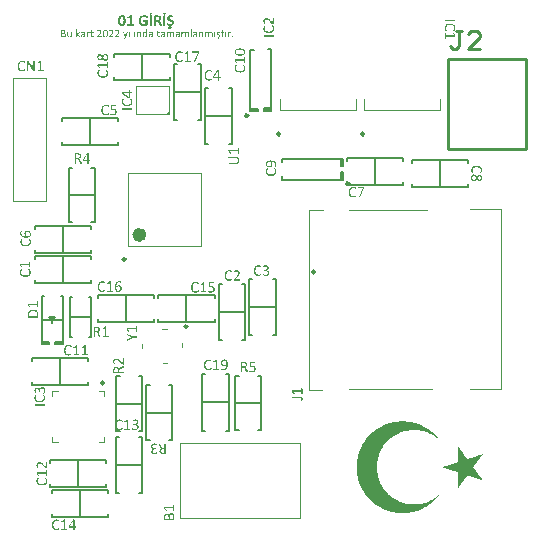
<source format=gto>
G04*
G04 #@! TF.GenerationSoftware,Altium Limited,Altium Designer,20.0.13 (296)*
G04*
G04 Layer_Color=65535*
%FSLAX25Y25*%
%MOIN*%
G70*
G01*
G75*
%ADD10C,0.00984*%
%ADD11C,0.02362*%
%ADD12C,0.01000*%
%ADD13C,0.00591*%
%ADD14C,0.00394*%
%ADD15C,0.00787*%
%ADD16R,0.00591X0.02362*%
%ADD17R,0.02362X0.00591*%
G36*
X221429Y390284D02*
X222208D01*
Y390198D01*
X222814D01*
Y390111D01*
X223246D01*
Y390025D01*
X223592D01*
Y389938D01*
X223938D01*
Y389852D01*
X224284D01*
Y389765D01*
X224544D01*
Y389679D01*
X225063D01*
Y389592D01*
X225322D01*
Y389506D01*
X225582D01*
Y389419D01*
X225755D01*
Y389333D01*
X226014D01*
Y389246D01*
X226101D01*
Y389159D01*
X226274D01*
Y389073D01*
X226533D01*
Y388986D01*
X226706D01*
Y388900D01*
X226879D01*
Y388813D01*
X227052D01*
Y388727D01*
X227225D01*
Y388640D01*
X227398D01*
Y388554D01*
X227572D01*
Y388468D01*
X227745D01*
Y388381D01*
X227831D01*
Y388295D01*
X228004D01*
Y388208D01*
X228263D01*
Y388122D01*
X228350D01*
Y388035D01*
X228523D01*
Y387948D01*
X228609D01*
Y387862D01*
X228783D01*
Y387775D01*
X228869D01*
Y387689D01*
X229042D01*
Y387602D01*
X229129D01*
Y387516D01*
X229215D01*
Y387429D01*
X229302D01*
Y387343D01*
X229388D01*
Y387256D01*
X229561D01*
Y387170D01*
X229648D01*
Y387083D01*
X229734D01*
Y386997D01*
X229821D01*
Y386910D01*
X229994D01*
Y386824D01*
X230080D01*
Y386737D01*
X230253D01*
Y386651D01*
X230340D01*
Y386564D01*
X230426D01*
Y386478D01*
X230513D01*
Y386391D01*
X230599D01*
Y386305D01*
X230686D01*
Y386218D01*
X230772D01*
Y386132D01*
X230859D01*
Y386045D01*
X230945D01*
Y385959D01*
X231032D01*
Y385872D01*
X231118D01*
Y385786D01*
X231205D01*
Y385699D01*
X231291D01*
Y385613D01*
X231378D01*
Y385526D01*
X231464D01*
Y385440D01*
X231551D01*
Y385353D01*
X231637D01*
Y385267D01*
X231724D01*
Y385180D01*
X231810D01*
Y385094D01*
X231897D01*
Y385007D01*
X231983D01*
Y384921D01*
Y384834D01*
X232070D01*
Y384748D01*
Y384661D01*
X232156D01*
Y384575D01*
X232243D01*
Y384488D01*
X232329D01*
Y384402D01*
X232416D01*
Y384315D01*
Y384229D01*
X232502D01*
Y384142D01*
X232589D01*
Y384056D01*
X232502D01*
Y384142D01*
X232416D01*
Y384229D01*
X232329D01*
Y384315D01*
X232243D01*
Y384402D01*
X232156D01*
Y384488D01*
X232070D01*
Y384575D01*
X231983D01*
Y384661D01*
X231810D01*
Y384748D01*
Y384834D01*
X231724D01*
Y384921D01*
X231551D01*
Y385007D01*
X231464D01*
Y385094D01*
X231378D01*
Y385180D01*
X231205D01*
Y385267D01*
X231118D01*
Y385353D01*
X230945D01*
Y385440D01*
X230859D01*
Y385526D01*
X230686D01*
Y385613D01*
X230599D01*
Y385699D01*
X230340D01*
Y385786D01*
X230253D01*
Y385872D01*
X230080D01*
Y385959D01*
X229907D01*
Y386045D01*
X229734D01*
Y386132D01*
X229561D01*
Y386218D01*
X229388D01*
Y386305D01*
X229215D01*
Y386391D01*
X229042D01*
Y386478D01*
X228783D01*
Y386564D01*
X228696D01*
Y386651D01*
X228436D01*
Y386737D01*
X228263D01*
Y386824D01*
X228004D01*
Y386910D01*
X227658D01*
Y386997D01*
X227398D01*
Y387083D01*
X227052D01*
Y387170D01*
X226360D01*
Y387256D01*
X225928D01*
Y387343D01*
X225149D01*
Y387429D01*
X222987D01*
Y387343D01*
X222294D01*
Y387256D01*
X221775D01*
Y387170D01*
X221083D01*
Y387083D01*
X220737D01*
Y386997D01*
X220478D01*
Y386910D01*
X220218D01*
Y386824D01*
X219959D01*
Y386737D01*
X219786D01*
Y386651D01*
X219526D01*
Y386564D01*
X219353D01*
Y386478D01*
X219094D01*
Y386391D01*
X218921D01*
Y386305D01*
X218748D01*
Y386218D01*
X218661D01*
Y386132D01*
X218488D01*
Y386045D01*
X218315D01*
Y385959D01*
X218142D01*
Y385872D01*
X217969D01*
Y385786D01*
X217796D01*
Y385699D01*
X217623D01*
Y385613D01*
X217536D01*
Y385526D01*
X217364D01*
Y385440D01*
X217191D01*
Y385353D01*
X217104D01*
Y385267D01*
X217018D01*
Y385180D01*
X216844D01*
Y385094D01*
X216758D01*
Y385007D01*
X216585D01*
Y384921D01*
X216498D01*
Y384834D01*
X216412D01*
Y384748D01*
X216325D01*
Y384661D01*
X216152D01*
Y384575D01*
X216066D01*
Y384488D01*
X215979D01*
Y384402D01*
X215893D01*
Y384315D01*
X215806D01*
Y384229D01*
X215720D01*
Y384142D01*
X215547D01*
Y384056D01*
X215460D01*
Y383969D01*
X215374D01*
Y383882D01*
X215287D01*
Y383796D01*
X215201D01*
Y383710D01*
X215114D01*
Y383623D01*
Y383537D01*
X215028D01*
Y383450D01*
X214941D01*
Y383364D01*
X214855D01*
Y383277D01*
X214768D01*
Y383190D01*
X214682D01*
Y383104D01*
X214595D01*
Y383017D01*
X214509D01*
Y382931D01*
X214422D01*
Y382844D01*
Y382758D01*
X214336D01*
Y382671D01*
X214163D01*
Y382585D01*
Y382498D01*
Y382412D01*
X214076D01*
Y382325D01*
X213903D01*
Y382239D01*
X213990D01*
Y382152D01*
X213903D01*
Y382066D01*
X213817D01*
Y381979D01*
Y381893D01*
X213730D01*
Y381806D01*
X213644D01*
Y381720D01*
Y381633D01*
X213557D01*
Y381547D01*
X213471D01*
Y381460D01*
Y381374D01*
X213384D01*
Y381287D01*
Y381201D01*
X213298D01*
Y381114D01*
X213211D01*
Y381028D01*
X213125D01*
Y380941D01*
Y380855D01*
X213038D01*
Y380768D01*
Y380682D01*
X212952D01*
Y380595D01*
Y380509D01*
X212865D01*
Y380422D01*
Y380336D01*
X212779D01*
Y380249D01*
Y380163D01*
X212692D01*
Y380076D01*
Y379990D01*
Y379903D01*
X212606D01*
Y379817D01*
Y379730D01*
X212519D01*
Y379644D01*
Y379557D01*
X212433D01*
Y379471D01*
X212519D01*
Y379384D01*
X212433D01*
Y379298D01*
Y379211D01*
Y379125D01*
X212346D01*
Y379038D01*
Y378952D01*
Y378865D01*
X212260D01*
Y378779D01*
Y378692D01*
Y378606D01*
Y378519D01*
X212173D01*
Y378432D01*
Y378346D01*
Y378259D01*
X212087D01*
Y378173D01*
Y378086D01*
Y378000D01*
X212000D01*
Y377913D01*
Y377827D01*
Y377741D01*
Y377654D01*
Y377568D01*
X211913D01*
Y377481D01*
Y377395D01*
Y377308D01*
Y377221D01*
Y377135D01*
X211827D01*
Y377048D01*
Y376962D01*
Y376875D01*
Y376789D01*
Y376702D01*
Y376616D01*
X211740D01*
Y376529D01*
Y376443D01*
Y376356D01*
Y376270D01*
Y376183D01*
Y376097D01*
Y376010D01*
Y375924D01*
Y375837D01*
Y375751D01*
Y375664D01*
Y375578D01*
Y375491D01*
X211654D01*
Y375405D01*
Y375318D01*
Y375232D01*
Y375145D01*
Y375059D01*
Y374972D01*
Y374886D01*
Y374799D01*
Y374713D01*
Y374626D01*
X211740D01*
Y374540D01*
Y374453D01*
Y374367D01*
Y374280D01*
Y374194D01*
Y374107D01*
Y374021D01*
Y373934D01*
Y373848D01*
Y373761D01*
Y373675D01*
Y373588D01*
Y373502D01*
X211827D01*
Y373415D01*
Y373329D01*
Y373242D01*
Y373155D01*
Y373069D01*
Y372983D01*
X211913D01*
Y372896D01*
Y372810D01*
Y372723D01*
Y372637D01*
Y372550D01*
X212000D01*
Y372463D01*
Y372377D01*
Y372290D01*
Y372204D01*
Y372117D01*
X212087D01*
Y372031D01*
Y371944D01*
Y371858D01*
X212173D01*
Y371771D01*
Y371685D01*
Y371598D01*
Y371512D01*
X212260D01*
Y371425D01*
Y371339D01*
Y371252D01*
X212346D01*
Y371166D01*
Y371079D01*
Y370993D01*
X212433D01*
Y370906D01*
Y370820D01*
Y370733D01*
X212519D01*
Y370647D01*
X212433D01*
Y370560D01*
X212519D01*
Y370474D01*
Y370387D01*
X212606D01*
Y370301D01*
Y370214D01*
X212692D01*
Y370128D01*
Y370041D01*
Y369955D01*
X212779D01*
Y369868D01*
Y369782D01*
X212865D01*
Y369695D01*
Y369609D01*
X212952D01*
Y369522D01*
Y369436D01*
X213038D01*
Y369349D01*
Y369263D01*
X213125D01*
Y369176D01*
Y369090D01*
X213211D01*
Y369003D01*
X213298D01*
Y368917D01*
X213384D01*
Y368830D01*
Y368744D01*
X213471D01*
Y368657D01*
Y368571D01*
X213557D01*
Y368484D01*
X213644D01*
Y368398D01*
Y368311D01*
X213730D01*
Y368225D01*
X213817D01*
Y368138D01*
Y368052D01*
X213903D01*
Y367965D01*
X213990D01*
Y367879D01*
X213903D01*
Y367792D01*
X214076D01*
Y367705D01*
X214163D01*
Y367619D01*
Y367532D01*
Y367446D01*
X214336D01*
Y367359D01*
X214422D01*
Y367273D01*
Y367186D01*
X214509D01*
Y367100D01*
X214595D01*
Y367014D01*
X214682D01*
Y366927D01*
X214768D01*
Y366841D01*
X214855D01*
Y366754D01*
X214941D01*
Y366667D01*
X215028D01*
Y366581D01*
X215114D01*
Y366494D01*
Y366408D01*
X215201D01*
Y366321D01*
X215287D01*
Y366235D01*
X215374D01*
Y366148D01*
X215460D01*
Y366062D01*
X215547D01*
Y365975D01*
X215720D01*
Y365889D01*
X215806D01*
Y365802D01*
X215893D01*
Y365716D01*
X215979D01*
Y365629D01*
X216066D01*
Y365543D01*
X216152D01*
Y365456D01*
X216325D01*
Y365370D01*
X216412D01*
Y365283D01*
X216498D01*
Y365197D01*
X216585D01*
Y365110D01*
X216758D01*
Y365024D01*
X216844D01*
Y364937D01*
X217018D01*
Y364851D01*
X217104D01*
Y364764D01*
X217191D01*
Y364678D01*
X217364D01*
Y364591D01*
X217536D01*
Y364505D01*
X217623D01*
Y364418D01*
X217796D01*
Y364332D01*
X217969D01*
Y364245D01*
X218142D01*
Y364159D01*
X218315D01*
Y364072D01*
X218488D01*
Y363986D01*
X218661D01*
Y363899D01*
X218748D01*
Y363813D01*
X218921D01*
Y363726D01*
X219094D01*
Y363640D01*
X219353D01*
Y363553D01*
X219526D01*
Y363467D01*
X219786D01*
Y363380D01*
X219959D01*
Y363294D01*
X220218D01*
Y363207D01*
X220478D01*
Y363121D01*
X220737D01*
Y363034D01*
X221083D01*
Y362948D01*
X221775D01*
Y362861D01*
X222294D01*
Y362775D01*
X222987D01*
Y362688D01*
X225149D01*
Y362775D01*
X225928D01*
Y362861D01*
X226360D01*
Y362948D01*
X227052D01*
Y363034D01*
X227398D01*
Y363121D01*
X227658D01*
Y363207D01*
X228004D01*
Y363294D01*
X228263D01*
Y363380D01*
X228436D01*
Y363467D01*
X228696D01*
Y363553D01*
X228783D01*
Y363640D01*
X229042D01*
Y363726D01*
X229215D01*
Y363813D01*
X229388D01*
Y363899D01*
X229561D01*
Y363986D01*
X229734D01*
Y364072D01*
X229907D01*
Y364159D01*
X230080D01*
Y364245D01*
X230253D01*
Y364332D01*
X230340D01*
Y364418D01*
X230599D01*
Y364505D01*
X230686D01*
Y364591D01*
X230859D01*
Y364678D01*
X230945D01*
Y364764D01*
X231118D01*
Y364851D01*
X231205D01*
Y364937D01*
X231378D01*
Y365024D01*
X231464D01*
Y365110D01*
X231551D01*
Y365197D01*
X231724D01*
Y365283D01*
X231810D01*
Y365370D01*
Y365456D01*
X231983D01*
Y365543D01*
X232070D01*
Y365629D01*
X232156D01*
Y365716D01*
X232243D01*
Y365802D01*
X232329D01*
Y365889D01*
X232416D01*
Y365802D01*
Y365716D01*
X232329D01*
Y365629D01*
X232243D01*
Y365543D01*
X232156D01*
Y365456D01*
X232070D01*
Y365370D01*
Y365283D01*
X231983D01*
Y365197D01*
Y365110D01*
X231897D01*
Y365024D01*
X231810D01*
Y364937D01*
X231724D01*
Y364851D01*
X231637D01*
Y364764D01*
X231551D01*
Y364678D01*
X231464D01*
Y364591D01*
X231378D01*
Y364505D01*
X231291D01*
Y364418D01*
X231205D01*
Y364332D01*
X231118D01*
Y364245D01*
X231032D01*
Y364159D01*
X230945D01*
Y364072D01*
X230859D01*
Y363986D01*
X230772D01*
Y363899D01*
X230686D01*
Y363813D01*
X230599D01*
Y363726D01*
X230513D01*
Y363640D01*
X230426D01*
Y363553D01*
X230340D01*
Y363467D01*
X230253D01*
Y363380D01*
X230080D01*
Y363294D01*
X229994D01*
Y363207D01*
X229821D01*
Y363121D01*
X229734D01*
Y363034D01*
X229648D01*
Y362948D01*
X229561D01*
Y362861D01*
X229388D01*
Y362775D01*
X229302D01*
Y362688D01*
X229215D01*
Y362602D01*
X229129D01*
Y362515D01*
X229042D01*
Y362428D01*
X228869D01*
Y362342D01*
X228783D01*
Y362256D01*
X228609D01*
Y362169D01*
X228523D01*
Y362083D01*
X228350D01*
Y361996D01*
X228263D01*
Y361910D01*
X228004D01*
Y361823D01*
X227831D01*
Y361736D01*
X227745D01*
Y361650D01*
X227572D01*
Y361563D01*
X227398D01*
Y361477D01*
X227225D01*
Y361390D01*
X227052D01*
Y361304D01*
X226879D01*
Y361217D01*
X226706D01*
Y361131D01*
X226533D01*
Y361044D01*
X226274D01*
Y360958D01*
X226101D01*
Y360871D01*
X226014D01*
Y360785D01*
X225755D01*
Y360698D01*
X225582D01*
Y360612D01*
X225322D01*
Y360525D01*
X225063D01*
Y360439D01*
X224544D01*
Y360352D01*
X224284D01*
Y360266D01*
X223938D01*
Y360179D01*
X223592D01*
Y360093D01*
X223246D01*
Y360006D01*
X222814D01*
Y359920D01*
X222208D01*
Y359833D01*
X221429D01*
Y359747D01*
X219007D01*
Y359833D01*
X218315D01*
Y359920D01*
X217709D01*
Y360006D01*
X217277D01*
Y360093D01*
X216844D01*
Y360179D01*
X216585D01*
Y360266D01*
X216239D01*
Y360352D01*
X215893D01*
Y360439D01*
X215460D01*
Y360525D01*
X215201D01*
Y360612D01*
X214941D01*
Y360698D01*
X214682D01*
Y360785D01*
X214509D01*
Y360871D01*
X214336D01*
Y360958D01*
X214076D01*
Y361044D01*
X213903D01*
Y361131D01*
X213817D01*
Y361217D01*
X213644D01*
Y361304D01*
X213471D01*
Y361390D01*
X213298D01*
Y361477D01*
X213125D01*
Y361563D01*
X212952D01*
Y361650D01*
X212779D01*
Y361736D01*
X212606D01*
Y361823D01*
X212519D01*
Y361910D01*
X212260D01*
Y361996D01*
X212173D01*
Y362083D01*
X212000D01*
Y362169D01*
X211827D01*
Y362256D01*
X211740D01*
Y362342D01*
X211567D01*
Y362428D01*
X211481D01*
Y362515D01*
X211394D01*
Y362602D01*
X211221D01*
Y362688D01*
X211135D01*
Y362775D01*
X210962D01*
Y362861D01*
X210875D01*
Y362948D01*
X210789D01*
Y363034D01*
Y363121D01*
X210616D01*
Y363207D01*
X210529D01*
Y363294D01*
X210356D01*
Y363380D01*
X210270D01*
Y363467D01*
X210097D01*
Y363553D01*
X210010D01*
Y363640D01*
X209924D01*
Y363726D01*
X209837D01*
Y363813D01*
X209751D01*
Y363899D01*
X209664D01*
Y363986D01*
X209578D01*
Y364072D01*
X209491D01*
Y364159D01*
X209405D01*
Y364245D01*
Y364332D01*
X209318D01*
Y364418D01*
X209232D01*
Y364505D01*
X209145D01*
Y364591D01*
X209059D01*
Y364678D01*
X208972D01*
Y364764D01*
X208886D01*
Y364851D01*
X208713D01*
Y364937D01*
X208626D01*
Y365024D01*
Y365110D01*
X208540D01*
Y365197D01*
X208453D01*
Y365283D01*
X208367D01*
Y365370D01*
X208280D01*
Y365456D01*
X208194D01*
Y365543D01*
X208280D01*
Y365629D01*
X208107D01*
Y365716D01*
X208021D01*
Y365802D01*
Y365889D01*
Y365975D01*
X207848D01*
Y366062D01*
X207761D01*
Y366148D01*
Y366235D01*
Y366321D01*
X207588D01*
Y366408D01*
Y366494D01*
X207502D01*
Y366581D01*
X207415D01*
Y366667D01*
Y366754D01*
X207329D01*
Y366841D01*
X207242D01*
Y366927D01*
Y367014D01*
X207155D01*
Y367100D01*
X207069D01*
Y367186D01*
Y367273D01*
X206982D01*
Y367359D01*
Y367446D01*
X206896D01*
Y367532D01*
Y367619D01*
X206809D01*
Y367705D01*
Y367792D01*
X206723D01*
Y367879D01*
Y367965D01*
X206637D01*
Y368052D01*
Y368138D01*
X206550D01*
Y368225D01*
Y368311D01*
X206464D01*
Y368398D01*
Y368484D01*
X206377D01*
Y368571D01*
Y368657D01*
X206291D01*
Y368744D01*
Y368830D01*
X206204D01*
Y368917D01*
Y369003D01*
Y369090D01*
X206117D01*
Y369176D01*
Y369263D01*
X206031D01*
Y369349D01*
X205944D01*
Y369436D01*
Y369522D01*
Y369609D01*
X205858D01*
Y369695D01*
Y369782D01*
Y369868D01*
X205771D01*
Y369955D01*
Y370041D01*
Y370128D01*
X205685D01*
Y370214D01*
Y370301D01*
Y370387D01*
X205598D01*
Y370474D01*
Y370560D01*
Y370647D01*
X205512D01*
Y370733D01*
Y370820D01*
X205425D01*
Y370906D01*
Y370993D01*
Y371079D01*
Y371166D01*
X205339D01*
Y371252D01*
X205425D01*
Y371339D01*
Y371425D01*
Y371512D01*
X205252D01*
Y371598D01*
X205339D01*
Y371685D01*
Y371771D01*
Y371858D01*
X205252D01*
Y371944D01*
Y372031D01*
Y372117D01*
Y372204D01*
Y372290D01*
X205166D01*
Y372377D01*
Y372463D01*
Y372550D01*
Y372637D01*
Y372723D01*
X205079D01*
Y372810D01*
Y372896D01*
Y372983D01*
Y373069D01*
Y373155D01*
Y373242D01*
Y373329D01*
X204993D01*
Y373415D01*
Y373502D01*
Y373588D01*
Y373675D01*
Y373761D01*
Y373848D01*
Y373934D01*
Y374021D01*
Y374107D01*
Y374194D01*
Y374280D01*
X204906D01*
Y374367D01*
Y374453D01*
Y374540D01*
Y374626D01*
Y374713D01*
Y374799D01*
Y374886D01*
Y374972D01*
Y375059D01*
Y375145D01*
Y375232D01*
Y375318D01*
Y375405D01*
Y375491D01*
Y375578D01*
Y375664D01*
Y375751D01*
Y375837D01*
X204993D01*
Y375924D01*
Y376010D01*
Y376097D01*
Y376183D01*
Y376270D01*
Y376356D01*
Y376443D01*
Y376529D01*
Y376616D01*
Y376702D01*
Y376789D01*
X205079D01*
Y376875D01*
Y376962D01*
Y377048D01*
Y377135D01*
Y377221D01*
Y377308D01*
Y377395D01*
X205166D01*
Y377481D01*
Y377568D01*
Y377654D01*
Y377741D01*
Y377827D01*
X205252D01*
Y377913D01*
Y378000D01*
Y378086D01*
Y378173D01*
Y378259D01*
X205339D01*
Y378346D01*
Y378432D01*
Y378519D01*
X205252D01*
Y378606D01*
X205425D01*
Y378692D01*
Y378779D01*
Y378865D01*
X205339D01*
Y378952D01*
X205425D01*
Y379038D01*
Y379125D01*
Y379211D01*
Y379298D01*
X205512D01*
Y379384D01*
Y379471D01*
X205598D01*
Y379557D01*
Y379644D01*
Y379730D01*
X205685D01*
Y379817D01*
Y379903D01*
Y379990D01*
X205771D01*
Y380076D01*
Y380163D01*
Y380249D01*
X205858D01*
Y380336D01*
Y380422D01*
Y380509D01*
X205944D01*
Y380595D01*
Y380682D01*
Y380768D01*
X206031D01*
Y380855D01*
X206117D01*
Y380941D01*
Y381028D01*
X206204D01*
Y381114D01*
Y381201D01*
Y381287D01*
X206291D01*
Y381374D01*
Y381460D01*
X206377D01*
Y381547D01*
Y381633D01*
X206464D01*
Y381720D01*
Y381806D01*
X206550D01*
Y381893D01*
Y381979D01*
X206637D01*
Y382066D01*
Y382152D01*
X206723D01*
Y382239D01*
Y382325D01*
X206809D01*
Y382412D01*
Y382498D01*
X206896D01*
Y382585D01*
Y382671D01*
X206982D01*
Y382758D01*
Y382844D01*
X207069D01*
Y382931D01*
Y383017D01*
X207155D01*
Y383104D01*
X207242D01*
Y383190D01*
Y383277D01*
X207329D01*
Y383364D01*
X207415D01*
Y383450D01*
Y383537D01*
X207502D01*
Y383623D01*
X207588D01*
Y383710D01*
Y383796D01*
X207761D01*
Y383882D01*
Y383969D01*
Y384056D01*
X207848D01*
Y384142D01*
X208021D01*
Y384229D01*
Y384315D01*
Y384402D01*
X208107D01*
Y384488D01*
X208280D01*
Y384575D01*
X208194D01*
Y384661D01*
X208280D01*
Y384748D01*
X208367D01*
Y384834D01*
X208453D01*
Y384921D01*
X208540D01*
Y385007D01*
X208626D01*
Y385094D01*
Y385180D01*
X208713D01*
Y385267D01*
X208886D01*
Y385353D01*
X208972D01*
Y385440D01*
X209059D01*
Y385526D01*
X209145D01*
Y385613D01*
X209232D01*
Y385699D01*
X209318D01*
Y385786D01*
X209405D01*
Y385872D01*
Y385959D01*
X209491D01*
Y386045D01*
X209578D01*
Y386132D01*
X209664D01*
Y386218D01*
X209751D01*
Y386305D01*
X209837D01*
Y386391D01*
X209924D01*
Y386478D01*
X210010D01*
Y386564D01*
X210097D01*
Y386651D01*
X210270D01*
Y386737D01*
X210356D01*
Y386824D01*
X210529D01*
Y386910D01*
X210616D01*
Y386997D01*
X210789D01*
Y387083D01*
Y387170D01*
X210875D01*
Y387256D01*
X210962D01*
Y387343D01*
X211135D01*
Y387429D01*
X211221D01*
Y387516D01*
X211394D01*
Y387602D01*
X211481D01*
Y387689D01*
X211567D01*
Y387775D01*
X211740D01*
Y387862D01*
X211827D01*
Y387948D01*
X212000D01*
Y388035D01*
X212173D01*
Y388122D01*
X212260D01*
Y388208D01*
X212519D01*
Y388295D01*
X212606D01*
Y388381D01*
X212779D01*
Y388468D01*
X212952D01*
Y388554D01*
X213125D01*
Y388640D01*
X213298D01*
Y388727D01*
X213471D01*
Y388813D01*
X213644D01*
Y388900D01*
X213817D01*
Y388986D01*
X213903D01*
Y389073D01*
X214076D01*
Y389159D01*
X214336D01*
Y389246D01*
X214509D01*
Y389333D01*
X214768D01*
Y389419D01*
X214941D01*
Y389506D01*
X215201D01*
Y389592D01*
X215460D01*
Y389679D01*
X215893D01*
Y389765D01*
X216239D01*
Y389852D01*
X216585D01*
Y389938D01*
X216844D01*
Y390025D01*
X217277D01*
Y390111D01*
X217709D01*
Y390198D01*
X218315D01*
Y390284D01*
X219007D01*
Y390371D01*
X221429D01*
Y390284D01*
D02*
G37*
G36*
X238731Y382066D02*
Y381979D01*
X238818D01*
Y381893D01*
X238904D01*
Y381806D01*
X238990D01*
Y381720D01*
Y381633D01*
X239077D01*
Y381547D01*
X239163D01*
Y381460D01*
Y381374D01*
X239250D01*
Y381287D01*
X239336D01*
Y381201D01*
Y381114D01*
Y381028D01*
X239510D01*
Y380941D01*
X239596D01*
Y380855D01*
Y380768D01*
X239683D01*
Y380682D01*
X239769D01*
Y380595D01*
Y380509D01*
X239856D01*
Y380422D01*
X239942D01*
Y380336D01*
X240029D01*
Y380249D01*
Y380163D01*
X240115D01*
Y380076D01*
X240202D01*
Y379990D01*
X240288D01*
Y379903D01*
Y379817D01*
X240375D01*
Y379730D01*
X240461D01*
Y379644D01*
Y379557D01*
X240548D01*
Y379471D01*
X240634D01*
Y379384D01*
X240721D01*
Y379298D01*
Y379211D01*
X240807D01*
Y379125D01*
X240894D01*
Y379038D01*
Y378952D01*
X240980D01*
Y378865D01*
X241067D01*
Y378779D01*
Y378692D01*
X241153D01*
Y378606D01*
X241240D01*
Y378519D01*
X241326D01*
Y378432D01*
Y378346D01*
X241413D01*
Y378259D01*
X241499D01*
Y378173D01*
X241586D01*
Y378086D01*
Y378000D01*
X241672D01*
Y377913D01*
X241759D01*
Y377827D01*
X242278D01*
Y377913D01*
X242537D01*
Y378000D01*
X242797D01*
Y378086D01*
X243056D01*
Y378173D01*
X243316D01*
Y378259D01*
X243575D01*
Y378346D01*
X243748D01*
Y378432D01*
X244008D01*
Y378519D01*
X244268D01*
Y378606D01*
X244614D01*
Y378692D01*
X244873D01*
Y378779D01*
X245133D01*
Y378865D01*
X245306D01*
Y378952D01*
X245565D01*
Y379038D01*
X245825D01*
Y379125D01*
X246084D01*
Y379211D01*
X246344D01*
Y379298D01*
X246776D01*
Y379384D01*
X246949D01*
Y379298D01*
X246863D01*
Y379211D01*
X246690D01*
Y379125D01*
X246776D01*
Y379038D01*
X246690D01*
Y378952D01*
X246603D01*
Y378865D01*
Y378779D01*
X246517D01*
Y378692D01*
X246430D01*
Y378606D01*
X246344D01*
Y378519D01*
Y378432D01*
X246257D01*
Y378346D01*
X246171D01*
Y378259D01*
X246084D01*
Y378173D01*
X245998D01*
Y378086D01*
X245911D01*
Y378000D01*
Y377913D01*
X245825D01*
Y377827D01*
X245738D01*
Y377741D01*
X245652D01*
Y377654D01*
Y377568D01*
X245565D01*
Y377481D01*
Y377395D01*
X245392D01*
Y377308D01*
Y377221D01*
Y377135D01*
X245219D01*
Y377048D01*
Y376962D01*
Y376875D01*
X245133D01*
Y376789D01*
X245046D01*
Y376702D01*
X244960D01*
Y376616D01*
X244873D01*
Y376529D01*
X244787D01*
Y376443D01*
Y376356D01*
X244700D01*
Y376270D01*
X244614D01*
Y376183D01*
Y376097D01*
X244527D01*
Y376010D01*
X244441D01*
Y375924D01*
X244354D01*
Y375837D01*
Y375751D01*
X244268D01*
Y375664D01*
X244181D01*
Y375578D01*
X244094D01*
Y375491D01*
Y375405D01*
X244008D01*
Y375318D01*
X243921D01*
Y375232D01*
X243835D01*
Y375145D01*
Y375059D01*
Y374972D01*
Y374886D01*
X243921D01*
Y374799D01*
X244008D01*
Y374713D01*
X244094D01*
Y374626D01*
Y374540D01*
X244181D01*
Y374453D01*
X244268D01*
Y374367D01*
X244354D01*
Y374280D01*
Y374194D01*
X244441D01*
Y374107D01*
X244527D01*
Y374021D01*
X244614D01*
Y373934D01*
Y373848D01*
X244700D01*
Y373761D01*
X244787D01*
Y373675D01*
Y373588D01*
X244873D01*
Y373502D01*
X244960D01*
Y373415D01*
X245046D01*
Y373329D01*
X245133D01*
Y373242D01*
X245219D01*
Y373155D01*
Y373069D01*
Y372983D01*
X245392D01*
Y372896D01*
Y372810D01*
Y372723D01*
X245565D01*
Y372637D01*
Y372550D01*
X245652D01*
Y372463D01*
Y372377D01*
X245738D01*
Y372290D01*
X245825D01*
Y372204D01*
X245911D01*
Y372117D01*
Y372031D01*
X245998D01*
Y371944D01*
X246084D01*
Y371858D01*
X246171D01*
Y371771D01*
X246257D01*
Y371685D01*
X246344D01*
Y371598D01*
Y371512D01*
X246430D01*
Y371425D01*
X246517D01*
Y371339D01*
X246603D01*
Y371252D01*
Y371166D01*
X246690D01*
Y371079D01*
X246776D01*
Y370993D01*
X246690D01*
Y370906D01*
X246863D01*
Y370820D01*
X246949D01*
Y370733D01*
X246776D01*
Y370820D01*
X246344D01*
Y370906D01*
X246084D01*
Y370993D01*
X245825D01*
Y371079D01*
X245565D01*
Y371166D01*
X245306D01*
Y371252D01*
X245133D01*
Y371339D01*
X244873D01*
Y371425D01*
X244614D01*
Y371512D01*
X244268D01*
Y371598D01*
X244008D01*
Y371685D01*
X243748D01*
Y371771D01*
X243575D01*
Y371858D01*
X243316D01*
Y371944D01*
X243056D01*
Y372031D01*
X242797D01*
Y372117D01*
X242537D01*
Y372204D01*
X242278D01*
Y372290D01*
X241759D01*
Y372204D01*
X241672D01*
Y372117D01*
X241586D01*
Y372031D01*
Y371944D01*
X241499D01*
Y371858D01*
X241413D01*
Y371771D01*
X241326D01*
Y371685D01*
Y371598D01*
X241240D01*
Y371512D01*
X241153D01*
Y371425D01*
X241067D01*
Y371339D01*
Y371252D01*
X240980D01*
Y371166D01*
X240894D01*
Y371079D01*
Y370993D01*
X240807D01*
Y370906D01*
X240721D01*
Y370820D01*
Y370733D01*
X240634D01*
Y370647D01*
X240548D01*
Y370560D01*
X240461D01*
Y370474D01*
Y370387D01*
X240375D01*
Y370301D01*
X240288D01*
Y370214D01*
Y370128D01*
X240202D01*
Y370041D01*
X240115D01*
Y369955D01*
X240029D01*
Y369868D01*
Y369782D01*
X239942D01*
Y369695D01*
X239856D01*
Y369609D01*
X239769D01*
Y369522D01*
Y369436D01*
X239683D01*
Y369349D01*
X239596D01*
Y369263D01*
Y369176D01*
X239510D01*
Y369090D01*
X239336D01*
Y369003D01*
Y368917D01*
Y368830D01*
X239250D01*
Y368744D01*
X239163D01*
Y368657D01*
Y368571D01*
X239077D01*
Y368484D01*
X238990D01*
Y368398D01*
Y368311D01*
X238904D01*
Y368225D01*
X238818D01*
Y368138D01*
X238731D01*
Y368052D01*
Y367965D01*
X238645D01*
Y368052D01*
Y368138D01*
Y368225D01*
Y368311D01*
Y368398D01*
Y368484D01*
Y368571D01*
Y368657D01*
Y368744D01*
Y368830D01*
Y368917D01*
Y369003D01*
Y369090D01*
Y369176D01*
Y369263D01*
Y369349D01*
Y369436D01*
Y369522D01*
Y369609D01*
Y369695D01*
Y369782D01*
Y369868D01*
Y369955D01*
Y370041D01*
Y370128D01*
Y370214D01*
Y370301D01*
Y370387D01*
Y370474D01*
Y370560D01*
Y370647D01*
Y370733D01*
Y370820D01*
Y370906D01*
Y370993D01*
Y371079D01*
Y371166D01*
Y371252D01*
Y371339D01*
Y371425D01*
Y371512D01*
Y371598D01*
Y371685D01*
Y371771D01*
Y371858D01*
Y371944D01*
Y372031D01*
Y372117D01*
Y372204D01*
Y372290D01*
Y372377D01*
Y372463D01*
Y372550D01*
Y372637D01*
Y372723D01*
Y372810D01*
Y372896D01*
Y372983D01*
Y373069D01*
Y373155D01*
Y373242D01*
Y373329D01*
Y373415D01*
X238558D01*
Y373502D01*
X238299D01*
Y373588D01*
X238039D01*
Y373675D01*
X237693D01*
Y373761D01*
X237260D01*
Y373848D01*
X237001D01*
Y373934D01*
X236741D01*
Y374021D01*
X236482D01*
Y374107D01*
X236309D01*
Y374194D01*
X236049D01*
Y374280D01*
X235790D01*
Y374367D01*
X235530D01*
Y374453D01*
X235271D01*
Y374540D01*
X235011D01*
Y374626D01*
X234752D01*
Y374713D01*
X234492D01*
Y374799D01*
X234233D01*
Y374886D01*
X233973D01*
Y374972D01*
X233714D01*
Y375059D01*
Y375145D01*
X233973D01*
Y375232D01*
X234233D01*
Y375318D01*
X234492D01*
Y375405D01*
X234752D01*
Y375491D01*
X235011D01*
Y375578D01*
X235271D01*
Y375664D01*
X235530D01*
Y375751D01*
X235790D01*
Y375837D01*
X236049D01*
Y375924D01*
X236309D01*
Y376010D01*
X236482D01*
Y376097D01*
X236741D01*
Y376183D01*
X237001D01*
Y376270D01*
X237260D01*
Y376356D01*
X237693D01*
Y376443D01*
X238039D01*
Y376529D01*
X238299D01*
Y376616D01*
X238558D01*
Y376702D01*
X238645D01*
Y376789D01*
Y376875D01*
Y376962D01*
Y377048D01*
Y377135D01*
Y377221D01*
Y377308D01*
Y377395D01*
Y377481D01*
Y377568D01*
Y377654D01*
Y377741D01*
Y377827D01*
Y377913D01*
Y378000D01*
Y378086D01*
Y378173D01*
Y378259D01*
Y378346D01*
Y378432D01*
Y378519D01*
Y378606D01*
Y378692D01*
Y378779D01*
Y378865D01*
Y378952D01*
Y379038D01*
Y379125D01*
Y379211D01*
Y379298D01*
Y379384D01*
Y379471D01*
Y379557D01*
Y379644D01*
Y379730D01*
Y379817D01*
Y379903D01*
Y379990D01*
Y380076D01*
Y380163D01*
Y380249D01*
Y380336D01*
Y380422D01*
Y380509D01*
Y380595D01*
Y380682D01*
Y380768D01*
Y380855D01*
Y380941D01*
Y381028D01*
Y381114D01*
Y381201D01*
Y381287D01*
Y381374D01*
Y381460D01*
Y381547D01*
Y381633D01*
Y381720D01*
Y381806D01*
Y381893D01*
Y381979D01*
Y382066D01*
Y382152D01*
X238731D01*
Y382066D01*
D02*
G37*
G36*
X142260Y493327D02*
Y492815D01*
X141728Y492827D01*
Y492885D01*
X142215Y493372D01*
X142260Y493327D01*
D02*
G37*
G36*
X135069Y521022D02*
X135095Y521018D01*
X135099D01*
X135113Y521013D01*
X135130Y521009D01*
X135143Y521005D01*
X135148D01*
X135152Y521000D01*
X135169Y520987D01*
X135174Y520983D01*
X135178Y520965D01*
Y518448D01*
Y518444D01*
Y518439D01*
X135169Y518418D01*
X135165Y518413D01*
X135143Y518404D01*
X135139D01*
X135134Y518400D01*
X135121D01*
X135104Y518396D01*
X135086D01*
X135064Y518391D01*
X134994D01*
X134973Y518396D01*
X134968D01*
X134959Y518400D01*
X134929Y518404D01*
X134925D01*
X134920Y518409D01*
X134903Y518422D01*
Y518426D01*
Y518431D01*
X134898Y518448D01*
Y518675D01*
X134894Y518671D01*
X134877Y518654D01*
X134846Y518627D01*
X134811Y518592D01*
X134772Y518557D01*
X134724Y518518D01*
X134671Y518483D01*
X134619Y518448D01*
X134614Y518444D01*
X134592Y518435D01*
X134566Y518422D01*
X134527Y518409D01*
X134479Y518396D01*
X134426Y518383D01*
X134365Y518374D01*
X134304Y518369D01*
X134274D01*
X134239Y518374D01*
X134195Y518378D01*
X134142Y518387D01*
X134090Y518400D01*
X134033Y518418D01*
X133981Y518439D01*
X133976Y518444D01*
X133959Y518453D01*
X133937Y518470D01*
X133906Y518492D01*
X133871Y518518D01*
X133836Y518553D01*
X133801Y518592D01*
X133766Y518636D01*
X133762Y518641D01*
X133753Y518658D01*
X133740Y518684D01*
X133723Y518719D01*
X133705Y518758D01*
X133684Y518811D01*
X133666Y518863D01*
X133649Y518925D01*
Y518933D01*
X133644Y518955D01*
X133640Y518990D01*
X133631Y519034D01*
X133627Y519086D01*
X133618Y519147D01*
X133614Y519209D01*
Y519278D01*
Y519283D01*
Y519287D01*
Y519313D01*
X133618Y519357D01*
Y519410D01*
X133622Y519471D01*
X133631Y519536D01*
X133657Y519672D01*
X133662Y519681D01*
X133666Y519702D01*
X133679Y519733D01*
X133692Y519777D01*
X133714Y519825D01*
X133736Y519873D01*
X133766Y519925D01*
X133797Y519973D01*
X133801Y519978D01*
X133815Y519995D01*
X133832Y520017D01*
X133858Y520043D01*
X133893Y520078D01*
X133933Y520109D01*
X133976Y520139D01*
X134024Y520166D01*
X134029Y520170D01*
X134051Y520179D01*
X134077Y520188D01*
X134116Y520201D01*
X134164Y520214D01*
X134217Y520227D01*
X134278Y520231D01*
X134343Y520235D01*
X134370D01*
X134396Y520231D01*
X134435Y520227D01*
X134475Y520218D01*
X134523Y520209D01*
X134566Y520192D01*
X134614Y520170D01*
X134619Y520166D01*
X134636Y520157D01*
X134662Y520144D01*
X134693Y520122D01*
X134732Y520096D01*
X134772Y520061D01*
X134820Y520021D01*
X134863Y519978D01*
Y520965D01*
Y520970D01*
Y520974D01*
X134868Y520987D01*
Y520992D01*
X134877Y520996D01*
X134894Y521005D01*
X134898D01*
X134907Y521009D01*
X134920Y521013D01*
X134942Y521018D01*
X134946D01*
X134964Y521022D01*
X134986Y521027D01*
X135043D01*
X135069Y521022D01*
D02*
G37*
G36*
X153314Y520231D02*
X153353Y520227D01*
X153397Y520222D01*
X153445Y520209D01*
X153493Y520196D01*
X153536Y520174D01*
X153541Y520170D01*
X153558Y520166D01*
X153576Y520153D01*
X153606Y520135D01*
X153633Y520113D01*
X153667Y520087D01*
X153698Y520056D01*
X153724Y520021D01*
X153729Y520017D01*
X153737Y520004D01*
X153751Y519982D01*
X153764Y519956D01*
X153781Y519925D01*
X153799Y519886D01*
X153816Y519842D01*
X153829Y519794D01*
Y519790D01*
X153834Y519772D01*
X153842Y519746D01*
X153847Y519707D01*
X153855Y519663D01*
X153860Y519611D01*
X153864Y519549D01*
Y519484D01*
Y518448D01*
Y518444D01*
Y518439D01*
X153855Y518422D01*
X153851Y518418D01*
X153829Y518404D01*
X153825D01*
X153816Y518400D01*
X153803D01*
X153781Y518396D01*
X153764D01*
X153737Y518391D01*
X153654D01*
X153628Y518396D01*
X153624D01*
X153615Y518400D01*
X153585Y518404D01*
X153580D01*
X153576Y518409D01*
X153558Y518422D01*
Y518431D01*
X153554Y518448D01*
Y519445D01*
Y519449D01*
Y519471D01*
Y519497D01*
X153550Y519528D01*
X153545Y519602D01*
X153536Y519641D01*
X153528Y519676D01*
Y519681D01*
X153523Y519694D01*
X153519Y519707D01*
X153510Y519729D01*
X153493Y519781D01*
X153462Y519829D01*
Y519834D01*
X153453Y519842D01*
X153431Y519869D01*
X153397Y519899D01*
X153349Y519930D01*
X153344D01*
X153335Y519934D01*
X153322Y519943D01*
X153305Y519947D01*
X153252Y519960D01*
X153191Y519965D01*
X153169D01*
X153147Y519960D01*
X153117Y519956D01*
X153082Y519943D01*
X153043Y519930D01*
X152999Y519908D01*
X152955Y519877D01*
X152951Y519873D01*
X152933Y519864D01*
X152911Y519842D01*
X152881Y519816D01*
X152842Y519781D01*
X152802Y519742D01*
X152759Y519694D01*
X152710Y519637D01*
Y518448D01*
Y518444D01*
Y518439D01*
X152702Y518422D01*
X152697Y518418D01*
X152675Y518404D01*
X152671D01*
X152662Y518400D01*
X152649D01*
X152628Y518396D01*
X152610D01*
X152584Y518391D01*
X152501D01*
X152474Y518396D01*
X152470D01*
X152461Y518400D01*
X152431Y518404D01*
X152426D01*
X152422Y518409D01*
X152405Y518422D01*
Y518431D01*
X152400Y518448D01*
Y520148D01*
Y520153D01*
Y520157D01*
X152405Y520174D01*
X152409Y520179D01*
X152418Y520188D01*
X152426Y520192D01*
X152431D01*
X152440Y520196D01*
X152453Y520201D01*
X152470Y520205D01*
X152474D01*
X152488Y520209D01*
X152584D01*
X152606Y520205D01*
X152610D01*
X152623Y520201D01*
X152636Y520196D01*
X152649Y520192D01*
X152654D01*
X152658Y520188D01*
X152667Y520183D01*
X152671Y520174D01*
X152675Y520170D01*
X152680Y520148D01*
Y519925D01*
X152689Y519934D01*
X152706Y519951D01*
X152732Y519978D01*
X152772Y520013D01*
X152811Y520052D01*
X152859Y520091D01*
X152911Y520126D01*
X152964Y520157D01*
X152973Y520161D01*
X152990Y520170D01*
X153016Y520183D01*
X153056Y520196D01*
X153099Y520209D01*
X153147Y520222D01*
X153200Y520231D01*
X153252Y520235D01*
X153283D01*
X153314Y520231D01*
D02*
G37*
G36*
X132604D02*
X132643Y520227D01*
X132687Y520222D01*
X132735Y520209D01*
X132783Y520196D01*
X132827Y520174D01*
X132831Y520170D01*
X132849Y520166D01*
X132866Y520153D01*
X132897Y520135D01*
X132923Y520113D01*
X132958Y520087D01*
X132989Y520056D01*
X133015Y520021D01*
X133019Y520017D01*
X133028Y520004D01*
X133041Y519982D01*
X133054Y519956D01*
X133072Y519925D01*
X133089Y519886D01*
X133107Y519842D01*
X133120Y519794D01*
Y519790D01*
X133124Y519772D01*
X133133Y519746D01*
X133137Y519707D01*
X133146Y519663D01*
X133150Y519611D01*
X133155Y519549D01*
Y519484D01*
Y518448D01*
Y518444D01*
Y518439D01*
X133146Y518422D01*
X133142Y518418D01*
X133120Y518404D01*
X133115D01*
X133107Y518400D01*
X133094D01*
X133072Y518396D01*
X133054D01*
X133028Y518391D01*
X132945D01*
X132919Y518396D01*
X132914D01*
X132906Y518400D01*
X132875Y518404D01*
X132871D01*
X132866Y518409D01*
X132849Y518422D01*
Y518431D01*
X132844Y518448D01*
Y519445D01*
Y519449D01*
Y519471D01*
Y519497D01*
X132840Y519528D01*
X132836Y519602D01*
X132827Y519641D01*
X132818Y519676D01*
Y519681D01*
X132814Y519694D01*
X132809Y519707D01*
X132801Y519729D01*
X132783Y519781D01*
X132753Y519829D01*
Y519834D01*
X132744Y519842D01*
X132722Y519869D01*
X132687Y519899D01*
X132639Y519930D01*
X132635D01*
X132626Y519934D01*
X132613Y519943D01*
X132595Y519947D01*
X132543Y519960D01*
X132482Y519965D01*
X132460D01*
X132438Y519960D01*
X132407Y519956D01*
X132372Y519943D01*
X132333Y519930D01*
X132290Y519908D01*
X132246Y519877D01*
X132241Y519873D01*
X132224Y519864D01*
X132202Y519842D01*
X132171Y519816D01*
X132132Y519781D01*
X132093Y519742D01*
X132049Y519694D01*
X132001Y519637D01*
Y518448D01*
Y518444D01*
Y518439D01*
X131992Y518422D01*
X131988Y518418D01*
X131966Y518404D01*
X131962D01*
X131953Y518400D01*
X131940D01*
X131918Y518396D01*
X131901D01*
X131874Y518391D01*
X131791D01*
X131765Y518396D01*
X131761D01*
X131752Y518400D01*
X131721Y518404D01*
X131717D01*
X131713Y518409D01*
X131695Y518422D01*
Y518431D01*
X131691Y518448D01*
Y520148D01*
Y520153D01*
Y520157D01*
X131695Y520174D01*
X131700Y520179D01*
X131708Y520188D01*
X131717Y520192D01*
X131721D01*
X131730Y520196D01*
X131743Y520201D01*
X131761Y520205D01*
X131765D01*
X131778Y520209D01*
X131874D01*
X131896Y520205D01*
X131901D01*
X131914Y520201D01*
X131927Y520196D01*
X131940Y520192D01*
X131944D01*
X131949Y520188D01*
X131957Y520183D01*
X131962Y520174D01*
X131966Y520170D01*
X131971Y520148D01*
Y519925D01*
X131979Y519934D01*
X131997Y519951D01*
X132023Y519978D01*
X132062Y520013D01*
X132102Y520052D01*
X132150Y520091D01*
X132202Y520126D01*
X132255Y520157D01*
X132263Y520161D01*
X132281Y520170D01*
X132307Y520183D01*
X132346Y520196D01*
X132390Y520209D01*
X132438Y520222D01*
X132491Y520231D01*
X132543Y520235D01*
X132573D01*
X132604Y520231D01*
D02*
G37*
G36*
X162901D02*
X162906D01*
X162919Y520227D01*
X162941Y520222D01*
X162962Y520218D01*
X162967D01*
X162984Y520214D01*
X163002Y520209D01*
X163024Y520201D01*
X163028D01*
X163041Y520196D01*
X163054Y520192D01*
X163063Y520183D01*
X163067D01*
X163072Y520179D01*
X163081Y520166D01*
X163085Y520161D01*
Y520144D01*
Y520139D01*
X163089Y520135D01*
Y520122D01*
Y520104D01*
Y520100D01*
X163094Y520087D01*
Y520070D01*
Y520039D01*
Y520030D01*
Y520013D01*
Y519991D01*
X163089Y519969D01*
Y519965D01*
Y519956D01*
X163081Y519925D01*
Y519921D01*
X163076Y519916D01*
X163067Y519899D01*
X163063Y519895D01*
X163046Y519890D01*
X163032D01*
X163006Y519899D01*
X163002D01*
X162993Y519903D01*
X162976Y519912D01*
X162958Y519916D01*
X162954D01*
X162941Y519921D01*
X162923Y519930D01*
X162897Y519934D01*
X162893D01*
X162875Y519938D01*
X162849Y519943D01*
X162814D01*
X162792Y519938D01*
X162766Y519934D01*
X162731Y519921D01*
X162722Y519916D01*
X162705Y519908D01*
X162674Y519886D01*
X162635Y519860D01*
X162626Y519851D01*
X162604Y519829D01*
X162569Y519790D01*
X162530Y519742D01*
X162525Y519737D01*
X162521Y519729D01*
X162508Y519715D01*
X162495Y519694D01*
X162477Y519667D01*
X162460Y519637D01*
X162412Y519567D01*
Y518448D01*
Y518444D01*
Y518439D01*
X162403Y518422D01*
X162399Y518418D01*
X162377Y518404D01*
X162373D01*
X162364Y518400D01*
X162351D01*
X162329Y518396D01*
X162311D01*
X162285Y518391D01*
X162202D01*
X162176Y518396D01*
X162171D01*
X162163Y518400D01*
X162132Y518404D01*
X162128D01*
X162124Y518409D01*
X162106Y518422D01*
Y518431D01*
X162102Y518448D01*
Y520148D01*
Y520153D01*
Y520157D01*
X162106Y520174D01*
X162110Y520179D01*
X162119Y520188D01*
X162128Y520192D01*
X162132D01*
X162141Y520196D01*
X162154Y520201D01*
X162171Y520205D01*
X162176D01*
X162189Y520209D01*
X162285D01*
X162307Y520205D01*
X162311D01*
X162325Y520201D01*
X162338Y520196D01*
X162351Y520192D01*
X162355D01*
X162359Y520188D01*
X162368Y520183D01*
X162373Y520174D01*
X162377Y520170D01*
X162381Y520148D01*
Y519899D01*
X162386Y519903D01*
X162394Y519916D01*
X162408Y519934D01*
X162425Y519960D01*
X162464Y520013D01*
X162512Y520065D01*
X162517Y520070D01*
X162521Y520078D01*
X162552Y520104D01*
X162587Y520135D01*
X162626Y520166D01*
X162630D01*
X162635Y520170D01*
X162661Y520188D01*
X162696Y520205D01*
X162735Y520218D01*
X162740D01*
X162744Y520222D01*
X162770Y520227D01*
X162805Y520231D01*
X162845Y520235D01*
X162880D01*
X162901Y520231D01*
D02*
G37*
G36*
X156425D02*
X156464Y520227D01*
X156508Y520222D01*
X156556Y520209D01*
X156600Y520196D01*
X156643Y520174D01*
X156648Y520170D01*
X156661Y520166D01*
X156683Y520153D01*
X156709Y520135D01*
X156735Y520113D01*
X156766Y520087D01*
X156796Y520056D01*
X156823Y520021D01*
X156827Y520017D01*
X156836Y520004D01*
X156844Y519982D01*
X156862Y519956D01*
X156879Y519925D01*
X156893Y519886D01*
X156910Y519842D01*
X156923Y519794D01*
Y519790D01*
X156928Y519772D01*
X156932Y519746D01*
X156941Y519711D01*
X156945Y519672D01*
X156949Y519628D01*
X156954Y519523D01*
Y518448D01*
Y518444D01*
Y518439D01*
X156945Y518422D01*
X156941Y518418D01*
X156919Y518404D01*
X156914D01*
X156906Y518400D01*
X156893D01*
X156871Y518396D01*
X156849D01*
X156827Y518391D01*
X156744D01*
X156718Y518396D01*
X156713D01*
X156700Y518400D01*
X156683D01*
X156670Y518404D01*
X156665D01*
X156661Y518409D01*
X156643Y518422D01*
Y518431D01*
X156639Y518448D01*
Y519480D01*
Y519484D01*
Y519497D01*
Y519519D01*
X156635Y519545D01*
X156630Y519611D01*
X156617Y519676D01*
Y519681D01*
X156613Y519694D01*
X156608Y519707D01*
X156604Y519729D01*
X156582Y519781D01*
X156556Y519829D01*
Y519834D01*
X156547Y519842D01*
X156530Y519869D01*
X156495Y519899D01*
X156451Y519930D01*
X156447D01*
X156438Y519934D01*
X156425Y519943D01*
X156407Y519947D01*
X156359Y519960D01*
X156303Y519965D01*
X156285D01*
X156263Y519960D01*
X156233Y519956D01*
X156202Y519943D01*
X156163Y519930D01*
X156123Y519908D01*
X156084Y519877D01*
X156080Y519873D01*
X156067Y519864D01*
X156045Y519842D01*
X156014Y519816D01*
X155979Y519781D01*
X155940Y519742D01*
X155896Y519694D01*
X155848Y519637D01*
Y518448D01*
Y518444D01*
Y518439D01*
X155839Y518422D01*
X155835Y518418D01*
X155813Y518404D01*
X155809D01*
X155800Y518400D01*
X155787D01*
X155765Y518396D01*
X155743D01*
X155721Y518391D01*
X155643D01*
X155616Y518396D01*
X155612D01*
X155599Y518400D01*
X155582D01*
X155569Y518404D01*
X155564D01*
X155560Y518409D01*
X155542Y518422D01*
Y518431D01*
X155538Y518448D01*
Y519480D01*
Y519484D01*
Y519497D01*
Y519519D01*
X155534Y519545D01*
X155529Y519611D01*
X155516Y519676D01*
Y519681D01*
X155512Y519694D01*
X155507Y519707D01*
X155499Y519729D01*
X155481Y519781D01*
X155450Y519829D01*
Y519834D01*
X155442Y519842D01*
X155424Y519869D01*
X155389Y519899D01*
X155346Y519930D01*
X155341D01*
X155337Y519934D01*
X155324Y519943D01*
X155306Y519947D01*
X155258Y519960D01*
X155197Y519965D01*
X155180D01*
X155158Y519960D01*
X155127Y519956D01*
X155096Y519943D01*
X155057Y519930D01*
X155018Y519908D01*
X154979Y519877D01*
X154974Y519873D01*
X154961Y519864D01*
X154939Y519842D01*
X154909Y519816D01*
X154874Y519781D01*
X154834Y519742D01*
X154791Y519694D01*
X154743Y519637D01*
Y518448D01*
Y518444D01*
Y518439D01*
X154734Y518422D01*
X154729Y518418D01*
X154708Y518404D01*
X154703D01*
X154694Y518400D01*
X154681D01*
X154659Y518396D01*
X154642D01*
X154616Y518391D01*
X154533D01*
X154507Y518396D01*
X154502D01*
X154493Y518400D01*
X154463Y518404D01*
X154458D01*
X154454Y518409D01*
X154437Y518422D01*
Y518431D01*
X154432Y518448D01*
Y520148D01*
Y520153D01*
Y520157D01*
X154437Y520174D01*
X154441Y520179D01*
X154450Y520188D01*
X154458Y520192D01*
X154463D01*
X154472Y520196D01*
X154485Y520201D01*
X154502Y520205D01*
X154507D01*
X154520Y520209D01*
X154616D01*
X154638Y520205D01*
X154642D01*
X154655Y520201D01*
X154668Y520196D01*
X154681Y520192D01*
X154686D01*
X154690Y520188D01*
X154699Y520183D01*
X154703Y520174D01*
X154708Y520170D01*
X154712Y520148D01*
Y519925D01*
X154716Y519934D01*
X154738Y519951D01*
X154764Y519978D01*
X154799Y520013D01*
X154839Y520052D01*
X154887Y520091D01*
X154935Y520126D01*
X154987Y520157D01*
X154992Y520161D01*
X155009Y520170D01*
X155040Y520183D01*
X155075Y520196D01*
X155114Y520209D01*
X155162Y520222D01*
X155210Y520231D01*
X155263Y520235D01*
X155302D01*
X155324Y520231D01*
X155385Y520227D01*
X155450Y520209D01*
X155455D01*
X155464Y520205D01*
X155481Y520201D01*
X155503Y520192D01*
X155551Y520170D01*
X155599Y520139D01*
X155603D01*
X155612Y520131D01*
X155638Y520109D01*
X155673Y520078D01*
X155708Y520035D01*
X155713Y520030D01*
X155717Y520026D01*
X155726Y520013D01*
X155735Y519995D01*
X155761Y519951D01*
X155787Y519899D01*
X155791Y519903D01*
X155800Y519916D01*
X155818Y519930D01*
X155839Y519951D01*
X155887Y520004D01*
X155944Y520052D01*
X155949Y520056D01*
X155957Y520065D01*
X155975Y520074D01*
X155992Y520091D01*
X156040Y520122D01*
X156093Y520157D01*
X156097D01*
X156106Y520166D01*
X156119Y520170D01*
X156137Y520179D01*
X156185Y520196D01*
X156233Y520214D01*
X156237D01*
X156246Y520218D01*
X156259Y520222D01*
X156276Y520227D01*
X156316Y520231D01*
X156368Y520235D01*
X156394D01*
X156425Y520231D01*
D02*
G37*
G36*
X148563D02*
X148603Y520227D01*
X148646Y520222D01*
X148695Y520209D01*
X148738Y520196D01*
X148782Y520174D01*
X148786Y520170D01*
X148799Y520166D01*
X148821Y520153D01*
X148847Y520135D01*
X148874Y520113D01*
X148904Y520087D01*
X148935Y520056D01*
X148961Y520021D01*
X148965Y520017D01*
X148974Y520004D01*
X148983Y519982D01*
X149000Y519956D01*
X149018Y519925D01*
X149031Y519886D01*
X149048Y519842D01*
X149062Y519794D01*
Y519790D01*
X149066Y519772D01*
X149070Y519746D01*
X149079Y519711D01*
X149083Y519672D01*
X149088Y519628D01*
X149092Y519523D01*
Y518448D01*
Y518444D01*
Y518439D01*
X149083Y518422D01*
X149079Y518418D01*
X149057Y518404D01*
X149053D01*
X149044Y518400D01*
X149031D01*
X149009Y518396D01*
X148987D01*
X148965Y518391D01*
X148882D01*
X148856Y518396D01*
X148852D01*
X148839Y518400D01*
X148821D01*
X148808Y518404D01*
X148804D01*
X148799Y518409D01*
X148782Y518422D01*
Y518431D01*
X148777Y518448D01*
Y519480D01*
Y519484D01*
Y519497D01*
Y519519D01*
X148773Y519545D01*
X148769Y519611D01*
X148756Y519676D01*
Y519681D01*
X148751Y519694D01*
X148747Y519707D01*
X148742Y519729D01*
X148721Y519781D01*
X148695Y519829D01*
Y519834D01*
X148686Y519842D01*
X148668Y519869D01*
X148633Y519899D01*
X148590Y519930D01*
X148585D01*
X148576Y519934D01*
X148563Y519943D01*
X148546Y519947D01*
X148498Y519960D01*
X148441Y519965D01*
X148424D01*
X148402Y519960D01*
X148371Y519956D01*
X148340Y519943D01*
X148301Y519930D01*
X148262Y519908D01*
X148222Y519877D01*
X148218Y519873D01*
X148205Y519864D01*
X148183Y519842D01*
X148153Y519816D01*
X148118Y519781D01*
X148078Y519742D01*
X148035Y519694D01*
X147986Y519637D01*
Y518448D01*
Y518444D01*
Y518439D01*
X147978Y518422D01*
X147973Y518418D01*
X147952Y518404D01*
X147947D01*
X147938Y518400D01*
X147925D01*
X147904Y518396D01*
X147882D01*
X147860Y518391D01*
X147781D01*
X147755Y518396D01*
X147750D01*
X147737Y518400D01*
X147720D01*
X147707Y518404D01*
X147703D01*
X147698Y518409D01*
X147681Y518422D01*
Y518431D01*
X147676Y518448D01*
Y519480D01*
Y519484D01*
Y519497D01*
Y519519D01*
X147672Y519545D01*
X147668Y519611D01*
X147654Y519676D01*
Y519681D01*
X147650Y519694D01*
X147646Y519707D01*
X147637Y519729D01*
X147619Y519781D01*
X147589Y519829D01*
Y519834D01*
X147580Y519842D01*
X147563Y519869D01*
X147528Y519899D01*
X147484Y519930D01*
X147480D01*
X147475Y519934D01*
X147462Y519943D01*
X147445Y519947D01*
X147397Y519960D01*
X147335Y519965D01*
X147318D01*
X147296Y519960D01*
X147266Y519956D01*
X147235Y519943D01*
X147196Y519930D01*
X147156Y519908D01*
X147117Y519877D01*
X147113Y519873D01*
X147099Y519864D01*
X147078Y519842D01*
X147047Y519816D01*
X147012Y519781D01*
X146973Y519742D01*
X146929Y519694D01*
X146881Y519637D01*
Y518448D01*
Y518444D01*
Y518439D01*
X146872Y518422D01*
X146868Y518418D01*
X146846Y518404D01*
X146842D01*
X146833Y518400D01*
X146820D01*
X146798Y518396D01*
X146780D01*
X146754Y518391D01*
X146671D01*
X146645Y518396D01*
X146641D01*
X146632Y518400D01*
X146601Y518404D01*
X146597D01*
X146592Y518409D01*
X146575Y518422D01*
Y518431D01*
X146571Y518448D01*
Y520148D01*
Y520153D01*
Y520157D01*
X146575Y520174D01*
X146579Y520179D01*
X146588Y520188D01*
X146597Y520192D01*
X146601D01*
X146610Y520196D01*
X146623Y520201D01*
X146641Y520205D01*
X146645D01*
X146658Y520209D01*
X146754D01*
X146776Y520205D01*
X146780D01*
X146793Y520201D01*
X146807Y520196D01*
X146820Y520192D01*
X146824D01*
X146828Y520188D01*
X146837Y520183D01*
X146842Y520174D01*
X146846Y520170D01*
X146850Y520148D01*
Y519925D01*
X146855Y519934D01*
X146877Y519951D01*
X146903Y519978D01*
X146938Y520013D01*
X146977Y520052D01*
X147025Y520091D01*
X147073Y520126D01*
X147126Y520157D01*
X147130Y520161D01*
X147148Y520170D01*
X147178Y520183D01*
X147213Y520196D01*
X147252Y520209D01*
X147300Y520222D01*
X147348Y520231D01*
X147401Y520235D01*
X147440D01*
X147462Y520231D01*
X147523Y520227D01*
X147589Y520209D01*
X147593D01*
X147602Y520205D01*
X147619Y520201D01*
X147641Y520192D01*
X147689Y520170D01*
X147737Y520139D01*
X147742D01*
X147750Y520131D01*
X147777Y520109D01*
X147812Y520078D01*
X147847Y520035D01*
X147851Y520030D01*
X147855Y520026D01*
X147864Y520013D01*
X147873Y519995D01*
X147899Y519951D01*
X147925Y519899D01*
X147930Y519903D01*
X147938Y519916D01*
X147956Y519930D01*
X147978Y519951D01*
X148026Y520004D01*
X148083Y520052D01*
X148087Y520056D01*
X148096Y520065D01*
X148113Y520074D01*
X148131Y520091D01*
X148179Y520122D01*
X148231Y520157D01*
X148236D01*
X148244Y520166D01*
X148258Y520170D01*
X148275Y520179D01*
X148323Y520196D01*
X148371Y520214D01*
X148375D01*
X148384Y520218D01*
X148397Y520222D01*
X148415Y520227D01*
X148454Y520231D01*
X148506Y520235D01*
X148533D01*
X148563Y520231D01*
D02*
G37*
G36*
X143621D02*
X143660Y520227D01*
X143704Y520222D01*
X143752Y520209D01*
X143796Y520196D01*
X143839Y520174D01*
X143844Y520170D01*
X143857Y520166D01*
X143879Y520153D01*
X143905Y520135D01*
X143931Y520113D01*
X143962Y520087D01*
X143992Y520056D01*
X144019Y520021D01*
X144023Y520017D01*
X144032Y520004D01*
X144040Y519982D01*
X144058Y519956D01*
X144075Y519925D01*
X144088Y519886D01*
X144106Y519842D01*
X144119Y519794D01*
Y519790D01*
X144123Y519772D01*
X144128Y519746D01*
X144137Y519711D01*
X144141Y519672D01*
X144145Y519628D01*
X144150Y519523D01*
Y518448D01*
Y518444D01*
Y518439D01*
X144141Y518422D01*
X144137Y518418D01*
X144115Y518404D01*
X144110D01*
X144102Y518400D01*
X144088D01*
X144067Y518396D01*
X144045D01*
X144023Y518391D01*
X143940D01*
X143914Y518396D01*
X143909D01*
X143896Y518400D01*
X143879D01*
X143866Y518404D01*
X143861D01*
X143857Y518409D01*
X143839Y518422D01*
Y518431D01*
X143835Y518448D01*
Y519480D01*
Y519484D01*
Y519497D01*
Y519519D01*
X143831Y519545D01*
X143826Y519611D01*
X143813Y519676D01*
Y519681D01*
X143809Y519694D01*
X143804Y519707D01*
X143800Y519729D01*
X143778Y519781D01*
X143752Y519829D01*
Y519834D01*
X143743Y519842D01*
X143726Y519869D01*
X143691Y519899D01*
X143647Y519930D01*
X143643D01*
X143634Y519934D01*
X143621Y519943D01*
X143603Y519947D01*
X143555Y519960D01*
X143499Y519965D01*
X143481D01*
X143459Y519960D01*
X143429Y519956D01*
X143398Y519943D01*
X143359Y519930D01*
X143319Y519908D01*
X143280Y519877D01*
X143276Y519873D01*
X143263Y519864D01*
X143241Y519842D01*
X143210Y519816D01*
X143175Y519781D01*
X143136Y519742D01*
X143092Y519694D01*
X143044Y519637D01*
Y518448D01*
Y518444D01*
Y518439D01*
X143035Y518422D01*
X143031Y518418D01*
X143009Y518404D01*
X143005D01*
X142996Y518400D01*
X142983D01*
X142961Y518396D01*
X142939D01*
X142917Y518391D01*
X142839D01*
X142812Y518396D01*
X142808D01*
X142795Y518400D01*
X142778D01*
X142764Y518404D01*
X142760D01*
X142756Y518409D01*
X142738Y518422D01*
Y518431D01*
X142734Y518448D01*
Y519480D01*
Y519484D01*
Y519497D01*
Y519519D01*
X142729Y519545D01*
X142725Y519611D01*
X142712Y519676D01*
Y519681D01*
X142708Y519694D01*
X142703Y519707D01*
X142694Y519729D01*
X142677Y519781D01*
X142646Y519829D01*
Y519834D01*
X142638Y519842D01*
X142620Y519869D01*
X142585Y519899D01*
X142542Y519930D01*
X142537D01*
X142533Y519934D01*
X142520Y519943D01*
X142502Y519947D01*
X142454Y519960D01*
X142393Y519965D01*
X142375D01*
X142354Y519960D01*
X142323Y519956D01*
X142292Y519943D01*
X142253Y519930D01*
X142214Y519908D01*
X142174Y519877D01*
X142170Y519873D01*
X142157Y519864D01*
X142135Y519842D01*
X142104Y519816D01*
X142069Y519781D01*
X142030Y519742D01*
X141987Y519694D01*
X141938Y519637D01*
Y518448D01*
Y518444D01*
Y518439D01*
X141930Y518422D01*
X141925Y518418D01*
X141903Y518404D01*
X141899D01*
X141890Y518400D01*
X141877D01*
X141855Y518396D01*
X141838D01*
X141812Y518391D01*
X141729D01*
X141702Y518396D01*
X141698D01*
X141689Y518400D01*
X141659Y518404D01*
X141654D01*
X141650Y518409D01*
X141632Y518422D01*
Y518431D01*
X141628Y518448D01*
Y520148D01*
Y520153D01*
Y520157D01*
X141632Y520174D01*
X141637Y520179D01*
X141646Y520188D01*
X141654Y520192D01*
X141659D01*
X141667Y520196D01*
X141681Y520201D01*
X141698Y520205D01*
X141702D01*
X141716Y520209D01*
X141812D01*
X141834Y520205D01*
X141838D01*
X141851Y520201D01*
X141864Y520196D01*
X141877Y520192D01*
X141882D01*
X141886Y520188D01*
X141895Y520183D01*
X141899Y520174D01*
X141903Y520170D01*
X141908Y520148D01*
Y519925D01*
X141912Y519934D01*
X141934Y519951D01*
X141960Y519978D01*
X141995Y520013D01*
X142035Y520052D01*
X142083Y520091D01*
X142131Y520126D01*
X142183Y520157D01*
X142188Y520161D01*
X142205Y520170D01*
X142236Y520183D01*
X142271Y520196D01*
X142310Y520209D01*
X142358Y520222D01*
X142406Y520231D01*
X142458Y520235D01*
X142498D01*
X142520Y520231D01*
X142581Y520227D01*
X142646Y520209D01*
X142651D01*
X142659Y520205D01*
X142677Y520201D01*
X142699Y520192D01*
X142747Y520170D01*
X142795Y520139D01*
X142799D01*
X142808Y520131D01*
X142834Y520109D01*
X142869Y520078D01*
X142904Y520035D01*
X142909Y520030D01*
X142913Y520026D01*
X142922Y520013D01*
X142930Y519995D01*
X142957Y519951D01*
X142983Y519899D01*
X142987Y519903D01*
X142996Y519916D01*
X143014Y519930D01*
X143035Y519951D01*
X143083Y520004D01*
X143140Y520052D01*
X143145Y520056D01*
X143153Y520065D01*
X143171Y520074D01*
X143188Y520091D01*
X143236Y520122D01*
X143289Y520157D01*
X143293D01*
X143302Y520166D01*
X143315Y520170D01*
X143333Y520179D01*
X143380Y520196D01*
X143429Y520214D01*
X143433D01*
X143442Y520218D01*
X143455Y520222D01*
X143472Y520227D01*
X143512Y520231D01*
X143564Y520235D01*
X143590D01*
X143621Y520231D01*
D02*
G37*
G36*
X115836D02*
X115841D01*
X115854Y520227D01*
X115876Y520222D01*
X115898Y520218D01*
X115902D01*
X115919Y520214D01*
X115937Y520209D01*
X115959Y520201D01*
X115963D01*
X115976Y520196D01*
X115989Y520192D01*
X115998Y520183D01*
X116003D01*
X116007Y520179D01*
X116016Y520166D01*
X116020Y520161D01*
Y520144D01*
Y520139D01*
X116024Y520135D01*
Y520122D01*
Y520104D01*
Y520100D01*
X116029Y520087D01*
Y520070D01*
Y520039D01*
Y520030D01*
Y520013D01*
Y519991D01*
X116024Y519969D01*
Y519965D01*
Y519956D01*
X116016Y519925D01*
Y519921D01*
X116011Y519916D01*
X116003Y519899D01*
X115998Y519895D01*
X115981Y519890D01*
X115968D01*
X115941Y519899D01*
X115937D01*
X115928Y519903D01*
X115911Y519912D01*
X115893Y519916D01*
X115889D01*
X115876Y519921D01*
X115858Y519930D01*
X115832Y519934D01*
X115828D01*
X115810Y519938D01*
X115784Y519943D01*
X115749D01*
X115727Y519938D01*
X115701Y519934D01*
X115666Y519921D01*
X115657Y519916D01*
X115640Y519908D01*
X115609Y519886D01*
X115570Y519860D01*
X115561Y519851D01*
X115539Y519829D01*
X115504Y519790D01*
X115465Y519742D01*
X115461Y519737D01*
X115456Y519729D01*
X115443Y519715D01*
X115430Y519694D01*
X115412Y519667D01*
X115395Y519637D01*
X115347Y519567D01*
Y518448D01*
Y518444D01*
Y518439D01*
X115338Y518422D01*
X115334Y518418D01*
X115312Y518404D01*
X115308D01*
X115299Y518400D01*
X115286D01*
X115264Y518396D01*
X115246D01*
X115220Y518391D01*
X115137D01*
X115111Y518396D01*
X115107D01*
X115098Y518400D01*
X115067Y518404D01*
X115063D01*
X115059Y518409D01*
X115041Y518422D01*
Y518431D01*
X115037Y518448D01*
Y520148D01*
Y520153D01*
Y520157D01*
X115041Y520174D01*
X115045Y520179D01*
X115054Y520188D01*
X115063Y520192D01*
X115067D01*
X115076Y520196D01*
X115089Y520201D01*
X115107Y520205D01*
X115111D01*
X115124Y520209D01*
X115220D01*
X115242Y520205D01*
X115246D01*
X115260Y520201D01*
X115273Y520196D01*
X115286Y520192D01*
X115290D01*
X115295Y520188D01*
X115303Y520183D01*
X115308Y520174D01*
X115312Y520170D01*
X115316Y520148D01*
Y519899D01*
X115321Y519903D01*
X115330Y519916D01*
X115343Y519934D01*
X115360Y519960D01*
X115399Y520013D01*
X115447Y520065D01*
X115452Y520070D01*
X115456Y520078D01*
X115487Y520104D01*
X115522Y520135D01*
X115561Y520166D01*
X115566D01*
X115570Y520170D01*
X115596Y520188D01*
X115631Y520205D01*
X115670Y520218D01*
X115675D01*
X115679Y520222D01*
X115705Y520227D01*
X115740Y520231D01*
X115780Y520235D01*
X115815D01*
X115836Y520231D01*
D02*
G37*
G36*
X159016D02*
X159064Y520222D01*
X159078D01*
X159091Y520218D01*
X159108Y520214D01*
X159148Y520205D01*
X159187Y520192D01*
X159191D01*
X159196Y520188D01*
X159222Y520183D01*
X159252Y520170D01*
X159283Y520157D01*
X159292Y520153D01*
X159305Y520144D01*
X159322Y520135D01*
X159340Y520122D01*
X159344D01*
X159353Y520113D01*
X159362Y520104D01*
X159366Y520096D01*
X159370Y520087D01*
X159375Y520070D01*
Y520065D01*
X159379Y520061D01*
X159383Y520035D01*
Y520030D01*
X159388Y520021D01*
Y520004D01*
Y519986D01*
Y519982D01*
Y519965D01*
Y519947D01*
X159383Y519925D01*
Y519921D01*
X159379Y519912D01*
X159370Y519890D01*
X159366Y519882D01*
X159357Y519869D01*
X159353D01*
X159335Y519864D01*
X159331D01*
X159322Y519869D01*
X159309Y519873D01*
X159287Y519882D01*
X159283Y519886D01*
X159265Y519895D01*
X159239Y519908D01*
X159204Y519925D01*
X159196Y519930D01*
X159174Y519943D01*
X159134Y519956D01*
X159086Y519973D01*
X159082D01*
X159073Y519978D01*
X159060Y519982D01*
X159043Y519986D01*
X158990Y519991D01*
X158929Y519995D01*
X158903D01*
X158881Y519991D01*
X158837Y519986D01*
X158789Y519973D01*
X158785D01*
X158780Y519969D01*
X158754Y519960D01*
X158719Y519943D01*
X158689Y519921D01*
X158684Y519916D01*
X158667Y519899D01*
X158649Y519873D01*
X158632Y519842D01*
X158627Y519834D01*
X158623Y519816D01*
X158619Y519785D01*
X158614Y519746D01*
Y519742D01*
Y519733D01*
Y519720D01*
X158619Y519702D01*
X158627Y519663D01*
X158649Y519619D01*
X158658Y519611D01*
X158676Y519589D01*
X158706Y519563D01*
X158746Y519532D01*
X158750D01*
X158759Y519528D01*
X158767Y519519D01*
X158785Y519510D01*
X158828Y519488D01*
X158885Y519466D01*
X158890D01*
X158898Y519462D01*
X158916Y519453D01*
X158933Y519449D01*
X158986Y519427D01*
X159043Y519401D01*
X159047D01*
X159056Y519396D01*
X159073Y519388D01*
X159091Y519379D01*
X159143Y519357D01*
X159200Y519331D01*
X159204D01*
X159213Y519322D01*
X159226Y519313D01*
X159248Y519305D01*
X159292Y519274D01*
X159340Y519235D01*
X159344Y519230D01*
X159348Y519226D01*
X159362Y519213D01*
X159375Y519196D01*
X159405Y519152D01*
X159436Y519099D01*
Y519095D01*
X159440Y519086D01*
X159449Y519069D01*
X159458Y519047D01*
X159462Y519021D01*
X159471Y518986D01*
X159475Y518911D01*
Y518907D01*
Y518890D01*
X159471Y518868D01*
Y518837D01*
X159462Y518798D01*
X159453Y518758D01*
X159445Y518719D01*
X159427Y518680D01*
Y518675D01*
X159418Y518662D01*
X159405Y518645D01*
X159392Y518619D01*
X159370Y518588D01*
X159344Y518562D01*
X159314Y518531D01*
X159279Y518501D01*
X159274Y518496D01*
X159261Y518488D01*
X159239Y518474D01*
X159213Y518461D01*
X159178Y518444D01*
X159134Y518426D01*
X159086Y518409D01*
X159034Y518396D01*
X159091Y518265D01*
Y518260D01*
X159099Y518252D01*
X159104Y518234D01*
X159113Y518217D01*
X159130Y518173D01*
X159148Y518125D01*
Y518120D01*
X159152Y518116D01*
X159161Y518090D01*
X159165Y518055D01*
X159169Y518020D01*
Y518016D01*
Y518007D01*
Y517994D01*
X159165Y517976D01*
X159156Y517937D01*
X159139Y517893D01*
Y517889D01*
X159134Y517884D01*
X159121Y517858D01*
X159095Y517828D01*
X159064Y517797D01*
X159056Y517793D01*
X159034Y517775D01*
X158995Y517753D01*
X158947Y517736D01*
X158942D01*
X158933Y517732D01*
X158920Y517727D01*
X158903D01*
X158855Y517718D01*
X158798Y517714D01*
X158759D01*
X158715Y517718D01*
X158671Y517723D01*
X158662D01*
X158636Y517727D01*
X158606Y517736D01*
X158571Y517745D01*
X158562D01*
X158549Y517749D01*
X158527Y517758D01*
X158510Y517762D01*
X158501Y517767D01*
X158488Y517780D01*
X158483Y517788D01*
X158479Y517806D01*
Y517810D01*
Y517819D01*
Y517832D01*
Y517854D01*
Y517858D01*
Y517863D01*
Y517884D01*
X158483Y517911D01*
X158488Y517933D01*
X158492Y517937D01*
X158496Y517941D01*
X158514Y517946D01*
X158531Y517950D01*
X158772D01*
X158798Y517954D01*
X158828Y517963D01*
X158859Y517976D01*
X158863Y517981D01*
X158877Y517998D01*
X158890Y518020D01*
X158894Y518055D01*
Y518059D01*
Y518072D01*
X158890Y518090D01*
X158881Y518116D01*
Y518120D01*
X158872Y518138D01*
X158863Y518164D01*
X158850Y518195D01*
X158772Y518369D01*
X158750D01*
X158728Y518374D01*
X158697D01*
X158667Y518378D01*
X158627Y518383D01*
X158553Y518400D01*
X158549D01*
X158536Y518404D01*
X158518Y518409D01*
X158496Y518413D01*
X158448Y518431D01*
X158396Y518453D01*
X158391D01*
X158387Y518457D01*
X158361Y518470D01*
X158335Y518488D01*
X158313Y518505D01*
X158308Y518509D01*
X158300Y518518D01*
X158291Y518536D01*
X158282Y518557D01*
Y518562D01*
X158278Y518584D01*
X158273Y518610D01*
Y518649D01*
Y518654D01*
Y518671D01*
Y518689D01*
Y518710D01*
Y518715D01*
X158278Y518723D01*
Y518737D01*
X158282Y518750D01*
Y518754D01*
X158287Y518758D01*
X158295Y518767D01*
X158300Y518772D01*
X158304D01*
X158308Y518776D01*
X158326Y518780D01*
X158330D01*
X158339Y518776D01*
X158356Y518772D01*
X158383Y518754D01*
X158391Y518750D01*
X158413Y518737D01*
X158444Y518719D01*
X158483Y518697D01*
X158488D01*
X158496Y518693D01*
X158505Y518689D01*
X158523Y518680D01*
X158566Y518662D01*
X158623Y518641D01*
X158627D01*
X158636Y518636D01*
X158654Y518632D01*
X158680D01*
X158706Y518627D01*
X158741Y518623D01*
X158815Y518619D01*
X158863D01*
X158907Y518623D01*
X158955Y518632D01*
X158960D01*
X158968Y518636D01*
X158995Y518645D01*
X159029Y518658D01*
X159069Y518680D01*
X159073D01*
X159078Y518684D01*
X159095Y518702D01*
X159121Y518728D01*
X159143Y518763D01*
Y518767D01*
X159148Y518772D01*
X159156Y518798D01*
X159165Y518837D01*
X159169Y518885D01*
Y518890D01*
Y518898D01*
Y518911D01*
X159165Y518929D01*
X159152Y518968D01*
X159130Y519008D01*
Y519012D01*
X159126Y519016D01*
X159104Y519038D01*
X159073Y519064D01*
X159034Y519095D01*
X159029D01*
X159025Y519104D01*
X159012Y519108D01*
X158995Y519117D01*
X158951Y519139D01*
X158898Y519161D01*
X158894D01*
X158885Y519165D01*
X158872Y519174D01*
X158850Y519178D01*
X158802Y519200D01*
X158741Y519222D01*
X158737D01*
X158728Y519226D01*
X158711Y519235D01*
X158693Y519243D01*
X158641Y519270D01*
X158584Y519296D01*
X158579D01*
X158571Y519305D01*
X158557Y519313D01*
X158540Y519322D01*
X158496Y519353D01*
X158448Y519392D01*
X158444Y519396D01*
X158440Y519405D01*
X158426Y519414D01*
X158413Y519431D01*
X158383Y519475D01*
X158352Y519532D01*
Y519536D01*
X158348Y519545D01*
X158343Y519563D01*
X158335Y519589D01*
X158330Y519615D01*
X158322Y519650D01*
X158317Y519729D01*
Y519733D01*
Y519746D01*
Y519764D01*
X158322Y519790D01*
X158330Y519851D01*
X158352Y519921D01*
Y519925D01*
X158361Y519938D01*
X158370Y519951D01*
X158383Y519973D01*
X158418Y520026D01*
X158466Y520078D01*
X158470Y520083D01*
X158479Y520091D01*
X158496Y520104D01*
X158518Y520118D01*
X158549Y520135D01*
X158579Y520157D01*
X158658Y520192D01*
X158662D01*
X158680Y520201D01*
X158702Y520205D01*
X158737Y520214D01*
X158776Y520222D01*
X158824Y520227D01*
X158877Y520235D01*
X158973D01*
X159016Y520231D01*
D02*
G37*
G36*
X128579Y520205D02*
X128606Y520201D01*
X128610D01*
X128623Y520196D01*
X128640Y520192D01*
X128654Y520183D01*
X128658Y520179D01*
X128662Y520174D01*
X128667Y520161D01*
X128671Y520148D01*
Y520144D01*
Y520135D01*
X128667Y520113D01*
X128658Y520091D01*
X128051Y518404D01*
X127823Y517784D01*
X127819Y517780D01*
X127810Y517767D01*
X127793Y517749D01*
X127762Y517736D01*
X127753Y517732D01*
X127727Y517727D01*
X127710Y517723D01*
X127688D01*
X127657Y517718D01*
X127596D01*
X127570Y517723D01*
X127544Y517727D01*
X127539D01*
X127531Y517732D01*
X127500Y517745D01*
X127496D01*
X127491Y517753D01*
X127482Y517758D01*
X127478Y517771D01*
Y517775D01*
Y517784D01*
X127482Y517797D01*
X127491Y517814D01*
X127723Y518404D01*
X127714Y518409D01*
X127705Y518418D01*
X127692Y518426D01*
Y518431D01*
X127683Y518439D01*
X127670Y518461D01*
X127067Y520087D01*
X127063Y520096D01*
X127059Y520109D01*
X127054Y520131D01*
X127050Y520148D01*
Y520153D01*
Y520161D01*
X127054Y520174D01*
X127063Y520183D01*
X127067Y520188D01*
X127076Y520192D01*
X127094Y520196D01*
X127115Y520201D01*
X127120D01*
X127142Y520205D01*
X127168Y520209D01*
X127268D01*
X127295Y520205D01*
X127299D01*
X127312Y520201D01*
X127330Y520196D01*
X127343Y520192D01*
X127347D01*
X127356Y520188D01*
X127365Y520183D01*
X127373Y520170D01*
Y520166D01*
X127378Y520161D01*
X127391Y520135D01*
X127876Y518772D01*
X127880D01*
X128352Y520139D01*
Y520144D01*
X128357Y520161D01*
X128365Y520174D01*
X128374Y520188D01*
X128378D01*
X128387Y520192D01*
X128400Y520196D01*
X128422Y520201D01*
X128431D01*
X128448Y520205D01*
X128479Y520209D01*
X128549D01*
X128579Y520205D01*
D02*
G37*
G36*
X109893D02*
X109898D01*
X109911Y520201D01*
X109928Y520196D01*
X109941Y520192D01*
X109946D01*
X109950Y520188D01*
X109968Y520174D01*
X109972Y520170D01*
X109976Y520148D01*
Y518448D01*
Y518444D01*
Y518439D01*
X109968Y518422D01*
X109963Y518418D01*
X109941Y518404D01*
X109937D01*
X109933Y518400D01*
X109920D01*
X109898Y518396D01*
X109880D01*
X109858Y518391D01*
X109784D01*
X109758Y518396D01*
X109753D01*
X109745Y518400D01*
X109714Y518404D01*
X109705Y518409D01*
X109692Y518422D01*
Y518431D01*
X109688Y518448D01*
Y518671D01*
X109684Y518662D01*
X109662Y518645D01*
X109635Y518619D01*
X109600Y518584D01*
X109557Y518544D01*
X109509Y518505D01*
X109456Y518470D01*
X109404Y518439D01*
X109399Y518435D01*
X109382Y518431D01*
X109351Y518418D01*
X109316Y518404D01*
X109273Y518391D01*
X109225Y518383D01*
X109172Y518374D01*
X109115Y518369D01*
X109089D01*
X109059Y518374D01*
X109019Y518378D01*
X108971Y518383D01*
X108928Y518391D01*
X108879Y518404D01*
X108831Y518422D01*
X108827Y518426D01*
X108814Y518431D01*
X108792Y518444D01*
X108766Y518461D01*
X108735Y518483D01*
X108705Y518509D01*
X108643Y518575D01*
X108639Y518579D01*
X108630Y518592D01*
X108622Y518614D01*
X108604Y518641D01*
X108587Y518675D01*
X108573Y518715D01*
X108543Y518802D01*
Y518807D01*
X108538Y518824D01*
X108534Y518855D01*
X108530Y518890D01*
X108521Y518938D01*
X108517Y518990D01*
X108512Y519051D01*
Y519117D01*
Y520148D01*
Y520153D01*
Y520157D01*
X108517Y520174D01*
X108525Y520179D01*
X108543Y520192D01*
X108547D01*
X108556Y520196D01*
X108569Y520201D01*
X108591Y520205D01*
X108595D01*
X108613Y520209D01*
X108718D01*
X108744Y520205D01*
X108748D01*
X108761Y520201D01*
X108779Y520196D01*
X108792Y520192D01*
X108796D01*
X108801Y520188D01*
X108818Y520174D01*
X108823Y520170D01*
X108827Y520148D01*
Y519161D01*
Y519156D01*
Y519134D01*
Y519108D01*
X108831Y519073D01*
X108836Y518994D01*
X108840Y518955D01*
X108844Y518920D01*
Y518916D01*
X108849Y518907D01*
X108853Y518890D01*
X108862Y518868D01*
X108879Y518815D01*
X108910Y518763D01*
X108914Y518758D01*
X108919Y518754D01*
X108941Y518728D01*
X108980Y518697D01*
X109024Y518667D01*
X109028D01*
X109037Y518662D01*
X109050Y518658D01*
X109072Y518654D01*
X109120Y518641D01*
X109181Y518636D01*
X109203D01*
X109225Y518641D01*
X109255Y518645D01*
X109290Y518654D01*
X109329Y518671D01*
X109369Y518689D01*
X109413Y518715D01*
X109417Y518719D01*
X109434Y518732D01*
X109456Y518750D01*
X109487Y518776D01*
X109526Y518811D01*
X109565Y518855D01*
X109614Y518903D01*
X109662Y518960D01*
Y520148D01*
Y520153D01*
Y520157D01*
X109666Y520174D01*
X109675Y520179D01*
X109692Y520192D01*
X109697D01*
X109705Y520196D01*
X109718Y520201D01*
X109740Y520205D01*
X109745D01*
X109762Y520209D01*
X109867D01*
X109893Y520205D01*
D02*
G37*
G36*
X125140Y520878D02*
X125180D01*
X125228Y520869D01*
X125280Y520860D01*
X125332Y520847D01*
X125385Y520830D01*
X125389D01*
X125407Y520821D01*
X125433Y520808D01*
X125463Y520795D01*
X125538Y520751D01*
X125573Y520725D01*
X125608Y520694D01*
X125612Y520690D01*
X125621Y520677D01*
X125638Y520659D01*
X125660Y520638D01*
X125682Y520607D01*
X125704Y520572D01*
X125726Y520533D01*
X125743Y520489D01*
Y520485D01*
X125752Y520471D01*
X125756Y520445D01*
X125765Y520415D01*
X125774Y520380D01*
X125778Y520336D01*
X125787Y520244D01*
Y520240D01*
Y520227D01*
Y520201D01*
X125783Y520174D01*
Y520139D01*
X125778Y520100D01*
X125765Y520013D01*
Y520008D01*
X125761Y519991D01*
X125756Y519969D01*
X125748Y519938D01*
X125734Y519899D01*
X125717Y519855D01*
X125699Y519807D01*
X125673Y519759D01*
X125669Y519755D01*
X125660Y519737D01*
X125647Y519711D01*
X125625Y519672D01*
X125599Y519628D01*
X125564Y519580D01*
X125525Y519523D01*
X125481Y519462D01*
X125477Y519453D01*
X125459Y519431D01*
X125429Y519396D01*
X125394Y519353D01*
X125341Y519296D01*
X125284Y519230D01*
X125219Y519161D01*
X125145Y519082D01*
X124760Y518680D01*
X125831D01*
X125848Y518671D01*
X125853D01*
X125857Y518667D01*
X125874Y518645D01*
Y518641D01*
X125879Y518632D01*
X125883Y518619D01*
X125887Y518601D01*
Y518597D01*
X125892Y518584D01*
X125896Y518566D01*
Y518540D01*
Y518536D01*
Y518523D01*
X125892Y518505D01*
X125887Y518483D01*
Y518479D01*
X125883Y518466D01*
X125874Y518435D01*
Y518431D01*
X125870Y518426D01*
X125853Y518409D01*
X125844D01*
X125822Y518404D01*
X124454D01*
X124424Y518409D01*
X124419D01*
X124415Y518413D01*
X124393Y518431D01*
Y518435D01*
X124384Y518439D01*
X124380Y518453D01*
X124371Y518470D01*
Y518474D01*
Y518492D01*
X124367Y518514D01*
Y518544D01*
Y518553D01*
Y518566D01*
Y518588D01*
Y518610D01*
Y518614D01*
X124371Y518627D01*
X124380Y518658D01*
Y518662D01*
X124384Y518671D01*
X124402Y518702D01*
X124406Y518706D01*
X124415Y518715D01*
X124428Y518732D01*
X124441Y518750D01*
X124930Y519252D01*
X124939Y519261D01*
X124957Y519283D01*
X124992Y519313D01*
X125027Y519353D01*
X125070Y519401D01*
X125118Y519453D01*
X125162Y519506D01*
X125201Y519558D01*
X125206Y519563D01*
X125219Y519580D01*
X125236Y519611D01*
X125262Y519641D01*
X125284Y519681D01*
X125311Y519724D01*
X125337Y519768D01*
X125359Y519812D01*
X125363Y519816D01*
X125367Y519829D01*
X125376Y519851D01*
X125389Y519882D01*
X125416Y519947D01*
X125433Y520017D01*
Y520021D01*
X125437Y520035D01*
X125442Y520052D01*
X125446Y520074D01*
X125450Y520131D01*
X125455Y520192D01*
Y520196D01*
Y520205D01*
Y520222D01*
X125450Y520244D01*
X125442Y520292D01*
X125424Y520345D01*
Y520349D01*
X125420Y520358D01*
X125416Y520371D01*
X125407Y520389D01*
X125381Y520428D01*
X125346Y520471D01*
X125341Y520476D01*
X125337Y520480D01*
X125311Y520502D01*
X125267Y520533D01*
X125215Y520559D01*
X125210D01*
X125201Y520563D01*
X125184Y520572D01*
X125162Y520576D01*
X125136Y520585D01*
X125105Y520589D01*
X125035Y520594D01*
X124992D01*
X124965Y520589D01*
X124930Y520585D01*
X124895Y520581D01*
X124821Y520559D01*
X124817D01*
X124804Y520554D01*
X124786Y520546D01*
X124764Y520537D01*
X124712Y520515D01*
X124655Y520489D01*
X124651D01*
X124642Y520485D01*
X124629Y520476D01*
X124616Y520467D01*
X124576Y520441D01*
X124537Y520419D01*
X124528Y520415D01*
X124511Y520406D01*
X124485Y520393D01*
X124463Y520389D01*
X124454D01*
X124437Y520393D01*
X124432Y520402D01*
X124419Y520419D01*
Y520423D01*
X124415Y520432D01*
Y520445D01*
X124410Y520463D01*
Y520467D01*
Y520485D01*
Y520506D01*
Y520533D01*
Y520537D01*
Y520550D01*
Y520581D01*
Y520585D01*
Y520594D01*
X124415Y520616D01*
Y520620D01*
X124419Y520624D01*
X124428Y520646D01*
Y520651D01*
X124437Y520655D01*
X124445Y520664D01*
X124458Y520677D01*
X124463Y520681D01*
X124476Y520694D01*
X124502Y520712D01*
X124537Y520734D01*
X124541D01*
X124546Y520738D01*
X124559Y520747D01*
X124576Y520756D01*
X124620Y520777D01*
X124677Y520799D01*
X124681D01*
X124694Y520804D01*
X124712Y520812D01*
X124734Y520821D01*
X124760Y520830D01*
X124795Y520839D01*
X124865Y520856D01*
X124869D01*
X124882Y520860D01*
X124904Y520865D01*
X124930Y520869D01*
X124961Y520873D01*
X124996Y520878D01*
X125075Y520882D01*
X125105D01*
X125140Y520878D01*
D02*
G37*
G36*
X123178D02*
X123217D01*
X123265Y520869D01*
X123318Y520860D01*
X123370Y520847D01*
X123423Y520830D01*
X123427D01*
X123445Y520821D01*
X123471Y520808D01*
X123501Y520795D01*
X123576Y520751D01*
X123611Y520725D01*
X123646Y520694D01*
X123650Y520690D01*
X123659Y520677D01*
X123676Y520659D01*
X123698Y520638D01*
X123720Y520607D01*
X123742Y520572D01*
X123764Y520533D01*
X123781Y520489D01*
Y520485D01*
X123790Y520471D01*
X123794Y520445D01*
X123803Y520415D01*
X123812Y520380D01*
X123816Y520336D01*
X123825Y520244D01*
Y520240D01*
Y520227D01*
Y520201D01*
X123820Y520174D01*
Y520139D01*
X123816Y520100D01*
X123803Y520013D01*
Y520008D01*
X123799Y519991D01*
X123794Y519969D01*
X123785Y519938D01*
X123772Y519899D01*
X123755Y519855D01*
X123737Y519807D01*
X123711Y519759D01*
X123707Y519755D01*
X123698Y519737D01*
X123685Y519711D01*
X123663Y519672D01*
X123637Y519628D01*
X123602Y519580D01*
X123563Y519523D01*
X123519Y519462D01*
X123514Y519453D01*
X123497Y519431D01*
X123467Y519396D01*
X123432Y519353D01*
X123379Y519296D01*
X123322Y519230D01*
X123257Y519161D01*
X123182Y519082D01*
X122798Y518680D01*
X123869D01*
X123886Y518671D01*
X123890D01*
X123895Y518667D01*
X123912Y518645D01*
Y518641D01*
X123917Y518632D01*
X123921Y518619D01*
X123925Y518601D01*
Y518597D01*
X123930Y518584D01*
X123934Y518566D01*
Y518540D01*
Y518536D01*
Y518523D01*
X123930Y518505D01*
X123925Y518483D01*
Y518479D01*
X123921Y518466D01*
X123912Y518435D01*
Y518431D01*
X123908Y518426D01*
X123890Y518409D01*
X123882D01*
X123860Y518404D01*
X122492D01*
X122461Y518409D01*
X122457D01*
X122453Y518413D01*
X122431Y518431D01*
Y518435D01*
X122422Y518439D01*
X122418Y518453D01*
X122409Y518470D01*
Y518474D01*
Y518492D01*
X122405Y518514D01*
Y518544D01*
Y518553D01*
Y518566D01*
Y518588D01*
Y518610D01*
Y518614D01*
X122409Y518627D01*
X122418Y518658D01*
Y518662D01*
X122422Y518671D01*
X122440Y518702D01*
X122444Y518706D01*
X122453Y518715D01*
X122466Y518732D01*
X122479Y518750D01*
X122968Y519252D01*
X122977Y519261D01*
X122994Y519283D01*
X123029Y519313D01*
X123064Y519353D01*
X123108Y519401D01*
X123156Y519453D01*
X123200Y519506D01*
X123239Y519558D01*
X123244Y519563D01*
X123257Y519580D01*
X123274Y519611D01*
X123300Y519641D01*
X123322Y519681D01*
X123348Y519724D01*
X123375Y519768D01*
X123397Y519812D01*
X123401Y519816D01*
X123405Y519829D01*
X123414Y519851D01*
X123427Y519882D01*
X123453Y519947D01*
X123471Y520017D01*
Y520021D01*
X123475Y520035D01*
X123480Y520052D01*
X123484Y520074D01*
X123488Y520131D01*
X123493Y520192D01*
Y520196D01*
Y520205D01*
Y520222D01*
X123488Y520244D01*
X123480Y520292D01*
X123462Y520345D01*
Y520349D01*
X123458Y520358D01*
X123453Y520371D01*
X123445Y520389D01*
X123418Y520428D01*
X123383Y520471D01*
X123379Y520476D01*
X123375Y520480D01*
X123348Y520502D01*
X123305Y520533D01*
X123252Y520559D01*
X123248D01*
X123239Y520563D01*
X123222Y520572D01*
X123200Y520576D01*
X123174Y520585D01*
X123143Y520589D01*
X123073Y520594D01*
X123029D01*
X123003Y520589D01*
X122968Y520585D01*
X122933Y520581D01*
X122859Y520559D01*
X122855D01*
X122842Y520554D01*
X122824Y520546D01*
X122802Y520537D01*
X122750Y520515D01*
X122693Y520489D01*
X122689D01*
X122680Y520485D01*
X122667Y520476D01*
X122654Y520467D01*
X122614Y520441D01*
X122575Y520419D01*
X122566Y520415D01*
X122549Y520406D01*
X122522Y520393D01*
X122501Y520389D01*
X122492D01*
X122475Y520393D01*
X122470Y520402D01*
X122457Y520419D01*
Y520423D01*
X122453Y520432D01*
Y520445D01*
X122448Y520463D01*
Y520467D01*
Y520485D01*
Y520506D01*
Y520533D01*
Y520537D01*
Y520550D01*
Y520581D01*
Y520585D01*
Y520594D01*
X122453Y520616D01*
Y520620D01*
X122457Y520624D01*
X122466Y520646D01*
Y520651D01*
X122475Y520655D01*
X122483Y520664D01*
X122496Y520677D01*
X122501Y520681D01*
X122514Y520694D01*
X122540Y520712D01*
X122575Y520734D01*
X122579D01*
X122584Y520738D01*
X122597Y520747D01*
X122614Y520756D01*
X122658Y520777D01*
X122715Y520799D01*
X122719D01*
X122732Y520804D01*
X122750Y520812D01*
X122772Y520821D01*
X122798Y520830D01*
X122833Y520839D01*
X122903Y520856D01*
X122907D01*
X122920Y520860D01*
X122942Y520865D01*
X122968Y520869D01*
X122999Y520873D01*
X123034Y520878D01*
X123112Y520882D01*
X123143D01*
X123178Y520878D01*
D02*
G37*
G36*
X119254D02*
X119293D01*
X119341Y520869D01*
X119394Y520860D01*
X119446Y520847D01*
X119499Y520830D01*
X119503D01*
X119520Y520821D01*
X119547Y520808D01*
X119577Y520795D01*
X119651Y520751D01*
X119686Y520725D01*
X119721Y520694D01*
X119726Y520690D01*
X119735Y520677D01*
X119752Y520659D01*
X119774Y520638D01*
X119796Y520607D01*
X119817Y520572D01*
X119839Y520533D01*
X119857Y520489D01*
Y520485D01*
X119866Y520471D01*
X119870Y520445D01*
X119879Y520415D01*
X119887Y520380D01*
X119892Y520336D01*
X119901Y520244D01*
Y520240D01*
Y520227D01*
Y520201D01*
X119896Y520174D01*
Y520139D01*
X119892Y520100D01*
X119879Y520013D01*
Y520008D01*
X119874Y519991D01*
X119870Y519969D01*
X119861Y519938D01*
X119848Y519899D01*
X119831Y519855D01*
X119813Y519807D01*
X119787Y519759D01*
X119782Y519755D01*
X119774Y519737D01*
X119761Y519711D01*
X119739Y519672D01*
X119713Y519628D01*
X119678Y519580D01*
X119638Y519523D01*
X119595Y519462D01*
X119590Y519453D01*
X119573Y519431D01*
X119542Y519396D01*
X119507Y519353D01*
X119455Y519296D01*
X119398Y519230D01*
X119332Y519161D01*
X119258Y519082D01*
X118874Y518680D01*
X119944D01*
X119962Y518671D01*
X119966D01*
X119971Y518667D01*
X119988Y518645D01*
Y518641D01*
X119992Y518632D01*
X119997Y518619D01*
X120001Y518601D01*
Y518597D01*
X120005Y518584D01*
X120010Y518566D01*
Y518540D01*
Y518536D01*
Y518523D01*
X120005Y518505D01*
X120001Y518483D01*
Y518479D01*
X119997Y518466D01*
X119988Y518435D01*
Y518431D01*
X119984Y518426D01*
X119966Y518409D01*
X119957D01*
X119936Y518404D01*
X118568D01*
X118537Y518409D01*
X118533D01*
X118528Y518413D01*
X118507Y518431D01*
Y518435D01*
X118498Y518439D01*
X118493Y518453D01*
X118485Y518470D01*
Y518474D01*
Y518492D01*
X118480Y518514D01*
Y518544D01*
Y518553D01*
Y518566D01*
Y518588D01*
Y518610D01*
Y518614D01*
X118485Y518627D01*
X118493Y518658D01*
Y518662D01*
X118498Y518671D01*
X118515Y518702D01*
X118520Y518706D01*
X118528Y518715D01*
X118542Y518732D01*
X118555Y518750D01*
X119044Y519252D01*
X119053Y519261D01*
X119070Y519283D01*
X119105Y519313D01*
X119140Y519353D01*
X119184Y519401D01*
X119232Y519453D01*
X119276Y519506D01*
X119315Y519558D01*
X119319Y519563D01*
X119332Y519580D01*
X119350Y519611D01*
X119376Y519641D01*
X119398Y519681D01*
X119424Y519724D01*
X119450Y519768D01*
X119472Y519812D01*
X119477Y519816D01*
X119481Y519829D01*
X119490Y519851D01*
X119503Y519882D01*
X119529Y519947D01*
X119547Y520017D01*
Y520021D01*
X119551Y520035D01*
X119555Y520052D01*
X119560Y520074D01*
X119564Y520131D01*
X119568Y520192D01*
Y520196D01*
Y520205D01*
Y520222D01*
X119564Y520244D01*
X119555Y520292D01*
X119538Y520345D01*
Y520349D01*
X119533Y520358D01*
X119529Y520371D01*
X119520Y520389D01*
X119494Y520428D01*
X119459Y520471D01*
X119455Y520476D01*
X119450Y520480D01*
X119424Y520502D01*
X119380Y520533D01*
X119328Y520559D01*
X119324D01*
X119315Y520563D01*
X119298Y520572D01*
X119276Y520576D01*
X119249Y520585D01*
X119219Y520589D01*
X119149Y520594D01*
X119105D01*
X119079Y520589D01*
X119044Y520585D01*
X119009Y520581D01*
X118935Y520559D01*
X118930D01*
X118917Y520554D01*
X118900Y520546D01*
X118878Y520537D01*
X118825Y520515D01*
X118769Y520489D01*
X118764D01*
X118756Y520485D01*
X118743Y520476D01*
X118729Y520467D01*
X118690Y520441D01*
X118651Y520419D01*
X118642Y520415D01*
X118624Y520406D01*
X118598Y520393D01*
X118576Y520389D01*
X118568D01*
X118550Y520393D01*
X118546Y520402D01*
X118533Y520419D01*
Y520423D01*
X118528Y520432D01*
Y520445D01*
X118524Y520463D01*
Y520467D01*
Y520485D01*
Y520506D01*
Y520533D01*
Y520537D01*
Y520550D01*
Y520581D01*
Y520585D01*
Y520594D01*
X118528Y520616D01*
Y520620D01*
X118533Y520624D01*
X118542Y520646D01*
Y520651D01*
X118550Y520655D01*
X118559Y520664D01*
X118572Y520677D01*
X118576Y520681D01*
X118589Y520694D01*
X118616Y520712D01*
X118651Y520734D01*
X118655D01*
X118659Y520738D01*
X118673Y520747D01*
X118690Y520756D01*
X118734Y520777D01*
X118791Y520799D01*
X118795D01*
X118808Y520804D01*
X118825Y520812D01*
X118847Y520821D01*
X118874Y520830D01*
X118909Y520839D01*
X118979Y520856D01*
X118983D01*
X118996Y520860D01*
X119018Y520865D01*
X119044Y520869D01*
X119075Y520873D01*
X119110Y520878D01*
X119188Y520882D01*
X119219D01*
X119254Y520878D01*
D02*
G37*
G36*
X107258Y520843D02*
X107315Y520839D01*
X107376Y520830D01*
X107433Y520817D01*
X107490Y520804D01*
X107494D01*
X107512Y520795D01*
X107538Y520786D01*
X107573Y520773D01*
X107647Y520734D01*
X107686Y520708D01*
X107721Y520681D01*
X107726Y520677D01*
X107739Y520668D01*
X107756Y520651D01*
X107774Y520629D01*
X107800Y520598D01*
X107822Y520563D01*
X107844Y520528D01*
X107866Y520485D01*
X107870Y520480D01*
X107874Y520463D01*
X107883Y520441D01*
X107892Y520410D01*
X107901Y520371D01*
X107905Y520327D01*
X107914Y520279D01*
Y520227D01*
Y520222D01*
Y520214D01*
Y520196D01*
X107909Y520174D01*
X107905Y520122D01*
X107892Y520061D01*
Y520056D01*
X107887Y520048D01*
X107883Y520030D01*
X107874Y520013D01*
X107857Y519965D01*
X107826Y519912D01*
Y519908D01*
X107817Y519903D01*
X107800Y519873D01*
X107769Y519834D01*
X107726Y519794D01*
X107721D01*
X107717Y519785D01*
X107704Y519777D01*
X107686Y519764D01*
X107643Y519737D01*
X107586Y519707D01*
X107590D01*
X107603Y519702D01*
X107621Y519698D01*
X107647Y519694D01*
X107708Y519672D01*
X107774Y519637D01*
X107778D01*
X107787Y519628D01*
X107804Y519619D01*
X107826Y519602D01*
X107874Y519563D01*
X107922Y519510D01*
X107927Y519506D01*
X107936Y519497D01*
X107944Y519480D01*
X107962Y519458D01*
X107975Y519431D01*
X107992Y519401D01*
X108027Y519327D01*
Y519322D01*
X108032Y519309D01*
X108040Y519287D01*
X108049Y519261D01*
X108054Y519226D01*
X108062Y519191D01*
X108067Y519104D01*
Y519099D01*
Y519082D01*
Y519060D01*
X108062Y519034D01*
X108058Y518999D01*
X108054Y518964D01*
X108036Y518890D01*
Y518885D01*
X108032Y518872D01*
X108023Y518855D01*
X108014Y518833D01*
X107988Y518776D01*
X107953Y518715D01*
X107949Y518710D01*
X107944Y518702D01*
X107931Y518689D01*
X107918Y518667D01*
X107879Y518623D01*
X107826Y518579D01*
X107822Y518575D01*
X107813Y518571D01*
X107796Y518557D01*
X107778Y518544D01*
X107752Y518531D01*
X107721Y518514D01*
X107656Y518483D01*
X107651D01*
X107638Y518479D01*
X107621Y518470D01*
X107595Y518461D01*
X107568Y518453D01*
X107533Y518439D01*
X107455Y518422D01*
X107450D01*
X107437Y518418D01*
X107415D01*
X107385Y518413D01*
X107350Y518409D01*
X107306D01*
X107263Y518404D01*
X106563D01*
X106546Y518409D01*
X106520Y518418D01*
X106489Y518431D01*
X106485Y518435D01*
X106472Y518457D01*
X106458Y518488D01*
X106454Y518536D01*
Y520712D01*
Y520716D01*
Y520725D01*
X106458Y520751D01*
X106467Y520786D01*
X106489Y520817D01*
X106498Y520821D01*
X106515Y520834D01*
X106541Y520843D01*
X106572Y520847D01*
X107210D01*
X107258Y520843D01*
D02*
G37*
G36*
X161442Y520205D02*
X161446D01*
X161459Y520201D01*
X161477Y520196D01*
X161490Y520192D01*
X161494D01*
X161499Y520188D01*
X161516Y520174D01*
X161520Y520170D01*
X161525Y520148D01*
Y518448D01*
Y518444D01*
Y518439D01*
X161516Y518422D01*
X161512Y518418D01*
X161490Y518404D01*
X161485D01*
X161477Y518400D01*
X161464D01*
X161442Y518396D01*
X161424D01*
X161398Y518391D01*
X161315D01*
X161289Y518396D01*
X161284D01*
X161276Y518400D01*
X161245Y518404D01*
X161241D01*
X161236Y518409D01*
X161219Y518422D01*
Y518431D01*
X161214Y518448D01*
Y520148D01*
Y520153D01*
Y520157D01*
X161219Y520174D01*
X161228Y520179D01*
X161245Y520192D01*
X161249D01*
X161258Y520196D01*
X161271Y520201D01*
X161289Y520205D01*
X161293D01*
X161311Y520209D01*
X161420D01*
X161442Y520205D01*
D02*
G37*
G36*
X157749D02*
X157754D01*
X157767Y520201D01*
X157784Y520196D01*
X157797Y520192D01*
X157801D01*
X157806Y520188D01*
X157823Y520174D01*
X157828Y520170D01*
X157832Y520148D01*
Y518448D01*
Y518444D01*
Y518439D01*
X157823Y518422D01*
X157819Y518418D01*
X157797Y518404D01*
X157793D01*
X157784Y518400D01*
X157771D01*
X157749Y518396D01*
X157732D01*
X157705Y518391D01*
X157622D01*
X157596Y518396D01*
X157592D01*
X157583Y518400D01*
X157552Y518404D01*
X157548D01*
X157544Y518409D01*
X157526Y518422D01*
Y518431D01*
X157522Y518448D01*
Y520148D01*
Y520153D01*
Y520157D01*
X157526Y520174D01*
X157535Y520179D01*
X157552Y520192D01*
X157557D01*
X157566Y520196D01*
X157579Y520201D01*
X157596Y520205D01*
X157600D01*
X157618Y520209D01*
X157727D01*
X157749Y520205D01*
D02*
G37*
G36*
X151264Y520231D02*
X151312Y520227D01*
X151365Y520218D01*
X151417Y520205D01*
X151465Y520192D01*
X151469D01*
X151487Y520183D01*
X151509Y520174D01*
X151539Y520161D01*
X151609Y520122D01*
X151644Y520096D01*
X151675Y520070D01*
X151679Y520065D01*
X151688Y520056D01*
X151701Y520039D01*
X151718Y520017D01*
X151736Y519986D01*
X151758Y519951D01*
X151775Y519912D01*
X151788Y519869D01*
Y519864D01*
X151793Y519847D01*
X151802Y519825D01*
X151810Y519790D01*
X151815Y519750D01*
X151823Y519702D01*
X151828Y519650D01*
Y519593D01*
Y518444D01*
Y518439D01*
Y518431D01*
X151819Y518422D01*
X151810Y518413D01*
X151806D01*
X151802Y518409D01*
X151788Y518404D01*
X151767Y518400D01*
X151762D01*
X151749Y518396D01*
X151723Y518391D01*
X151666D01*
X151640Y518396D01*
X151614Y518400D01*
X151609D01*
X151596Y518404D01*
X151583Y518409D01*
X151570Y518413D01*
X151566Y518422D01*
X151561Y518431D01*
X151557Y518444D01*
Y518614D01*
X151552Y518610D01*
X151539Y518597D01*
X151513Y518575D01*
X151487Y518549D01*
X151448Y518518D01*
X151404Y518488D01*
X151360Y518457D01*
X151308Y518431D01*
X151303Y518426D01*
X151286Y518422D01*
X151255Y518413D01*
X151220Y518400D01*
X151177Y518387D01*
X151128Y518378D01*
X151076Y518374D01*
X151019Y518369D01*
X150971D01*
X150936Y518374D01*
X150901Y518378D01*
X150858Y518383D01*
X150775Y518404D01*
X150770D01*
X150757Y518409D01*
X150735Y518418D01*
X150713Y518426D01*
X150652Y518457D01*
X150591Y518501D01*
X150587Y518505D01*
X150578Y518514D01*
X150565Y518527D01*
X150547Y518549D01*
X150530Y518571D01*
X150508Y518601D01*
X150473Y518667D01*
Y518671D01*
X150469Y518684D01*
X150460Y518702D01*
X150456Y518732D01*
X150447Y518763D01*
X150438Y518798D01*
X150434Y518885D01*
Y518890D01*
Y518907D01*
X150438Y518933D01*
X150443Y518968D01*
X150447Y519008D01*
X150460Y519047D01*
X150473Y519091D01*
X150490Y519130D01*
X150495Y519134D01*
X150499Y519147D01*
X150512Y519169D01*
X150534Y519196D01*
X150556Y519222D01*
X150587Y519252D01*
X150617Y519283D01*
X150657Y519309D01*
X150661Y519313D01*
X150678Y519322D01*
X150700Y519335D01*
X150731Y519348D01*
X150770Y519366D01*
X150814Y519383D01*
X150866Y519401D01*
X150923Y519414D01*
X150932D01*
X150954Y519418D01*
X150984Y519427D01*
X151028Y519431D01*
X151081Y519440D01*
X151142Y519445D01*
X151212Y519449D01*
X151517D01*
Y519580D01*
Y519584D01*
Y519597D01*
Y519615D01*
X151513Y519637D01*
X151509Y519694D01*
X151496Y519750D01*
Y519755D01*
X151491Y519764D01*
X151487Y519777D01*
X151478Y519794D01*
X151456Y519838D01*
X151426Y519877D01*
Y519882D01*
X151417Y519886D01*
X151395Y519908D01*
X151356Y519934D01*
X151308Y519956D01*
X151303D01*
X151295Y519960D01*
X151277Y519965D01*
X151260Y519969D01*
X151233Y519973D01*
X151203Y519978D01*
X151128Y519982D01*
X151085D01*
X151059Y519978D01*
X150989Y519969D01*
X150919Y519951D01*
X150914D01*
X150906Y519947D01*
X150888Y519943D01*
X150866Y519934D01*
X150814Y519916D01*
X150761Y519890D01*
X150757D01*
X150748Y519886D01*
X150735Y519882D01*
X150722Y519873D01*
X150683Y519855D01*
X150644Y519834D01*
X150635Y519829D01*
X150617Y519820D01*
X150595Y519812D01*
X150578Y519807D01*
X150569D01*
X150547Y519812D01*
X150543Y519816D01*
X150530Y519834D01*
Y519838D01*
X150525Y519847D01*
X150517Y519873D01*
Y519877D01*
Y519890D01*
Y519908D01*
Y519925D01*
Y519930D01*
Y519934D01*
Y519951D01*
Y519978D01*
X150521Y520000D01*
Y520004D01*
X150530Y520017D01*
X150539Y520035D01*
X150552Y520052D01*
X150556Y520056D01*
X150574Y520070D01*
X150600Y520087D01*
X150639Y520109D01*
X150644D01*
X150652Y520113D01*
X150665Y520122D01*
X150683Y520131D01*
X150726Y520148D01*
X150783Y520170D01*
X150788D01*
X150796Y520174D01*
X150814Y520179D01*
X150836Y520188D01*
X150862Y520192D01*
X150893Y520201D01*
X150962Y520214D01*
X150967D01*
X150980Y520218D01*
X150997Y520222D01*
X151024Y520227D01*
X151050D01*
X151085Y520231D01*
X151155Y520235D01*
X151220D01*
X151264Y520231D01*
D02*
G37*
G36*
X149888Y521031D02*
X149892D01*
X149905Y521027D01*
X149922Y521022D01*
X149935Y521018D01*
X149940D01*
X149944Y521013D01*
X149962Y520996D01*
X149966Y520992D01*
X149970Y520974D01*
Y518448D01*
Y518444D01*
Y518439D01*
X149962Y518422D01*
X149957Y518418D01*
X149935Y518404D01*
X149931D01*
X149922Y518400D01*
X149909D01*
X149888Y518396D01*
X149870D01*
X149844Y518391D01*
X149761D01*
X149734Y518396D01*
X149730D01*
X149721Y518400D01*
X149691Y518404D01*
X149686D01*
X149682Y518409D01*
X149665Y518422D01*
Y518431D01*
X149660Y518448D01*
Y520974D01*
Y520978D01*
Y520983D01*
X149665Y520996D01*
Y521000D01*
X149673Y521005D01*
X149691Y521018D01*
X149695D01*
X149704Y521022D01*
X149717Y521027D01*
X149734Y521031D01*
X149739D01*
X149756Y521035D01*
X149866D01*
X149888Y521031D01*
D02*
G37*
G36*
X145434Y520231D02*
X145483Y520227D01*
X145535Y520218D01*
X145587Y520205D01*
X145635Y520192D01*
X145640D01*
X145657Y520183D01*
X145679Y520174D01*
X145710Y520161D01*
X145780Y520122D01*
X145815Y520096D01*
X145845Y520070D01*
X145850Y520065D01*
X145858Y520056D01*
X145871Y520039D01*
X145889Y520017D01*
X145906Y519986D01*
X145928Y519951D01*
X145946Y519912D01*
X145959Y519869D01*
Y519864D01*
X145963Y519847D01*
X145972Y519825D01*
X145981Y519790D01*
X145985Y519750D01*
X145994Y519702D01*
X145998Y519650D01*
Y519593D01*
Y518444D01*
Y518439D01*
Y518431D01*
X145989Y518422D01*
X145981Y518413D01*
X145976D01*
X145972Y518409D01*
X145959Y518404D01*
X145937Y518400D01*
X145933D01*
X145920Y518396D01*
X145893Y518391D01*
X145836D01*
X145810Y518396D01*
X145784Y518400D01*
X145780D01*
X145767Y518404D01*
X145753Y518409D01*
X145740Y518413D01*
X145736Y518422D01*
X145732Y518431D01*
X145727Y518444D01*
Y518614D01*
X145723Y518610D01*
X145710Y518597D01*
X145684Y518575D01*
X145657Y518549D01*
X145618Y518518D01*
X145574Y518488D01*
X145531Y518457D01*
X145478Y518431D01*
X145474Y518426D01*
X145456Y518422D01*
X145426Y518413D01*
X145391Y518400D01*
X145347Y518387D01*
X145299Y518378D01*
X145247Y518374D01*
X145190Y518369D01*
X145142D01*
X145107Y518374D01*
X145072Y518378D01*
X145028Y518383D01*
X144945Y518404D01*
X144941D01*
X144928Y518409D01*
X144906Y518418D01*
X144884Y518426D01*
X144823Y518457D01*
X144762Y518501D01*
X144757Y518505D01*
X144748Y518514D01*
X144735Y518527D01*
X144718Y518549D01*
X144700Y518571D01*
X144678Y518601D01*
X144643Y518667D01*
Y518671D01*
X144639Y518684D01*
X144630Y518702D01*
X144626Y518732D01*
X144617Y518763D01*
X144608Y518798D01*
X144604Y518885D01*
Y518890D01*
Y518907D01*
X144608Y518933D01*
X144613Y518968D01*
X144617Y519008D01*
X144630Y519047D01*
X144643Y519091D01*
X144661Y519130D01*
X144665Y519134D01*
X144670Y519147D01*
X144683Y519169D01*
X144705Y519196D01*
X144727Y519222D01*
X144757Y519252D01*
X144788Y519283D01*
X144827Y519309D01*
X144831Y519313D01*
X144849Y519322D01*
X144871Y519335D01*
X144901Y519348D01*
X144941Y519366D01*
X144984Y519383D01*
X145037Y519401D01*
X145094Y519414D01*
X145102D01*
X145124Y519418D01*
X145155Y519427D01*
X145199Y519431D01*
X145251Y519440D01*
X145312Y519445D01*
X145382Y519449D01*
X145688D01*
Y519580D01*
Y519584D01*
Y519597D01*
Y519615D01*
X145684Y519637D01*
X145679Y519694D01*
X145666Y519750D01*
Y519755D01*
X145662Y519764D01*
X145657Y519777D01*
X145649Y519794D01*
X145627Y519838D01*
X145596Y519877D01*
Y519882D01*
X145587Y519886D01*
X145565Y519908D01*
X145526Y519934D01*
X145478Y519956D01*
X145474D01*
X145465Y519960D01*
X145448Y519965D01*
X145430Y519969D01*
X145404Y519973D01*
X145373Y519978D01*
X145299Y519982D01*
X145255D01*
X145229Y519978D01*
X145159Y519969D01*
X145089Y519951D01*
X145085D01*
X145076Y519947D01*
X145059Y519943D01*
X145037Y519934D01*
X144984Y519916D01*
X144932Y519890D01*
X144928D01*
X144919Y519886D01*
X144906Y519882D01*
X144893Y519873D01*
X144853Y519855D01*
X144814Y519834D01*
X144805Y519829D01*
X144788Y519820D01*
X144766Y519812D01*
X144748Y519807D01*
X144740D01*
X144718Y519812D01*
X144713Y519816D01*
X144700Y519834D01*
Y519838D01*
X144696Y519847D01*
X144687Y519873D01*
Y519877D01*
Y519890D01*
Y519908D01*
Y519925D01*
Y519930D01*
Y519934D01*
Y519951D01*
Y519978D01*
X144692Y520000D01*
Y520004D01*
X144700Y520017D01*
X144709Y520035D01*
X144722Y520052D01*
X144727Y520056D01*
X144744Y520070D01*
X144770Y520087D01*
X144809Y520109D01*
X144814D01*
X144823Y520113D01*
X144836Y520122D01*
X144853Y520131D01*
X144897Y520148D01*
X144954Y520170D01*
X144958D01*
X144967Y520174D01*
X144984Y520179D01*
X145006Y520188D01*
X145032Y520192D01*
X145063Y520201D01*
X145133Y520214D01*
X145137D01*
X145150Y520218D01*
X145168Y520222D01*
X145194Y520227D01*
X145220D01*
X145255Y520231D01*
X145325Y520235D01*
X145391D01*
X145434Y520231D01*
D02*
G37*
G36*
X140492D02*
X140540Y520227D01*
X140593Y520218D01*
X140645Y520205D01*
X140693Y520192D01*
X140697D01*
X140715Y520183D01*
X140737Y520174D01*
X140767Y520161D01*
X140837Y520122D01*
X140872Y520096D01*
X140903Y520070D01*
X140907Y520065D01*
X140916Y520056D01*
X140929Y520039D01*
X140946Y520017D01*
X140964Y519986D01*
X140986Y519951D01*
X141003Y519912D01*
X141016Y519869D01*
Y519864D01*
X141021Y519847D01*
X141030Y519825D01*
X141038Y519790D01*
X141043Y519750D01*
X141051Y519702D01*
X141056Y519650D01*
Y519593D01*
Y518444D01*
Y518439D01*
Y518431D01*
X141047Y518422D01*
X141038Y518413D01*
X141034D01*
X141030Y518409D01*
X141016Y518404D01*
X140995Y518400D01*
X140990D01*
X140977Y518396D01*
X140951Y518391D01*
X140894D01*
X140868Y518396D01*
X140842Y518400D01*
X140837D01*
X140824Y518404D01*
X140811Y518409D01*
X140798Y518413D01*
X140794Y518422D01*
X140789Y518431D01*
X140785Y518444D01*
Y518614D01*
X140780Y518610D01*
X140767Y518597D01*
X140741Y518575D01*
X140715Y518549D01*
X140675Y518518D01*
X140632Y518488D01*
X140588Y518457D01*
X140536Y518431D01*
X140531Y518426D01*
X140514Y518422D01*
X140483Y518413D01*
X140448Y518400D01*
X140405Y518387D01*
X140357Y518378D01*
X140304Y518374D01*
X140247Y518369D01*
X140199D01*
X140164Y518374D01*
X140129Y518378D01*
X140086Y518383D01*
X140003Y518404D01*
X139998D01*
X139985Y518409D01*
X139963Y518418D01*
X139941Y518426D01*
X139880Y518457D01*
X139819Y518501D01*
X139815Y518505D01*
X139806Y518514D01*
X139793Y518527D01*
X139775Y518549D01*
X139758Y518571D01*
X139736Y518601D01*
X139701Y518667D01*
Y518671D01*
X139697Y518684D01*
X139688Y518702D01*
X139683Y518732D01*
X139675Y518763D01*
X139666Y518798D01*
X139662Y518885D01*
Y518890D01*
Y518907D01*
X139666Y518933D01*
X139670Y518968D01*
X139675Y519008D01*
X139688Y519047D01*
X139701Y519091D01*
X139718Y519130D01*
X139723Y519134D01*
X139727Y519147D01*
X139740Y519169D01*
X139762Y519196D01*
X139784Y519222D01*
X139815Y519252D01*
X139845Y519283D01*
X139884Y519309D01*
X139889Y519313D01*
X139906Y519322D01*
X139928Y519335D01*
X139959Y519348D01*
X139998Y519366D01*
X140042Y519383D01*
X140094Y519401D01*
X140151Y519414D01*
X140160D01*
X140182Y519418D01*
X140212Y519427D01*
X140256Y519431D01*
X140308Y519440D01*
X140370Y519445D01*
X140439Y519449D01*
X140745D01*
Y519580D01*
Y519584D01*
Y519597D01*
Y519615D01*
X140741Y519637D01*
X140737Y519694D01*
X140724Y519750D01*
Y519755D01*
X140719Y519764D01*
X140715Y519777D01*
X140706Y519794D01*
X140684Y519838D01*
X140654Y519877D01*
Y519882D01*
X140645Y519886D01*
X140623Y519908D01*
X140584Y519934D01*
X140536Y519956D01*
X140531D01*
X140523Y519960D01*
X140505Y519965D01*
X140488Y519969D01*
X140461Y519973D01*
X140431Y519978D01*
X140357Y519982D01*
X140313D01*
X140287Y519978D01*
X140217Y519969D01*
X140147Y519951D01*
X140142D01*
X140134Y519947D01*
X140116Y519943D01*
X140094Y519934D01*
X140042Y519916D01*
X139989Y519890D01*
X139985D01*
X139976Y519886D01*
X139963Y519882D01*
X139950Y519873D01*
X139911Y519855D01*
X139871Y519834D01*
X139863Y519829D01*
X139845Y519820D01*
X139823Y519812D01*
X139806Y519807D01*
X139797D01*
X139775Y519812D01*
X139771Y519816D01*
X139758Y519834D01*
Y519838D01*
X139753Y519847D01*
X139745Y519873D01*
Y519877D01*
Y519890D01*
Y519908D01*
Y519925D01*
Y519930D01*
Y519934D01*
Y519951D01*
Y519978D01*
X139749Y520000D01*
Y520004D01*
X139758Y520017D01*
X139767Y520035D01*
X139780Y520052D01*
X139784Y520056D01*
X139802Y520070D01*
X139828Y520087D01*
X139867Y520109D01*
X139871D01*
X139880Y520113D01*
X139893Y520122D01*
X139911Y520131D01*
X139954Y520148D01*
X140011Y520170D01*
X140016D01*
X140024Y520174D01*
X140042Y520179D01*
X140064Y520188D01*
X140090Y520192D01*
X140120Y520201D01*
X140190Y520214D01*
X140195D01*
X140208Y520218D01*
X140225Y520222D01*
X140252Y520227D01*
X140278D01*
X140313Y520231D01*
X140383Y520235D01*
X140448D01*
X140492Y520231D01*
D02*
G37*
G36*
X136472D02*
X136520Y520227D01*
X136572Y520218D01*
X136625Y520205D01*
X136673Y520192D01*
X136677D01*
X136694Y520183D01*
X136716Y520174D01*
X136747Y520161D01*
X136817Y520122D01*
X136852Y520096D01*
X136882Y520070D01*
X136887Y520065D01*
X136896Y520056D01*
X136909Y520039D01*
X136926Y520017D01*
X136943Y519986D01*
X136965Y519951D01*
X136983Y519912D01*
X136996Y519869D01*
Y519864D01*
X137000Y519847D01*
X137009Y519825D01*
X137018Y519790D01*
X137022Y519750D01*
X137031Y519702D01*
X137035Y519650D01*
Y519593D01*
Y518444D01*
Y518439D01*
Y518431D01*
X137027Y518422D01*
X137018Y518413D01*
X137013D01*
X137009Y518409D01*
X136996Y518404D01*
X136974Y518400D01*
X136970D01*
X136957Y518396D01*
X136930Y518391D01*
X136874D01*
X136847Y518396D01*
X136821Y518400D01*
X136817D01*
X136804Y518404D01*
X136791Y518409D01*
X136777Y518413D01*
X136773Y518422D01*
X136769Y518431D01*
X136764Y518444D01*
Y518614D01*
X136760Y518610D01*
X136747Y518597D01*
X136721Y518575D01*
X136694Y518549D01*
X136655Y518518D01*
X136611Y518488D01*
X136568Y518457D01*
X136515Y518431D01*
X136511Y518426D01*
X136493Y518422D01*
X136463Y518413D01*
X136428Y518400D01*
X136384Y518387D01*
X136336Y518378D01*
X136284Y518374D01*
X136227Y518369D01*
X136179D01*
X136144Y518374D01*
X136109Y518378D01*
X136065Y518383D01*
X135982Y518404D01*
X135978D01*
X135965Y518409D01*
X135943Y518418D01*
X135921Y518426D01*
X135860Y518457D01*
X135799Y518501D01*
X135794Y518505D01*
X135785Y518514D01*
X135772Y518527D01*
X135755Y518549D01*
X135737Y518571D01*
X135716Y518601D01*
X135681Y518667D01*
Y518671D01*
X135676Y518684D01*
X135668Y518702D01*
X135663Y518732D01*
X135654Y518763D01*
X135646Y518798D01*
X135641Y518885D01*
Y518890D01*
Y518907D01*
X135646Y518933D01*
X135650Y518968D01*
X135654Y519008D01*
X135668Y519047D01*
X135681Y519091D01*
X135698Y519130D01*
X135702Y519134D01*
X135707Y519147D01*
X135720Y519169D01*
X135742Y519196D01*
X135764Y519222D01*
X135794Y519252D01*
X135825Y519283D01*
X135864Y519309D01*
X135869Y519313D01*
X135886Y519322D01*
X135908Y519335D01*
X135938Y519348D01*
X135978Y519366D01*
X136021Y519383D01*
X136074Y519401D01*
X136131Y519414D01*
X136140D01*
X136161Y519418D01*
X136192Y519427D01*
X136236Y519431D01*
X136288Y519440D01*
X136349Y519445D01*
X136419Y519449D01*
X136725D01*
Y519580D01*
Y519584D01*
Y519597D01*
Y519615D01*
X136721Y519637D01*
X136716Y519694D01*
X136703Y519750D01*
Y519755D01*
X136699Y519764D01*
X136694Y519777D01*
X136686Y519794D01*
X136664Y519838D01*
X136633Y519877D01*
Y519882D01*
X136625Y519886D01*
X136603Y519908D01*
X136563Y519934D01*
X136515Y519956D01*
X136511D01*
X136502Y519960D01*
X136485Y519965D01*
X136467Y519969D01*
X136441Y519973D01*
X136410Y519978D01*
X136336Y519982D01*
X136292D01*
X136266Y519978D01*
X136196Y519969D01*
X136126Y519951D01*
X136122D01*
X136113Y519947D01*
X136096Y519943D01*
X136074Y519934D01*
X136021Y519916D01*
X135969Y519890D01*
X135965D01*
X135956Y519886D01*
X135943Y519882D01*
X135930Y519873D01*
X135890Y519855D01*
X135851Y519834D01*
X135842Y519829D01*
X135825Y519820D01*
X135803Y519812D01*
X135785Y519807D01*
X135777D01*
X135755Y519812D01*
X135750Y519816D01*
X135737Y519834D01*
Y519838D01*
X135733Y519847D01*
X135724Y519873D01*
Y519877D01*
Y519890D01*
Y519908D01*
Y519925D01*
Y519930D01*
Y519934D01*
Y519951D01*
Y519978D01*
X135729Y520000D01*
Y520004D01*
X135737Y520017D01*
X135746Y520035D01*
X135759Y520052D01*
X135764Y520056D01*
X135781Y520070D01*
X135807Y520087D01*
X135847Y520109D01*
X135851D01*
X135860Y520113D01*
X135873Y520122D01*
X135890Y520131D01*
X135934Y520148D01*
X135991Y520170D01*
X135995D01*
X136004Y520174D01*
X136021Y520179D01*
X136043Y520188D01*
X136070Y520192D01*
X136100Y520201D01*
X136170Y520214D01*
X136174D01*
X136188Y520218D01*
X136205Y520222D01*
X136231Y520227D01*
X136257D01*
X136292Y520231D01*
X136362Y520235D01*
X136428D01*
X136472Y520231D01*
D02*
G37*
G36*
X131031Y520205D02*
X131035D01*
X131048Y520201D01*
X131066Y520196D01*
X131079Y520192D01*
X131083D01*
X131088Y520188D01*
X131105Y520174D01*
X131110Y520170D01*
X131114Y520148D01*
Y518448D01*
Y518444D01*
Y518439D01*
X131105Y518422D01*
X131101Y518418D01*
X131079Y518404D01*
X131075D01*
X131066Y518400D01*
X131053D01*
X131031Y518396D01*
X131013D01*
X130987Y518391D01*
X130904D01*
X130878Y518396D01*
X130874D01*
X130865Y518400D01*
X130834Y518404D01*
X130830D01*
X130825Y518409D01*
X130808Y518422D01*
Y518431D01*
X130804Y518448D01*
Y520148D01*
Y520153D01*
Y520157D01*
X130808Y520174D01*
X130817Y520179D01*
X130834Y520192D01*
X130839D01*
X130847Y520196D01*
X130860Y520201D01*
X130878Y520205D01*
X130882D01*
X130900Y520209D01*
X131009D01*
X131031Y520205D01*
D02*
G37*
G36*
X130144Y521031D02*
X130148D01*
X130161Y521027D01*
X130179Y521022D01*
X130192Y521018D01*
X130196D01*
X130201Y521013D01*
X130218Y520996D01*
X130222Y520992D01*
X130227Y520974D01*
Y518448D01*
Y518444D01*
Y518439D01*
X130218Y518422D01*
X130214Y518418D01*
X130192Y518404D01*
X130187D01*
X130179Y518400D01*
X130166D01*
X130144Y518396D01*
X130126D01*
X130100Y518391D01*
X130017D01*
X129991Y518396D01*
X129987D01*
X129978Y518400D01*
X129947Y518404D01*
X129943D01*
X129938Y518409D01*
X129921Y518422D01*
Y518431D01*
X129917Y518448D01*
Y520974D01*
Y520978D01*
Y520983D01*
X129921Y520996D01*
Y521000D01*
X129930Y521005D01*
X129947Y521018D01*
X129952D01*
X129960Y521022D01*
X129973Y521027D01*
X129991Y521031D01*
X129995D01*
X130013Y521035D01*
X130122D01*
X130144Y521031D01*
D02*
G37*
G36*
X129257Y520205D02*
X129261D01*
X129274Y520201D01*
X129292Y520196D01*
X129305Y520192D01*
X129309D01*
X129314Y520188D01*
X129331Y520174D01*
X129335Y520170D01*
X129340Y520148D01*
Y518448D01*
Y518444D01*
Y518439D01*
X129331Y518422D01*
X129327Y518418D01*
X129305Y518404D01*
X129300D01*
X129292Y518400D01*
X129279D01*
X129257Y518396D01*
X129239D01*
X129213Y518391D01*
X129130D01*
X129104Y518396D01*
X129099D01*
X129091Y518400D01*
X129060Y518404D01*
X129056D01*
X129051Y518409D01*
X129034Y518422D01*
Y518431D01*
X129030Y518448D01*
Y520148D01*
Y520153D01*
Y520157D01*
X129034Y520174D01*
X129043Y520179D01*
X129060Y520192D01*
X129064D01*
X129073Y520196D01*
X129086Y520201D01*
X129104Y520205D01*
X129108D01*
X129126Y520209D01*
X129235D01*
X129257Y520205D01*
D02*
G37*
G36*
X113900Y520231D02*
X113949Y520227D01*
X114001Y520218D01*
X114053Y520205D01*
X114102Y520192D01*
X114106D01*
X114123Y520183D01*
X114145Y520174D01*
X114176Y520161D01*
X114246Y520122D01*
X114281Y520096D01*
X114311Y520070D01*
X114316Y520065D01*
X114324Y520056D01*
X114338Y520039D01*
X114355Y520017D01*
X114373Y519986D01*
X114394Y519951D01*
X114412Y519912D01*
X114425Y519869D01*
Y519864D01*
X114429Y519847D01*
X114438Y519825D01*
X114447Y519790D01*
X114451Y519750D01*
X114460Y519702D01*
X114464Y519650D01*
Y519593D01*
Y518444D01*
Y518439D01*
Y518431D01*
X114455Y518422D01*
X114447Y518413D01*
X114442D01*
X114438Y518409D01*
X114425Y518404D01*
X114403Y518400D01*
X114399D01*
X114386Y518396D01*
X114359Y518391D01*
X114303D01*
X114276Y518396D01*
X114250Y518400D01*
X114246D01*
X114233Y518404D01*
X114219Y518409D01*
X114206Y518413D01*
X114202Y518422D01*
X114198Y518431D01*
X114193Y518444D01*
Y518614D01*
X114189Y518610D01*
X114176Y518597D01*
X114150Y518575D01*
X114123Y518549D01*
X114084Y518518D01*
X114040Y518488D01*
X113997Y518457D01*
X113944Y518431D01*
X113940Y518426D01*
X113922Y518422D01*
X113892Y518413D01*
X113857Y518400D01*
X113813Y518387D01*
X113765Y518378D01*
X113713Y518374D01*
X113656Y518369D01*
X113608D01*
X113573Y518374D01*
X113538Y518378D01*
X113494Y518383D01*
X113411Y518404D01*
X113407D01*
X113394Y518409D01*
X113372Y518418D01*
X113350Y518426D01*
X113289Y518457D01*
X113227Y518501D01*
X113223Y518505D01*
X113214Y518514D01*
X113201Y518527D01*
X113184Y518549D01*
X113166Y518571D01*
X113145Y518601D01*
X113110Y518667D01*
Y518671D01*
X113105Y518684D01*
X113096Y518702D01*
X113092Y518732D01*
X113083Y518763D01*
X113075Y518798D01*
X113070Y518885D01*
Y518890D01*
Y518907D01*
X113075Y518933D01*
X113079Y518968D01*
X113083Y519008D01*
X113096Y519047D01*
X113110Y519091D01*
X113127Y519130D01*
X113131Y519134D01*
X113136Y519147D01*
X113149Y519169D01*
X113171Y519196D01*
X113193Y519222D01*
X113223Y519252D01*
X113254Y519283D01*
X113293Y519309D01*
X113297Y519313D01*
X113315Y519322D01*
X113337Y519335D01*
X113367Y519348D01*
X113407Y519366D01*
X113450Y519383D01*
X113503Y519401D01*
X113560Y519414D01*
X113568D01*
X113590Y519418D01*
X113621Y519427D01*
X113664Y519431D01*
X113717Y519440D01*
X113778Y519445D01*
X113848Y519449D01*
X114154D01*
Y519580D01*
Y519584D01*
Y519597D01*
Y519615D01*
X114150Y519637D01*
X114145Y519694D01*
X114132Y519750D01*
Y519755D01*
X114128Y519764D01*
X114123Y519777D01*
X114115Y519794D01*
X114093Y519838D01*
X114062Y519877D01*
Y519882D01*
X114053Y519886D01*
X114032Y519908D01*
X113992Y519934D01*
X113944Y519956D01*
X113940D01*
X113931Y519960D01*
X113914Y519965D01*
X113896Y519969D01*
X113870Y519973D01*
X113839Y519978D01*
X113765Y519982D01*
X113721D01*
X113695Y519978D01*
X113625Y519969D01*
X113555Y519951D01*
X113551D01*
X113542Y519947D01*
X113525Y519943D01*
X113503Y519934D01*
X113450Y519916D01*
X113398Y519890D01*
X113394D01*
X113385Y519886D01*
X113372Y519882D01*
X113359Y519873D01*
X113319Y519855D01*
X113280Y519834D01*
X113271Y519829D01*
X113254Y519820D01*
X113232Y519812D01*
X113214Y519807D01*
X113206D01*
X113184Y519812D01*
X113180Y519816D01*
X113166Y519834D01*
Y519838D01*
X113162Y519847D01*
X113153Y519873D01*
Y519877D01*
Y519890D01*
Y519908D01*
Y519925D01*
Y519930D01*
Y519934D01*
Y519951D01*
Y519978D01*
X113158Y520000D01*
Y520004D01*
X113166Y520017D01*
X113175Y520035D01*
X113188Y520052D01*
X113193Y520056D01*
X113210Y520070D01*
X113236Y520087D01*
X113276Y520109D01*
X113280D01*
X113289Y520113D01*
X113302Y520122D01*
X113319Y520131D01*
X113363Y520148D01*
X113420Y520170D01*
X113424D01*
X113433Y520174D01*
X113450Y520179D01*
X113472Y520188D01*
X113498Y520192D01*
X113529Y520201D01*
X113599Y520214D01*
X113603D01*
X113617Y520218D01*
X113634Y520222D01*
X113660Y520227D01*
X113686D01*
X113721Y520231D01*
X113791Y520235D01*
X113857D01*
X113900Y520231D01*
D02*
G37*
G36*
X111654Y521031D02*
X111659D01*
X111672Y521027D01*
X111689Y521022D01*
X111702Y521018D01*
X111707D01*
X111711Y521013D01*
X111729Y520996D01*
X111733Y520992D01*
X111737Y520974D01*
Y519436D01*
X112375Y520139D01*
X112380Y520144D01*
X112384Y520153D01*
X112397Y520161D01*
X112406Y520170D01*
X112410Y520174D01*
X112419Y520179D01*
X112445Y520192D01*
X112450D01*
X112463Y520196D01*
X112480Y520201D01*
X112502Y520205D01*
X112506D01*
X112524Y520209D01*
X112633D01*
X112659Y520205D01*
X112664D01*
X112681Y520201D01*
X112694Y520196D01*
X112712Y520192D01*
X112716D01*
X112725Y520188D01*
X112734Y520183D01*
X112742Y520174D01*
X112747Y520170D01*
X112751Y520153D01*
Y520148D01*
Y520135D01*
X112747Y520122D01*
X112738Y520104D01*
X112734Y520100D01*
X112729Y520091D01*
X112716Y520074D01*
X112694Y520052D01*
X112087Y519436D01*
X112773Y518540D01*
X112777Y518536D01*
X112786Y518518D01*
X112799Y518501D01*
X112808Y518483D01*
X112812Y518479D01*
X112817Y518474D01*
X112821Y518461D01*
Y518448D01*
Y518439D01*
X112812Y518422D01*
X112808Y518418D01*
X112786Y518404D01*
X112782D01*
X112773Y518400D01*
X112756D01*
X112734Y518396D01*
X112712D01*
X112686Y518391D01*
X112598D01*
X112568Y518396D01*
X112563D01*
X112550Y518400D01*
X112515Y518404D01*
X112511D01*
X112502Y518409D01*
X112476Y518418D01*
Y518422D01*
X112467Y518426D01*
X112454Y518448D01*
X111737Y519392D01*
Y518448D01*
Y518444D01*
Y518439D01*
X111729Y518422D01*
X111724Y518418D01*
X111702Y518404D01*
X111698D01*
X111689Y518400D01*
X111676D01*
X111654Y518396D01*
X111637D01*
X111611Y518391D01*
X111528D01*
X111501Y518396D01*
X111497D01*
X111488Y518400D01*
X111458Y518404D01*
X111453D01*
X111449Y518409D01*
X111432Y518422D01*
Y518431D01*
X111427Y518448D01*
Y520974D01*
Y520978D01*
Y520983D01*
X111432Y520996D01*
Y521000D01*
X111440Y521005D01*
X111458Y521018D01*
X111462D01*
X111471Y521022D01*
X111484Y521027D01*
X111501Y521031D01*
X111506D01*
X111523Y521035D01*
X111633D01*
X111654Y521031D01*
D02*
G37*
G36*
X163714Y518824D02*
X163767Y518811D01*
X163788Y518798D01*
X163806Y518785D01*
X163815Y518776D01*
X163819Y518763D01*
X163828Y518745D01*
X163837Y518723D01*
X163841Y518693D01*
X163850Y518654D01*
Y518610D01*
Y518606D01*
Y518588D01*
Y518566D01*
X163845Y518536D01*
X163832Y518479D01*
X163819Y518453D01*
X163806Y518431D01*
X163797Y518422D01*
X163784Y518418D01*
X163771Y518409D01*
X163749Y518400D01*
X163718Y518396D01*
X163684Y518387D01*
X163627D01*
X163605Y518391D01*
X163583D01*
X163531Y518404D01*
X163504Y518413D01*
X163487Y518426D01*
Y518431D01*
X163482Y518435D01*
X163474Y518448D01*
X163469Y518466D01*
X163461Y518488D01*
X163452Y518518D01*
X163448Y518557D01*
Y518601D01*
Y518606D01*
Y518623D01*
X163452Y518645D01*
Y518675D01*
X163465Y518732D01*
X163478Y518758D01*
X163491Y518780D01*
X163496Y518785D01*
X163500Y518789D01*
X163513Y518798D01*
X163526Y518807D01*
X163548Y518815D01*
X163579Y518820D01*
X163614Y518828D01*
X163692D01*
X163714Y518824D01*
D02*
G37*
G36*
X160222Y520659D02*
X160227D01*
X160240Y520655D01*
X160257Y520651D01*
X160271Y520646D01*
X160275D01*
X160279Y520642D01*
X160297Y520624D01*
X160301Y520620D01*
X160306Y520603D01*
Y520201D01*
X160747D01*
X160764Y520192D01*
X160769D01*
X160773Y520188D01*
X160786Y520166D01*
Y520161D01*
X160791Y520157D01*
X160795Y520144D01*
X160799Y520126D01*
Y520122D01*
X160804Y520113D01*
Y520091D01*
Y520070D01*
Y520065D01*
Y520056D01*
Y520030D01*
X160795Y520000D01*
X160786Y519969D01*
X160782Y519965D01*
X160773Y519956D01*
X160760Y519947D01*
X160738Y519943D01*
X160306D01*
Y518994D01*
Y518986D01*
Y518964D01*
X160310Y518933D01*
Y518894D01*
X160327Y518807D01*
X160336Y518767D01*
X160354Y518728D01*
X160358Y518723D01*
X160362Y518715D01*
X160375Y518702D01*
X160397Y518684D01*
X160424Y518667D01*
X160454Y518654D01*
X160494Y518645D01*
X160541Y518641D01*
X160590D01*
X160616Y518645D01*
X160620D01*
X160638Y518649D01*
X160655Y518658D01*
X160677Y518662D01*
X160681Y518667D01*
X160695Y518671D01*
X160721Y518684D01*
X160725D01*
X160734Y518689D01*
X160760Y518693D01*
X160764D01*
X160777Y518684D01*
X160782Y518680D01*
X160791Y518667D01*
Y518662D01*
X160795Y518658D01*
X160799Y518632D01*
Y518627D01*
X160804Y518619D01*
Y518597D01*
Y518575D01*
Y518566D01*
Y518544D01*
X160799Y518518D01*
X160795Y518488D01*
Y518483D01*
X160791Y518470D01*
X160782Y518453D01*
X160769Y518439D01*
X160764D01*
X160760Y518431D01*
X160747Y518422D01*
X160725Y518413D01*
X160721D01*
X160703Y518409D01*
X160681Y518404D01*
X160655Y518396D01*
X160651D01*
X160633Y518391D01*
X160607Y518387D01*
X160576Y518383D01*
X160568D01*
X160550Y518378D01*
X160520Y518374D01*
X160441D01*
X160410Y518378D01*
X160375Y518383D01*
X160336Y518387D01*
X160262Y518404D01*
X160257D01*
X160249Y518413D01*
X160231Y518418D01*
X160209Y518431D01*
X160157Y518466D01*
X160109Y518509D01*
X160105Y518514D01*
X160100Y518523D01*
X160087Y518540D01*
X160074Y518562D01*
X160061Y518588D01*
X160048Y518619D01*
X160021Y518693D01*
Y518697D01*
X160017Y518710D01*
X160013Y518737D01*
X160008Y518767D01*
X160004Y518802D01*
X160000Y518846D01*
X159995Y518894D01*
Y518946D01*
Y519943D01*
X159751D01*
X159737Y519947D01*
X159720Y519956D01*
X159707Y519969D01*
Y519973D01*
X159703Y519995D01*
X159698Y520026D01*
X159694Y520070D01*
Y520074D01*
Y520091D01*
Y520109D01*
X159698Y520126D01*
Y520131D01*
X159703Y520139D01*
Y520153D01*
X159707Y520166D01*
Y520170D01*
X159711Y520174D01*
X159729Y520192D01*
X159733D01*
X159737Y520196D01*
X159755Y520201D01*
X159995D01*
Y520603D01*
Y520607D01*
Y520611D01*
X160000Y520624D01*
Y520629D01*
X160008Y520633D01*
X160026Y520646D01*
X160030D01*
X160039Y520651D01*
X160052Y520655D01*
X160070Y520659D01*
X160074D01*
X160091Y520664D01*
X160201D01*
X160222Y520659D01*
D02*
G37*
G36*
X138783D02*
X138788D01*
X138801Y520655D01*
X138818Y520651D01*
X138831Y520646D01*
X138836D01*
X138840Y520642D01*
X138858Y520624D01*
X138862Y520620D01*
X138866Y520603D01*
Y520201D01*
X139308D01*
X139325Y520192D01*
X139330D01*
X139334Y520188D01*
X139347Y520166D01*
Y520161D01*
X139351Y520157D01*
X139356Y520144D01*
X139360Y520126D01*
Y520122D01*
X139365Y520113D01*
Y520091D01*
Y520070D01*
Y520065D01*
Y520056D01*
Y520030D01*
X139356Y520000D01*
X139347Y519969D01*
X139343Y519965D01*
X139334Y519956D01*
X139321Y519947D01*
X139299Y519943D01*
X138866D01*
Y518994D01*
Y518986D01*
Y518964D01*
X138871Y518933D01*
Y518894D01*
X138888Y518807D01*
X138897Y518767D01*
X138914Y518728D01*
X138919Y518723D01*
X138923Y518715D01*
X138936Y518702D01*
X138958Y518684D01*
X138984Y518667D01*
X139015Y518654D01*
X139054Y518645D01*
X139102Y518641D01*
X139150D01*
X139177Y518645D01*
X139181D01*
X139199Y518649D01*
X139216Y518658D01*
X139238Y518662D01*
X139242Y518667D01*
X139255Y518671D01*
X139281Y518684D01*
X139286D01*
X139295Y518689D01*
X139321Y518693D01*
X139325D01*
X139338Y518684D01*
X139343Y518680D01*
X139351Y518667D01*
Y518662D01*
X139356Y518658D01*
X139360Y518632D01*
Y518627D01*
X139365Y518619D01*
Y518597D01*
Y518575D01*
Y518566D01*
Y518544D01*
X139360Y518518D01*
X139356Y518488D01*
Y518483D01*
X139351Y518470D01*
X139343Y518453D01*
X139330Y518439D01*
X139325D01*
X139321Y518431D01*
X139308Y518422D01*
X139286Y518413D01*
X139281D01*
X139264Y518409D01*
X139242Y518404D01*
X139216Y518396D01*
X139212D01*
X139194Y518391D01*
X139168Y518387D01*
X139137Y518383D01*
X139128D01*
X139111Y518378D01*
X139081Y518374D01*
X139002D01*
X138971Y518378D01*
X138936Y518383D01*
X138897Y518387D01*
X138823Y518404D01*
X138818D01*
X138810Y518413D01*
X138792Y518418D01*
X138770Y518431D01*
X138718Y518466D01*
X138670Y518509D01*
X138665Y518514D01*
X138661Y518523D01*
X138648Y518540D01*
X138635Y518562D01*
X138622Y518588D01*
X138609Y518619D01*
X138582Y518693D01*
Y518697D01*
X138578Y518710D01*
X138574Y518737D01*
X138569Y518767D01*
X138565Y518802D01*
X138560Y518846D01*
X138556Y518894D01*
Y518946D01*
Y519943D01*
X138311D01*
X138298Y519947D01*
X138281Y519956D01*
X138268Y519969D01*
Y519973D01*
X138263Y519995D01*
X138259Y520026D01*
X138254Y520070D01*
Y520074D01*
Y520091D01*
Y520109D01*
X138259Y520126D01*
Y520131D01*
X138263Y520139D01*
Y520153D01*
X138268Y520166D01*
Y520170D01*
X138272Y520174D01*
X138289Y520192D01*
X138294D01*
X138298Y520196D01*
X138316Y520201D01*
X138556D01*
Y520603D01*
Y520607D01*
Y520611D01*
X138560Y520624D01*
Y520629D01*
X138569Y520633D01*
X138587Y520646D01*
X138591D01*
X138600Y520651D01*
X138613Y520655D01*
X138630Y520659D01*
X138635D01*
X138652Y520664D01*
X138761D01*
X138783Y520659D01*
D02*
G37*
G36*
X116689D02*
X116693D01*
X116706Y520655D01*
X116724Y520651D01*
X116737Y520646D01*
X116741D01*
X116745Y520642D01*
X116763Y520624D01*
X116767Y520620D01*
X116772Y520603D01*
Y520201D01*
X117213D01*
X117230Y520192D01*
X117235D01*
X117239Y520188D01*
X117252Y520166D01*
Y520161D01*
X117257Y520157D01*
X117261Y520144D01*
X117265Y520126D01*
Y520122D01*
X117270Y520113D01*
Y520091D01*
Y520070D01*
Y520065D01*
Y520056D01*
Y520030D01*
X117261Y520000D01*
X117252Y519969D01*
X117248Y519965D01*
X117239Y519956D01*
X117226Y519947D01*
X117204Y519943D01*
X116772D01*
Y518994D01*
Y518986D01*
Y518964D01*
X116776Y518933D01*
Y518894D01*
X116794Y518807D01*
X116802Y518767D01*
X116820Y518728D01*
X116824Y518723D01*
X116828Y518715D01*
X116841Y518702D01*
X116863Y518684D01*
X116890Y518667D01*
X116920Y518654D01*
X116960Y518645D01*
X117008Y518641D01*
X117056D01*
X117082Y518645D01*
X117086D01*
X117104Y518649D01*
X117121Y518658D01*
X117143Y518662D01*
X117147Y518667D01*
X117160Y518671D01*
X117187Y518684D01*
X117191D01*
X117200Y518689D01*
X117226Y518693D01*
X117230D01*
X117244Y518684D01*
X117248Y518680D01*
X117257Y518667D01*
Y518662D01*
X117261Y518658D01*
X117265Y518632D01*
Y518627D01*
X117270Y518619D01*
Y518597D01*
Y518575D01*
Y518566D01*
Y518544D01*
X117265Y518518D01*
X117261Y518488D01*
Y518483D01*
X117257Y518470D01*
X117248Y518453D01*
X117235Y518439D01*
X117230D01*
X117226Y518431D01*
X117213Y518422D01*
X117191Y518413D01*
X117187D01*
X117169Y518409D01*
X117147Y518404D01*
X117121Y518396D01*
X117117D01*
X117099Y518391D01*
X117073Y518387D01*
X117043Y518383D01*
X117034D01*
X117016Y518378D01*
X116986Y518374D01*
X116907D01*
X116876Y518378D01*
X116841Y518383D01*
X116802Y518387D01*
X116728Y518404D01*
X116724D01*
X116715Y518413D01*
X116697Y518418D01*
X116675Y518431D01*
X116623Y518466D01*
X116575Y518509D01*
X116571Y518514D01*
X116566Y518523D01*
X116553Y518540D01*
X116540Y518562D01*
X116527Y518588D01*
X116514Y518619D01*
X116488Y518693D01*
Y518697D01*
X116483Y518710D01*
X116479Y518737D01*
X116474Y518767D01*
X116470Y518802D01*
X116466Y518846D01*
X116461Y518894D01*
Y518946D01*
Y519943D01*
X116217D01*
X116203Y519947D01*
X116186Y519956D01*
X116173Y519969D01*
Y519973D01*
X116169Y519995D01*
X116164Y520026D01*
X116160Y520070D01*
Y520074D01*
Y520091D01*
Y520109D01*
X116164Y520126D01*
Y520131D01*
X116169Y520139D01*
Y520153D01*
X116173Y520166D01*
Y520170D01*
X116177Y520174D01*
X116195Y520192D01*
X116199D01*
X116203Y520196D01*
X116221Y520201D01*
X116461D01*
Y520603D01*
Y520607D01*
Y520611D01*
X116466Y520624D01*
Y520629D01*
X116474Y520633D01*
X116492Y520646D01*
X116496D01*
X116505Y520651D01*
X116518Y520655D01*
X116536Y520659D01*
X116540D01*
X116558Y520664D01*
X116667D01*
X116689Y520659D01*
D02*
G37*
G36*
X121312Y520878D02*
X121369Y520873D01*
X121430Y520860D01*
X121496Y520847D01*
X121561Y520825D01*
X121622Y520799D01*
X121631Y520795D01*
X121649Y520782D01*
X121679Y520764D01*
X121714Y520738D01*
X121753Y520703D01*
X121797Y520659D01*
X121836Y520611D01*
X121876Y520554D01*
X121880Y520546D01*
X121893Y520528D01*
X121906Y520493D01*
X121928Y520445D01*
X121950Y520389D01*
X121972Y520323D01*
X121994Y520244D01*
X122011Y520161D01*
Y520157D01*
Y520153D01*
X122016Y520139D01*
X122020Y520122D01*
Y520100D01*
X122024Y520074D01*
X122033Y520008D01*
X122042Y519930D01*
X122046Y519838D01*
X122055Y519737D01*
Y519628D01*
Y519624D01*
Y519615D01*
Y519602D01*
Y519580D01*
Y519558D01*
X122051Y519528D01*
Y519458D01*
X122042Y519379D01*
X122033Y519296D01*
X122024Y519204D01*
X122007Y519117D01*
Y519112D01*
Y519108D01*
X122002Y519095D01*
X121998Y519077D01*
X121989Y519034D01*
X121972Y518981D01*
X121950Y518916D01*
X121924Y518850D01*
X121893Y518780D01*
X121858Y518715D01*
X121854Y518706D01*
X121841Y518689D01*
X121819Y518658D01*
X121788Y518619D01*
X121749Y518579D01*
X121705Y518536D01*
X121653Y518496D01*
X121592Y518457D01*
X121583Y518453D01*
X121561Y518444D01*
X121526Y518431D01*
X121478Y518413D01*
X121417Y518396D01*
X121347Y518383D01*
X121268Y518374D01*
X121181Y518369D01*
X121142D01*
X121098Y518374D01*
X121045Y518378D01*
X120984Y518387D01*
X120919Y518404D01*
X120853Y518422D01*
X120792Y518448D01*
X120783Y518453D01*
X120766Y518466D01*
X120735Y518483D01*
X120700Y518509D01*
X120661Y518544D01*
X120617Y518584D01*
X120578Y518632D01*
X120539Y518689D01*
X120534Y518697D01*
X120521Y518719D01*
X120508Y518754D01*
X120486Y518798D01*
X120464Y518855D01*
X120442Y518925D01*
X120421Y518999D01*
X120403Y519082D01*
Y519086D01*
Y519091D01*
X120399Y519104D01*
Y519126D01*
X120394Y519147D01*
X120390Y519174D01*
X120386Y519239D01*
X120377Y519318D01*
X120368Y519410D01*
X120364Y519510D01*
Y519619D01*
Y519624D01*
Y519632D01*
Y519646D01*
Y519667D01*
Y519689D01*
X120368Y519720D01*
Y519790D01*
X120372Y519869D01*
X120381Y519951D01*
X120394Y520043D01*
X120407Y520131D01*
Y520135D01*
X120412Y520139D01*
Y520153D01*
X120416Y520170D01*
X120425Y520214D01*
X120442Y520266D01*
X120460Y520332D01*
X120486Y520397D01*
X120517Y520463D01*
X120552Y520528D01*
X120556Y520537D01*
X120569Y520554D01*
X120595Y520585D01*
X120626Y520624D01*
X120665Y520668D01*
X120709Y520712D01*
X120761Y520751D01*
X120823Y520790D01*
X120831Y520795D01*
X120853Y520804D01*
X120888Y520821D01*
X120936Y520839D01*
X120993Y520852D01*
X121063Y520869D01*
X121142Y520878D01*
X121229Y520882D01*
X121268D01*
X121312Y520878D01*
D02*
G37*
G36*
X140964Y526628D02*
X141007D01*
X141106Y526603D01*
X141150Y526584D01*
X141181Y526560D01*
X141187Y526553D01*
X141193Y526547D01*
X141206Y526529D01*
X141224Y526498D01*
X141236Y526467D01*
X141249Y526424D01*
X141255Y526368D01*
X141261Y526306D01*
Y526300D01*
Y526275D01*
X141255Y526244D01*
X141249Y526201D01*
X141230Y526114D01*
X141206Y526071D01*
X141181Y526040D01*
X141175D01*
X141162Y526027D01*
X141144Y526015D01*
X141113Y526003D01*
X141076Y525990D01*
X141020Y525978D01*
X140958Y525972D01*
X140884Y525965D01*
X140853D01*
X140816Y525972D01*
X140766D01*
X140673Y525996D01*
X140630Y526009D01*
X140593Y526033D01*
Y526040D01*
X140580Y526046D01*
X140568Y526064D01*
X140556Y526095D01*
X140543Y526126D01*
X140531Y526170D01*
X140525Y526225D01*
X140518Y526287D01*
Y526294D01*
Y526318D01*
X140525Y526349D01*
X140531Y526393D01*
X140556Y526479D01*
X140574Y526522D01*
X140599Y526553D01*
X140605Y526560D01*
X140618Y526566D01*
X140636Y526578D01*
X140667Y526597D01*
X140704Y526609D01*
X140754Y526622D01*
X140816Y526628D01*
X140890Y526634D01*
X140927D01*
X140964Y526628D01*
D02*
G37*
G36*
X136421D02*
X136464D01*
X136563Y526603D01*
X136606Y526584D01*
X136637Y526560D01*
X136644Y526553D01*
X136650Y526547D01*
X136662Y526529D01*
X136681Y526498D01*
X136693Y526467D01*
X136705Y526424D01*
X136712Y526368D01*
X136718Y526306D01*
Y526300D01*
Y526275D01*
X136712Y526244D01*
X136705Y526201D01*
X136687Y526114D01*
X136662Y526071D01*
X136637Y526040D01*
X136631D01*
X136619Y526027D01*
X136600Y526015D01*
X136569Y526003D01*
X136532Y525990D01*
X136476Y525978D01*
X136415Y525972D01*
X136340Y525965D01*
X136309D01*
X136272Y525972D01*
X136223D01*
X136130Y525996D01*
X136086Y526009D01*
X136049Y526033D01*
Y526040D01*
X136037Y526046D01*
X136024Y526064D01*
X136012Y526095D01*
X136000Y526126D01*
X135987Y526170D01*
X135981Y526225D01*
X135975Y526287D01*
Y526294D01*
Y526318D01*
X135981Y526349D01*
X135987Y526393D01*
X136012Y526479D01*
X136031Y526522D01*
X136056Y526553D01*
X136062Y526560D01*
X136074Y526566D01*
X136093Y526578D01*
X136124Y526597D01*
X136161Y526609D01*
X136210Y526622D01*
X136272Y526628D01*
X136346Y526634D01*
X136383D01*
X136421Y526628D01*
D02*
G37*
G36*
X143155Y525718D02*
X143248Y525705D01*
X143254D01*
X143267Y525699D01*
X143292D01*
X143323Y525693D01*
X143397Y525674D01*
X143477Y525656D01*
X143483D01*
X143496Y525650D01*
X143514Y525643D01*
X143539Y525637D01*
X143601Y525613D01*
X143663Y525582D01*
X143669D01*
X143675Y525575D01*
X143712Y525563D01*
X143750Y525538D01*
X143774Y525520D01*
X143781Y525514D01*
X143787Y525507D01*
X143799Y525489D01*
X143805Y525470D01*
Y525464D01*
X143812Y525458D01*
X143824Y525421D01*
Y525415D01*
X143830Y525402D01*
X143836Y525371D01*
Y525340D01*
Y525334D01*
X143842Y525309D01*
Y525272D01*
Y525229D01*
Y525223D01*
Y525216D01*
Y525179D01*
Y525136D01*
X143836Y525093D01*
Y525086D01*
X143830Y525062D01*
X143824Y525037D01*
X143818Y525006D01*
Y525000D01*
X143812Y524987D01*
X143793Y524957D01*
X143781Y524950D01*
X143768Y524944D01*
X143743D01*
X143725Y524950D01*
X143694Y524963D01*
X143651Y524981D01*
X143638Y524987D01*
X143607Y525006D01*
X143558Y525031D01*
X143496Y525062D01*
X143490D01*
X143477Y525068D01*
X143459Y525080D01*
X143434Y525086D01*
X143366Y525111D01*
X143279Y525142D01*
X143273D01*
X143261Y525148D01*
X143230Y525154D01*
X143199Y525161D01*
X143162Y525167D01*
X143112Y525173D01*
X143007Y525179D01*
X142970D01*
X142939Y525173D01*
X142877Y525167D01*
X142809Y525148D01*
X142803D01*
X142796Y525142D01*
X142759Y525130D01*
X142710Y525099D01*
X142666Y525068D01*
X142660Y525062D01*
X142635Y525037D01*
X142604Y525000D01*
X142580Y524950D01*
X142573Y524938D01*
X142567Y524907D01*
X142561Y524864D01*
X142555Y524808D01*
Y524802D01*
Y524789D01*
X142561Y524765D01*
Y524740D01*
X142580Y524672D01*
X142617Y524604D01*
Y524597D01*
X142629Y524591D01*
X142660Y524554D01*
X142716Y524505D01*
X142784Y524455D01*
X142790D01*
X142803Y524443D01*
X142827Y524430D01*
X142852Y524418D01*
X142926Y524375D01*
X143019Y524331D01*
X143025D01*
X143044Y524319D01*
X143069Y524313D01*
X143106Y524294D01*
X143143Y524276D01*
X143193Y524257D01*
X143292Y524207D01*
X143298D01*
X143316Y524195D01*
X143341Y524183D01*
X143378Y524164D01*
X143465Y524121D01*
X143564Y524065D01*
X143570Y524059D01*
X143589Y524053D01*
X143613Y524034D01*
X143644Y524009D01*
X143725Y523947D01*
X143805Y523867D01*
X143812Y523861D01*
X143824Y523848D01*
X143842Y523824D01*
X143867Y523793D01*
X143892Y523756D01*
X143923Y523706D01*
X143973Y523601D01*
X143979Y523595D01*
X143985Y523576D01*
X143997Y523545D01*
X144010Y523502D01*
X144022Y523446D01*
X144028Y523384D01*
X144041Y523316D01*
Y523242D01*
Y523229D01*
Y523199D01*
X144034Y523149D01*
X144028Y523081D01*
X144016Y523007D01*
X143991Y522926D01*
X143966Y522839D01*
X143929Y522753D01*
X143923Y522740D01*
X143911Y522716D01*
X143886Y522679D01*
X143849Y522629D01*
X143805Y522567D01*
X143756Y522505D01*
X143694Y522443D01*
X143620Y522388D01*
X143613Y522381D01*
X143582Y522363D01*
X143539Y522338D01*
X143477Y522307D01*
X143403Y522270D01*
X143310Y522239D01*
X143211Y522208D01*
X143094Y522183D01*
X143162Y522035D01*
Y522029D01*
X143168Y522016D01*
X143180Y521998D01*
X143193Y521973D01*
X143211Y521917D01*
X143236Y521855D01*
Y521849D01*
X143242Y521843D01*
X143248Y521806D01*
X143254Y521756D01*
X143261Y521700D01*
Y521694D01*
Y521682D01*
Y521657D01*
X143254Y521626D01*
X143242Y521558D01*
X143211Y521490D01*
Y521484D01*
X143205Y521478D01*
X143180Y521441D01*
X143143Y521391D01*
X143087Y521348D01*
X143081D01*
X143075Y521342D01*
X143038Y521317D01*
X142982Y521286D01*
X142908Y521261D01*
X142902D01*
X142889Y521255D01*
X142871Y521249D01*
X142840D01*
X142765Y521236D01*
X142679Y521230D01*
X142611D01*
X142536Y521236D01*
X142462Y521249D01*
X142456D01*
X142444Y521255D01*
X142425D01*
X142406Y521261D01*
X142351Y521273D01*
X142295Y521286D01*
X142283Y521292D01*
X142258Y521298D01*
X142227Y521304D01*
X142196Y521317D01*
X142190D01*
X142184Y521329D01*
X142159Y521354D01*
Y521360D01*
X142153Y521366D01*
X142146Y521385D01*
X142140Y521410D01*
Y521416D01*
Y521434D01*
Y521459D01*
Y521496D01*
Y521502D01*
Y521515D01*
Y521552D01*
X142146Y521601D01*
X142159Y521645D01*
X142165Y521651D01*
X142177Y521663D01*
X142196Y521676D01*
X142233Y521682D01*
X142555D01*
X142586Y521688D01*
X142629Y521700D01*
X142660Y521719D01*
X142666Y521725D01*
X142685Y521744D01*
X142697Y521769D01*
X142703Y521812D01*
Y521818D01*
Y521831D01*
X142697Y521855D01*
X142685Y521886D01*
Y521892D01*
X142679Y521911D01*
X142666Y521936D01*
X142654Y521967D01*
X142567Y522159D01*
X142549D01*
X142524Y522165D01*
X142499D01*
X142431Y522177D01*
X142351Y522190D01*
X142344D01*
X142332Y522196D01*
X142314D01*
X142289Y522202D01*
X142221Y522221D01*
X142140Y522245D01*
X142134D01*
X142122Y522251D01*
X142103Y522264D01*
X142078Y522270D01*
X142016Y522301D01*
X141955Y522332D01*
X141942Y522338D01*
X141911Y522357D01*
X141874Y522381D01*
X141843Y522412D01*
X141837Y522419D01*
X141824Y522437D01*
X141806Y522468D01*
X141794Y522511D01*
Y522518D01*
Y522524D01*
X141787Y522561D01*
X141781Y522623D01*
Y522703D01*
Y522710D01*
Y522716D01*
Y522753D01*
Y522796D01*
Y522839D01*
Y522852D01*
X141787Y522870D01*
X141794Y522901D01*
X141800Y522932D01*
Y522938D01*
X141806Y522951D01*
X141818Y522969D01*
X141831Y522982D01*
X141837Y522988D01*
X141849Y522994D01*
X141862Y523000D01*
X141886D01*
X141905Y522994D01*
X141942Y522982D01*
X141985Y522951D01*
X141992D01*
X141998Y522945D01*
X142035Y522920D01*
X142085Y522889D01*
X142159Y522852D01*
X142165D01*
X142177Y522846D01*
X142202Y522833D01*
X142233Y522821D01*
X142270Y522809D01*
X142314Y522790D01*
X142413Y522759D01*
X142419D01*
X142437Y522753D01*
X142468Y522747D01*
X142512Y522740D01*
X142561Y522728D01*
X142623Y522722D01*
X142685Y522716D01*
X142809D01*
X142840Y522722D01*
X142914Y522728D01*
X142988Y522740D01*
X142994D01*
X143007Y522747D01*
X143025Y522753D01*
X143050Y522765D01*
X143106Y522790D01*
X143162Y522827D01*
X143168D01*
X143174Y522839D01*
X143199Y522870D01*
X143236Y522914D01*
X143267Y522969D01*
Y522976D01*
X143273Y522982D01*
X143279Y523000D01*
X143292Y523025D01*
X143304Y523081D01*
X143310Y523155D01*
Y523161D01*
Y523174D01*
X143304Y523199D01*
Y523223D01*
X143279Y523291D01*
X143267Y523322D01*
X143242Y523353D01*
Y523359D01*
X143230Y523366D01*
X143199Y523403D01*
X143143Y523452D01*
X143075Y523502D01*
X143069Y523508D01*
X143056Y523514D01*
X143038Y523527D01*
X143007Y523545D01*
X142976Y523564D01*
X142932Y523582D01*
X142840Y523626D01*
X142833D01*
X142815Y523638D01*
X142790Y523650D01*
X142759Y523663D01*
X142716Y523681D01*
X142673Y523706D01*
X142573Y523749D01*
X142567D01*
X142549Y523762D01*
X142524Y523774D01*
X142487Y523793D01*
X142450Y523811D01*
X142400Y523836D01*
X142301Y523892D01*
X142295Y523898D01*
X142276Y523910D01*
X142252Y523923D01*
X142221Y523947D01*
X142146Y524009D01*
X142066Y524090D01*
X142060Y524096D01*
X142047Y524108D01*
X142029Y524133D01*
X142010Y524164D01*
X141985Y524201D01*
X141955Y524251D01*
X141905Y524356D01*
Y524362D01*
X141893Y524381D01*
X141886Y524418D01*
X141874Y524461D01*
X141862Y524517D01*
X141856Y524579D01*
X141843Y524647D01*
Y524727D01*
Y524740D01*
Y524771D01*
X141849Y524820D01*
X141856Y524876D01*
X141862Y524944D01*
X141880Y525018D01*
X141899Y525093D01*
X141930Y525167D01*
X141936Y525173D01*
X141948Y525198D01*
X141967Y525235D01*
X141998Y525278D01*
X142029Y525322D01*
X142072Y525377D01*
X142122Y525427D01*
X142177Y525476D01*
X142184Y525483D01*
X142208Y525495D01*
X142239Y525520D01*
X142283Y525551D01*
X142338Y525582D01*
X142400Y525613D01*
X142474Y525643D01*
X142549Y525668D01*
X142561D01*
X142586Y525681D01*
X142629Y525687D01*
X142685Y525699D01*
X142753Y525712D01*
X142827Y525718D01*
X142914Y525730D01*
X143081D01*
X143155Y525718D01*
D02*
G37*
G36*
X134254Y525724D02*
X134316D01*
X134384Y525718D01*
X134527Y525699D01*
X134533D01*
X134557Y525693D01*
X134595Y525687D01*
X134638Y525681D01*
X134687Y525668D01*
X134743Y525650D01*
X134848Y525619D01*
X134855D01*
X134873Y525613D01*
X134898Y525600D01*
X134929Y525594D01*
X135003Y525563D01*
X135077Y525526D01*
X135084D01*
X135090Y525520D01*
X135127Y525495D01*
X135170Y525470D01*
X135201Y525439D01*
X135207Y525433D01*
X135220Y525415D01*
X135238Y525377D01*
X135257Y525334D01*
X135263Y525322D01*
Y525303D01*
X135269Y525284D01*
Y525254D01*
X135275Y525216D01*
Y525179D01*
Y525130D01*
Y525124D01*
Y525117D01*
Y525086D01*
X135269Y525043D01*
X135263Y525000D01*
Y524994D01*
X135257Y524969D01*
X135251Y524938D01*
X135245Y524907D01*
Y524901D01*
X135238Y524888D01*
X135226Y524876D01*
X135214Y524864D01*
X135207Y524857D01*
X135177Y524851D01*
X135170D01*
X135145Y524857D01*
X135108Y524870D01*
X135059Y524895D01*
X135053D01*
X135047Y524901D01*
X135028Y524913D01*
X135003Y524926D01*
X134941Y524963D01*
X134855Y525000D01*
X134848D01*
X134830Y525012D01*
X134805Y525018D01*
X134768Y525037D01*
X134725Y525049D01*
X134675Y525068D01*
X134613Y525086D01*
X134551Y525105D01*
X134545D01*
X134520Y525111D01*
X134483Y525124D01*
X134434Y525130D01*
X134372Y525142D01*
X134304Y525148D01*
X134223Y525154D01*
X134093D01*
X134050Y525148D01*
X133988Y525142D01*
X133920Y525130D01*
X133839Y525117D01*
X133765Y525093D01*
X133685Y525062D01*
X133678Y525056D01*
X133654Y525043D01*
X133610Y525025D01*
X133567Y525000D01*
X133511Y524963D01*
X133449Y524919D01*
X133394Y524870D01*
X133338Y524814D01*
X133332Y524808D01*
X133313Y524789D01*
X133289Y524752D01*
X133258Y524709D01*
X133220Y524653D01*
X133183Y524591D01*
X133146Y524517D01*
X133115Y524437D01*
Y524424D01*
X133103Y524399D01*
X133090Y524350D01*
X133078Y524294D01*
X133066Y524220D01*
X133053Y524133D01*
X133047Y524040D01*
X133041Y523941D01*
Y523935D01*
Y523929D01*
Y523892D01*
X133047Y523836D01*
X133053Y523762D01*
X133060Y523681D01*
X133072Y523595D01*
X133090Y523502D01*
X133115Y523415D01*
X133121Y523403D01*
X133128Y523378D01*
X133146Y523335D01*
X133171Y523285D01*
X133208Y523223D01*
X133245Y523161D01*
X133289Y523100D01*
X133338Y523038D01*
X133344Y523031D01*
X133363Y523013D01*
X133394Y522988D01*
X133437Y522951D01*
X133487Y522914D01*
X133542Y522877D01*
X133604Y522839D01*
X133678Y522809D01*
X133685D01*
X133716Y522796D01*
X133753Y522784D01*
X133809Y522771D01*
X133870Y522759D01*
X133945Y522747D01*
X134031Y522740D01*
X134118Y522734D01*
X134161D01*
X134192Y522740D01*
X134267Y522747D01*
X134353Y522759D01*
X134359D01*
X134372Y522765D01*
X134397Y522771D01*
X134427Y522778D01*
X134496Y522802D01*
X134570Y522839D01*
Y523644D01*
X133901D01*
X133883Y523650D01*
X133858Y523669D01*
X133833Y523700D01*
Y523706D01*
X133827Y523712D01*
Y523725D01*
X133821Y523749D01*
X133815Y523774D01*
Y523811D01*
X133809Y523855D01*
Y523904D01*
Y523910D01*
Y523916D01*
Y523947D01*
Y523991D01*
X133815Y524028D01*
Y524040D01*
X133821Y524059D01*
X133827Y524090D01*
X133833Y524115D01*
Y524121D01*
X133839Y524133D01*
X133852Y524146D01*
X133864Y524158D01*
X133870Y524164D01*
X133877Y524170D01*
X133889Y524177D01*
X135102D01*
X135127Y524170D01*
X135152Y524158D01*
X135158D01*
X135177Y524146D01*
X135195Y524133D01*
X135214Y524115D01*
X135220Y524108D01*
X135226Y524096D01*
X135238Y524071D01*
X135251Y524040D01*
X135257Y524034D01*
X135263Y524016D01*
X135269Y523985D01*
Y523947D01*
Y522567D01*
Y522561D01*
Y522555D01*
X135263Y522518D01*
X135257Y522474D01*
X135238Y522425D01*
X135232Y522419D01*
X135214Y522394D01*
X135177Y522363D01*
X135121Y522332D01*
X135115D01*
X135108Y522326D01*
X135084Y522320D01*
X135059Y522313D01*
X134991Y522289D01*
X134904Y522258D01*
X134898D01*
X134886Y522251D01*
X134855Y522245D01*
X134824Y522239D01*
X134786Y522227D01*
X134737Y522221D01*
X134638Y522202D01*
X134632D01*
X134613Y522196D01*
X134588D01*
X134551Y522190D01*
X134508Y522183D01*
X134465Y522177D01*
X134359Y522165D01*
X134335D01*
X134310Y522159D01*
X134273D01*
X134229Y522152D01*
X134186D01*
X134081Y522146D01*
X134013D01*
X133976Y522152D01*
X133932D01*
X133833Y522159D01*
X133716Y522177D01*
X133592Y522196D01*
X133462Y522227D01*
X133338Y522264D01*
X133332D01*
X133326Y522270D01*
X133307Y522276D01*
X133282Y522289D01*
X133220Y522313D01*
X133146Y522351D01*
X133060Y522400D01*
X132967Y522456D01*
X132874Y522524D01*
X132781Y522604D01*
X132769Y522617D01*
X132744Y522648D01*
X132701Y522691D01*
X132651Y522759D01*
X132595Y522839D01*
X132539Y522932D01*
X132484Y523038D01*
X132434Y523155D01*
Y523161D01*
X132428Y523168D01*
X132422Y523186D01*
X132416Y523211D01*
X132410Y523242D01*
X132397Y523279D01*
X132379Y523372D01*
X132354Y523483D01*
X132335Y523607D01*
X132323Y523749D01*
X132317Y523898D01*
Y523904D01*
Y523916D01*
Y523941D01*
Y523972D01*
X132323Y524009D01*
Y524053D01*
X132335Y524152D01*
X132348Y524269D01*
X132366Y524399D01*
X132397Y524529D01*
X132440Y524659D01*
Y524665D01*
X132447Y524672D01*
X132453Y524690D01*
X132465Y524715D01*
X132496Y524777D01*
X132533Y524857D01*
X132589Y524950D01*
X132651Y525043D01*
X132725Y525142D01*
X132806Y525235D01*
X132818Y525247D01*
X132849Y525272D01*
X132899Y525316D01*
X132967Y525371D01*
X133047Y525433D01*
X133146Y525489D01*
X133258Y525551D01*
X133375Y525600D01*
X133381D01*
X133388Y525606D01*
X133406Y525613D01*
X133437Y525619D01*
X133468Y525631D01*
X133505Y525643D01*
X133592Y525668D01*
X133703Y525687D01*
X133827Y525712D01*
X133969Y525724D01*
X134118Y525730D01*
X134198D01*
X134254Y525724D01*
D02*
G37*
G36*
X129797Y525687D02*
X129810D01*
X129834Y525681D01*
X129866Y525674D01*
X129896Y525668D01*
X129903D01*
X129915Y525662D01*
X129927Y525656D01*
X129940Y525643D01*
X129946Y525637D01*
X129952Y525606D01*
Y522753D01*
X130522D01*
X130540Y522747D01*
X130552Y522734D01*
X130559D01*
X130565Y522722D01*
X130577Y522710D01*
X130590Y522685D01*
Y522679D01*
X130596Y522660D01*
X130602Y522635D01*
X130608Y522598D01*
Y522592D01*
X130614Y522567D01*
X130621Y522524D01*
Y522474D01*
Y522468D01*
Y522462D01*
Y522431D01*
X130614Y522388D01*
X130608Y522344D01*
Y522338D01*
X130602Y522313D01*
X130596Y522289D01*
X130584Y522264D01*
Y522258D01*
X130577Y522245D01*
X130565Y522233D01*
X130552Y522221D01*
X130540Y522214D01*
X130509Y522208D01*
X128590D01*
X128566Y522221D01*
X128553Y522233D01*
X128541Y522245D01*
X128528Y522264D01*
Y522270D01*
X128522Y522289D01*
X128516Y522313D01*
X128510Y522344D01*
Y522357D01*
Y522381D01*
X128504Y522425D01*
Y522474D01*
Y522480D01*
Y522487D01*
Y522518D01*
Y522561D01*
X128510Y522598D01*
Y522611D01*
X128516Y522629D01*
X128522Y522660D01*
X128528Y522685D01*
Y522691D01*
X128535Y522703D01*
X128547Y522722D01*
X128559Y522734D01*
X128566Y522740D01*
X128572Y522747D01*
X128584Y522753D01*
X129253D01*
Y525006D01*
X128696Y524696D01*
X128683Y524690D01*
X128658Y524678D01*
X128628Y524665D01*
X128590Y524659D01*
X128547D01*
X128528Y524672D01*
Y524678D01*
X128516Y524690D01*
X128510Y524715D01*
X128504Y524752D01*
Y524765D01*
Y524795D01*
X128498Y524839D01*
Y524907D01*
Y524913D01*
Y524919D01*
Y524944D01*
Y524981D01*
Y525012D01*
Y525018D01*
Y525037D01*
X128510Y525086D01*
Y525093D01*
X128516Y525105D01*
X128541Y525136D01*
X128547Y525142D01*
X128553Y525148D01*
X128590Y525173D01*
X129333Y525656D01*
X129339Y525662D01*
X129364Y525674D01*
X129370D01*
X129383Y525681D01*
X129426D01*
X129445Y525687D01*
X129513D01*
X129537Y525693D01*
X129748D01*
X129797Y525687D01*
D02*
G37*
G36*
X140995Y525681D02*
X141051Y525674D01*
X141063D01*
X141088Y525668D01*
X141125Y525662D01*
X141156Y525656D01*
X141162D01*
X141181Y525650D01*
X141199Y525637D01*
X141218Y525619D01*
X141224Y525613D01*
X141230Y525606D01*
X141236Y525588D01*
Y525569D01*
Y522301D01*
Y522295D01*
Y522282D01*
X141230Y522264D01*
X141218Y522245D01*
X141212D01*
X141206Y522233D01*
X141187Y522227D01*
X141156Y522214D01*
X141150D01*
X141131Y522208D01*
X141094D01*
X141051Y522202D01*
X141038D01*
X141007Y522196D01*
X140952Y522190D01*
X140822D01*
X140766Y522196D01*
X140710Y522202D01*
X140698D01*
X140673Y522208D01*
X140636D01*
X140599Y522214D01*
X140593D01*
X140580Y522221D01*
X140562Y522233D01*
X140543Y522245D01*
Y522251D01*
X140537Y522264D01*
X140531Y522301D01*
Y525569D01*
Y525575D01*
Y525588D01*
X140543Y525619D01*
X140549Y525625D01*
X140556Y525631D01*
X140580Y525643D01*
X140605Y525656D01*
X140611D01*
X140636Y525662D01*
X140667Y525668D01*
X140710Y525674D01*
X140723D01*
X140760Y525681D01*
X140809Y525687D01*
X140939D01*
X140995Y525681D01*
D02*
G37*
G36*
X138773Y525662D02*
X138791D01*
X138829Y525656D01*
X138878Y525650D01*
X138934Y525643D01*
X138946D01*
X138971Y525637D01*
X139008Y525631D01*
X139058Y525625D01*
X139120Y525606D01*
X139181Y525594D01*
X139311Y525545D01*
X139318Y525538D01*
X139342Y525532D01*
X139373Y525514D01*
X139410Y525495D01*
X139503Y525433D01*
X139596Y525353D01*
X139602Y525346D01*
X139615Y525334D01*
X139639Y525309D01*
X139664Y525278D01*
X139689Y525235D01*
X139720Y525192D01*
X139776Y525080D01*
Y525074D01*
X139788Y525049D01*
X139794Y525018D01*
X139807Y524975D01*
X139819Y524919D01*
X139825Y524857D01*
X139838Y524789D01*
Y524715D01*
Y524709D01*
Y524684D01*
Y524653D01*
X139831Y524610D01*
X139825Y524560D01*
X139819Y524505D01*
X139788Y524393D01*
Y524387D01*
X139782Y524368D01*
X139769Y524344D01*
X139757Y524306D01*
X139714Y524226D01*
X139658Y524139D01*
X139652Y524133D01*
X139646Y524121D01*
X139627Y524102D01*
X139602Y524071D01*
X139534Y524009D01*
X139448Y523941D01*
X139441Y523935D01*
X139429Y523929D01*
X139398Y523910D01*
X139367Y523898D01*
X139324Y523873D01*
X139274Y523855D01*
X139163Y523811D01*
X139169D01*
X139175Y523805D01*
X139212Y523786D01*
X139262Y523756D01*
X139311Y523719D01*
X139318D01*
X139324Y523712D01*
X139355Y523681D01*
X139392Y523644D01*
X139435Y523589D01*
Y523582D01*
X139448Y523576D01*
X139472Y523539D01*
X139509Y523483D01*
X139547Y523415D01*
Y523409D01*
X139559Y523397D01*
X139565Y523378D01*
X139584Y523353D01*
X139615Y523285D01*
X139658Y523199D01*
X139949Y522518D01*
Y522511D01*
X139955Y522499D01*
X139968Y522462D01*
X139986Y522406D01*
X139998Y522363D01*
X140005Y522357D01*
X140011Y522338D01*
X140017Y522313D01*
Y522295D01*
Y522289D01*
Y522276D01*
X140005Y522245D01*
X139992Y522233D01*
X139974Y522227D01*
X139949Y522214D01*
X139943D01*
X139918Y522208D01*
X139881Y522202D01*
X139831Y522196D01*
X139776D01*
X139714Y522190D01*
X139497D01*
X139441Y522196D01*
X139429D01*
X139404Y522202D01*
X139373Y522208D01*
X139336Y522214D01*
X139330D01*
X139318Y522221D01*
X139299Y522233D01*
X139280Y522245D01*
Y522251D01*
X139274Y522264D01*
X139268Y522282D01*
X139262Y522307D01*
X138946Y523075D01*
Y523081D01*
X138934Y523100D01*
X138928Y523124D01*
X138909Y523155D01*
X138878Y523229D01*
X138835Y523304D01*
Y523310D01*
X138829Y523322D01*
X138816Y523341D01*
X138804Y523366D01*
X138767Y523421D01*
X138717Y523477D01*
Y523483D01*
X138705Y523489D01*
X138674Y523514D01*
X138630Y523551D01*
X138569Y523582D01*
X138562D01*
X138556Y523589D01*
X138538Y523595D01*
X138513Y523601D01*
X138451Y523613D01*
X138371Y523619D01*
X138154D01*
Y522301D01*
Y522295D01*
Y522282D01*
X138148Y522264D01*
X138135Y522245D01*
X138129D01*
X138123Y522233D01*
X138104Y522227D01*
X138073Y522214D01*
X138067D01*
X138049Y522208D01*
X138012D01*
X137968Y522202D01*
X137956D01*
X137919Y522196D01*
X137869Y522190D01*
X137739D01*
X137683Y522196D01*
X137628Y522202D01*
X137615D01*
X137591Y522208D01*
X137553D01*
X137516Y522214D01*
X137510D01*
X137498Y522221D01*
X137479Y522233D01*
X137461Y522245D01*
Y522251D01*
X137454Y522264D01*
X137448Y522301D01*
Y525446D01*
Y525452D01*
Y525464D01*
X137454Y525483D01*
Y525514D01*
X137473Y525563D01*
X137485Y525594D01*
X137504Y525613D01*
X137516Y525619D01*
X137547Y525643D01*
X137591Y525662D01*
X137653Y525668D01*
X138705D01*
X138773Y525662D01*
D02*
G37*
G36*
X136452Y525681D02*
X136507Y525674D01*
X136520D01*
X136545Y525668D01*
X136582Y525662D01*
X136613Y525656D01*
X136619D01*
X136637Y525650D01*
X136656Y525637D01*
X136674Y525619D01*
X136681Y525613D01*
X136687Y525606D01*
X136693Y525588D01*
Y525569D01*
Y522301D01*
Y522295D01*
Y522282D01*
X136687Y522264D01*
X136674Y522245D01*
X136668D01*
X136662Y522233D01*
X136644Y522227D01*
X136613Y522214D01*
X136606D01*
X136588Y522208D01*
X136551D01*
X136507Y522202D01*
X136495D01*
X136464Y522196D01*
X136408Y522190D01*
X136278D01*
X136223Y522196D01*
X136167Y522202D01*
X136154D01*
X136130Y522208D01*
X136093D01*
X136056Y522214D01*
X136049D01*
X136037Y522221D01*
X136018Y522233D01*
X136000Y522245D01*
Y522251D01*
X135994Y522264D01*
X135987Y522301D01*
Y525569D01*
Y525575D01*
Y525588D01*
X136000Y525619D01*
X136006Y525625D01*
X136012Y525631D01*
X136037Y525643D01*
X136062Y525656D01*
X136068D01*
X136093Y525662D01*
X136124Y525668D01*
X136167Y525674D01*
X136179D01*
X136216Y525681D01*
X136266Y525687D01*
X136396D01*
X136452Y525681D01*
D02*
G37*
G36*
X126869Y525724D02*
X126950Y525718D01*
X127043Y525699D01*
X127142Y525681D01*
X127241Y525650D01*
X127334Y525606D01*
X127346Y525600D01*
X127371Y525582D01*
X127414Y525557D01*
X127470Y525514D01*
X127526Y525464D01*
X127587Y525408D01*
X127649Y525334D01*
X127705Y525254D01*
X127711Y525241D01*
X127730Y525210D01*
X127749Y525167D01*
X127779Y525099D01*
X127810Y525018D01*
X127841Y524919D01*
X127872Y524814D01*
X127897Y524696D01*
Y524690D01*
Y524684D01*
X127903Y524665D01*
Y524641D01*
X127909Y524610D01*
X127916Y524573D01*
X127928Y524480D01*
X127934Y524368D01*
X127947Y524245D01*
X127953Y524102D01*
Y523947D01*
Y523941D01*
Y523929D01*
Y523904D01*
Y523879D01*
Y523842D01*
X127947Y523799D01*
Y523700D01*
X127934Y523582D01*
X127922Y523458D01*
X127909Y523328D01*
X127885Y523199D01*
Y523192D01*
Y523186D01*
X127878Y523168D01*
X127872Y523143D01*
X127854Y523081D01*
X127829Y523000D01*
X127798Y522914D01*
X127761Y522815D01*
X127717Y522722D01*
X127662Y522629D01*
X127656Y522617D01*
X127637Y522592D01*
X127600Y522548D01*
X127557Y522499D01*
X127501Y522437D01*
X127433Y522381D01*
X127358Y522320D01*
X127272Y522270D01*
X127260Y522264D01*
X127228Y522251D01*
X127179Y522233D01*
X127105Y522208D01*
X127018Y522183D01*
X126919Y522165D01*
X126808Y522152D01*
X126678Y522146D01*
X126622D01*
X126554Y522152D01*
X126473Y522159D01*
X126381Y522177D01*
X126281Y522196D01*
X126182Y522227D01*
X126090Y522264D01*
X126077Y522270D01*
X126052Y522289D01*
X126009Y522313D01*
X125953Y522357D01*
X125898Y522406D01*
X125836Y522468D01*
X125774Y522536D01*
X125718Y522617D01*
X125712Y522629D01*
X125693Y522660D01*
X125675Y522710D01*
X125644Y522771D01*
X125613Y522852D01*
X125582Y522951D01*
X125551Y523056D01*
X125526Y523174D01*
Y523180D01*
Y523186D01*
X125520Y523205D01*
Y523229D01*
X125514Y523260D01*
Y523298D01*
X125502Y523390D01*
X125495Y523502D01*
X125483Y523626D01*
X125477Y523768D01*
Y523923D01*
Y523929D01*
Y523941D01*
Y523960D01*
Y523991D01*
Y524028D01*
X125483Y524071D01*
Y524170D01*
X125495Y524282D01*
X125508Y524412D01*
X125520Y524536D01*
X125545Y524665D01*
Y524672D01*
X125551Y524678D01*
Y524696D01*
X125557Y524721D01*
X125576Y524783D01*
X125601Y524864D01*
X125625Y524957D01*
X125662Y525049D01*
X125712Y525148D01*
X125761Y525241D01*
X125768Y525254D01*
X125786Y525278D01*
X125823Y525322D01*
X125867Y525377D01*
X125922Y525433D01*
X125990Y525495D01*
X126065Y525551D01*
X126152Y525600D01*
X126164Y525606D01*
X126195Y525619D01*
X126251Y525643D01*
X126319Y525668D01*
X126405Y525687D01*
X126504Y525712D01*
X126622Y525724D01*
X126746Y525730D01*
X126808D01*
X126869Y525724D01*
D02*
G37*
G36*
X131620Y422241D02*
X131651Y422235D01*
X131657D01*
X131670Y422229D01*
X131707Y422216D01*
X131719Y422210D01*
X131738Y422185D01*
Y422173D01*
X131744Y422148D01*
Y420328D01*
X131738Y420304D01*
X131732Y420297D01*
X131707Y420273D01*
X131701D01*
X131688Y420266D01*
X131651Y420254D01*
X131645D01*
X131626D01*
X131602Y420248D01*
X131564D01*
X131558D01*
X131534D01*
X131509D01*
X131484Y420254D01*
X131478D01*
X131459Y420260D01*
X131422Y420273D01*
X131416D01*
X131410Y420279D01*
X131385Y420304D01*
Y420310D01*
X131379Y420316D01*
X131373Y420341D01*
Y421065D01*
X128742D01*
X129138Y420397D01*
X129144Y420390D01*
X129157Y420365D01*
X129169Y420341D01*
X129175Y420316D01*
Y420285D01*
X129163Y420266D01*
X129157D01*
X129150Y420254D01*
X129132Y420248D01*
X129107Y420242D01*
X129101D01*
X129076D01*
X129045Y420235D01*
X129002D01*
X128996D01*
X128977D01*
X128928D01*
X128921D01*
X128909Y420242D01*
X128891D01*
X128872Y420248D01*
X128866D01*
X128859Y420254D01*
X128835Y420266D01*
X128829Y420273D01*
X128822Y420279D01*
X128804Y420310D01*
X128296Y421102D01*
X128290Y421108D01*
X128284Y421127D01*
Y421133D01*
X128278Y421139D01*
X128271Y421170D01*
Y421176D01*
X128265Y421189D01*
Y421232D01*
X128259Y421251D01*
Y421375D01*
X128265Y421412D01*
Y421418D01*
X128271Y421436D01*
X128278Y421461D01*
X128284Y421480D01*
Y421486D01*
X128290Y421492D01*
X128296Y421504D01*
X128309Y421511D01*
X128315Y421517D01*
X128340Y421523D01*
X131373D01*
Y422161D01*
X131385Y422185D01*
Y422192D01*
X131391Y422198D01*
X131422Y422216D01*
X131428D01*
X131441Y422223D01*
X131459Y422229D01*
X131484Y422235D01*
X131490D01*
X131503Y422241D01*
X131534Y422247D01*
X131564D01*
X131571D01*
X131596D01*
X131620Y422241D01*
D02*
G37*
G36*
X128358Y419666D02*
X128364D01*
X128383Y419660D01*
X128408Y419654D01*
X128445Y419635D01*
X130401Y418657D01*
X131682D01*
X131694D01*
X131719Y418645D01*
X131726Y418639D01*
X131738Y418608D01*
Y418601D01*
X131744Y418589D01*
Y418564D01*
X131750Y418533D01*
Y418527D01*
X131756Y418502D01*
X131763Y418471D01*
Y418391D01*
X131756Y418354D01*
X131750Y418317D01*
Y418310D01*
X131744Y418292D01*
X131738Y418242D01*
Y418236D01*
X131732Y418230D01*
X131719Y418205D01*
X131713D01*
X131707D01*
X131682Y418199D01*
X130401D01*
X128445Y417215D01*
X128432Y417209D01*
X128414Y417202D01*
X128383Y417190D01*
X128352Y417178D01*
X128346D01*
X128333D01*
X128315D01*
X128296Y417190D01*
X128290Y417196D01*
X128284Y417209D01*
X128278Y417233D01*
X128271Y417264D01*
Y417277D01*
X128265Y417302D01*
Y417493D01*
X128271Y417537D01*
Y417543D01*
X128278Y417568D01*
X128284Y417586D01*
X128290Y417611D01*
Y417617D01*
X128296Y417629D01*
X128302Y417642D01*
X128315Y417654D01*
Y417661D01*
X128327Y417667D01*
X128358Y417685D01*
X129355Y418168D01*
X129361D01*
X129379Y418181D01*
X129410Y418193D01*
X129448Y418205D01*
X129491Y418230D01*
X129540Y418249D01*
X129652Y418298D01*
X129658Y418304D01*
X129677Y418310D01*
X129708Y418323D01*
X129751Y418341D01*
X129794Y418360D01*
X129850Y418385D01*
X129967Y418434D01*
Y418440D01*
X129961D01*
X129943Y418453D01*
X129912Y418465D01*
X129868Y418478D01*
X129825Y418496D01*
X129776Y418521D01*
X129664Y418564D01*
X129658Y418570D01*
X129639Y418577D01*
X129609Y418589D01*
X129565Y418608D01*
X129522Y418626D01*
X129472Y418651D01*
X129361Y418694D01*
X128364Y419177D01*
X128358D01*
X128346Y419183D01*
X128315Y419202D01*
X128309D01*
X128302Y419214D01*
X128290Y419239D01*
Y419245D01*
X128284Y419257D01*
X128278Y419276D01*
X128271Y419307D01*
Y419313D01*
X128265Y419338D01*
Y419480D01*
X128271Y419530D01*
X128278Y419579D01*
Y419586D01*
X128284Y419610D01*
X128290Y419635D01*
X128302Y419654D01*
X128309Y419660D01*
X128315Y419666D01*
X128333Y419672D01*
X128358Y419666D01*
D02*
G37*
G36*
X165594Y481540D02*
X165625Y481534D01*
X165631D01*
X165643Y481528D01*
X165681Y481515D01*
X165693Y481509D01*
X165711Y481484D01*
Y481472D01*
X165718Y481447D01*
Y479627D01*
X165711Y479603D01*
X165705Y479596D01*
X165681Y479572D01*
X165674D01*
X165662Y479565D01*
X165625Y479553D01*
X165619D01*
X165600D01*
X165575Y479547D01*
X165538D01*
X165532D01*
X165507D01*
X165482D01*
X165458Y479553D01*
X165452D01*
X165433Y479559D01*
X165396Y479572D01*
X165390D01*
X165384Y479578D01*
X165359Y479603D01*
Y479609D01*
X165352Y479615D01*
X165346Y479640D01*
Y480364D01*
X162716D01*
X163112Y479695D01*
X163118Y479689D01*
X163130Y479665D01*
X163143Y479640D01*
X163149Y479615D01*
Y479584D01*
X163136Y479565D01*
X163130D01*
X163124Y479553D01*
X163105Y479547D01*
X163081Y479541D01*
X163075D01*
X163050D01*
X163019Y479534D01*
X162976D01*
X162969D01*
X162951D01*
X162901D01*
X162895D01*
X162883Y479541D01*
X162864D01*
X162846Y479547D01*
X162839D01*
X162833Y479553D01*
X162808Y479565D01*
X162802Y479572D01*
X162796Y479578D01*
X162777Y479609D01*
X162270Y480401D01*
X162264Y480407D01*
X162258Y480426D01*
Y480432D01*
X162251Y480438D01*
X162245Y480469D01*
Y480475D01*
X162239Y480488D01*
Y480531D01*
X162233Y480550D01*
Y480673D01*
X162239Y480711D01*
Y480717D01*
X162245Y480735D01*
X162251Y480760D01*
X162258Y480779D01*
Y480785D01*
X162264Y480791D01*
X162270Y480803D01*
X162282Y480810D01*
X162288Y480816D01*
X162313Y480822D01*
X165346D01*
Y481460D01*
X165359Y481484D01*
Y481491D01*
X165365Y481497D01*
X165396Y481515D01*
X165402D01*
X165414Y481522D01*
X165433Y481528D01*
X165458Y481534D01*
X165464D01*
X165476Y481540D01*
X165507Y481546D01*
X165538D01*
X165544D01*
X165569D01*
X165594Y481540D01*
D02*
G37*
G36*
X164554Y478600D02*
X164628Y478594D01*
X164721Y478581D01*
X164814Y478569D01*
X164913Y478544D01*
X165006Y478513D01*
X165018Y478507D01*
X165049Y478495D01*
X165093Y478476D01*
X165148Y478445D01*
X165216Y478408D01*
X165291Y478365D01*
X165359Y478309D01*
X165427Y478247D01*
X165433Y478241D01*
X165452Y478216D01*
X165482Y478179D01*
X165520Y478129D01*
X165563Y478067D01*
X165606Y477999D01*
X165643Y477913D01*
X165681Y477826D01*
X165687Y477814D01*
X165693Y477783D01*
X165705Y477733D01*
X165724Y477665D01*
X165743Y477585D01*
X165755Y477492D01*
X165761Y477387D01*
X165767Y477269D01*
Y477219D01*
X165761Y477164D01*
X165755Y477096D01*
X165749Y477015D01*
X165730Y476929D01*
X165711Y476842D01*
X165687Y476749D01*
X165681Y476737D01*
X165674Y476712D01*
X165650Y476669D01*
X165625Y476613D01*
X165594Y476545D01*
X165551Y476483D01*
X165501Y476415D01*
X165445Y476347D01*
X165439Y476340D01*
X165414Y476322D01*
X165377Y476291D01*
X165334Y476254D01*
X165272Y476210D01*
X165204Y476167D01*
X165123Y476124D01*
X165037Y476087D01*
X165024Y476081D01*
X164994Y476074D01*
X164944Y476062D01*
X164876Y476043D01*
X164795Y476025D01*
X164696Y476012D01*
X164591Y476006D01*
X164473Y476000D01*
X162326D01*
X162319D01*
X162313D01*
X162295Y476006D01*
X162288D01*
X162282Y476019D01*
X162270Y476043D01*
Y476050D01*
X162264Y476062D01*
X162258Y476087D01*
X162251Y476111D01*
Y476118D01*
X162245Y476142D01*
X162239Y476180D01*
Y476266D01*
X162245Y476297D01*
X162251Y476334D01*
Y476340D01*
X162258Y476365D01*
X162264Y476384D01*
X162270Y476408D01*
Y476415D01*
X162276Y476421D01*
X162295Y476446D01*
X162301Y476452D01*
X162326Y476458D01*
X164418D01*
X164430D01*
X164461D01*
X164505Y476464D01*
X164560D01*
X164628Y476470D01*
X164696Y476483D01*
X164839Y476514D01*
X164845D01*
X164870Y476526D01*
X164901Y476539D01*
X164944Y476557D01*
X165037Y476607D01*
X165136Y476681D01*
X165142Y476687D01*
X165154Y476699D01*
X165179Y476724D01*
X165204Y476755D01*
X165229Y476792D01*
X165260Y476842D01*
X165315Y476947D01*
Y476953D01*
X165322Y476978D01*
X165334Y477009D01*
X165340Y477052D01*
X165352Y477102D01*
X165365Y477164D01*
X165371Y477300D01*
Y477337D01*
X165365Y477374D01*
Y477424D01*
X165359Y477479D01*
X165346Y477535D01*
X165315Y477659D01*
Y477665D01*
X165303Y477684D01*
X165291Y477715D01*
X165272Y477752D01*
X165216Y477832D01*
X165142Y477919D01*
X165136Y477925D01*
X165123Y477938D01*
X165093Y477956D01*
X165062Y477981D01*
X165018Y478012D01*
X164969Y478036D01*
X164913Y478061D01*
X164851Y478086D01*
X164845D01*
X164820Y478098D01*
X164783Y478105D01*
X164734Y478117D01*
X164672Y478129D01*
X164603Y478135D01*
X164523Y478148D01*
X164443D01*
X162326D01*
X162319D01*
X162313D01*
X162295Y478154D01*
X162288D01*
X162282Y478166D01*
X162270Y478191D01*
Y478197D01*
X162264Y478210D01*
X162258Y478235D01*
X162251Y478265D01*
Y478272D01*
X162245Y478297D01*
X162239Y478334D01*
Y478414D01*
X162245Y478445D01*
X162251Y478482D01*
Y478488D01*
X162258Y478507D01*
X162264Y478532D01*
X162270Y478550D01*
Y478556D01*
X162276Y478569D01*
X162282Y478581D01*
X162295Y478594D01*
X162301Y478600D01*
X162326Y478606D01*
X164443D01*
X164449D01*
X164455D01*
X164473D01*
X164498D01*
X164554Y478600D01*
D02*
G37*
G36*
X171037Y410207D02*
X171043D01*
X171049Y410201D01*
X171068Y410170D01*
Y410164D01*
X171074Y410151D01*
X171080Y410133D01*
X171086Y410108D01*
Y410102D01*
X171092Y410083D01*
X171099Y410052D01*
Y410015D01*
Y410009D01*
Y410003D01*
X171092Y409960D01*
X171086Y409916D01*
X171068Y409867D01*
X171062Y409860D01*
X171049Y409842D01*
X171031Y409823D01*
X171000Y409817D01*
X169768D01*
Y408839D01*
X169774D01*
X169780Y408845D01*
X169799D01*
X169824Y408851D01*
X169879Y408858D01*
X169984D01*
X170009Y408864D01*
X170213D01*
X170269Y408858D01*
X170337D01*
X170412Y408845D01*
X170498Y408833D01*
X170585Y408814D01*
X170665Y408790D01*
X170678D01*
X170703Y408777D01*
X170740Y408759D01*
X170789Y408740D01*
X170851Y408709D01*
X170907Y408678D01*
X170969Y408635D01*
X171024Y408592D01*
X171031Y408585D01*
X171049Y408567D01*
X171074Y408542D01*
X171105Y408505D01*
X171142Y408455D01*
X171179Y408406D01*
X171210Y408344D01*
X171241Y408276D01*
X171247Y408270D01*
X171253Y408245D01*
X171266Y408208D01*
X171278Y408158D01*
X171291Y408096D01*
X171303Y408028D01*
X171315Y407948D01*
Y407867D01*
Y407855D01*
Y407818D01*
X171309Y407768D01*
X171303Y407700D01*
X171291Y407626D01*
X171272Y407539D01*
X171247Y407459D01*
X171216Y407372D01*
X171210Y407360D01*
X171198Y407335D01*
X171179Y407298D01*
X171148Y407248D01*
X171111Y407186D01*
X171068Y407124D01*
X171012Y407062D01*
X170950Y407007D01*
X170944Y407001D01*
X170919Y406982D01*
X170882Y406957D01*
X170839Y406926D01*
X170777Y406889D01*
X170709Y406852D01*
X170628Y406815D01*
X170542Y406784D01*
X170529D01*
X170498Y406772D01*
X170455Y406759D01*
X170387Y406747D01*
X170313Y406735D01*
X170226Y406722D01*
X170127Y406716D01*
X170022Y406710D01*
X169966D01*
X169923Y406716D01*
X169873D01*
X169824Y406722D01*
X169712Y406735D01*
X169706D01*
X169687Y406741D01*
X169663Y406747D01*
X169625Y406753D01*
X169545Y406772D01*
X169458Y406790D01*
X169452D01*
X169440Y406796D01*
X169421Y406803D01*
X169396Y406809D01*
X169334Y406827D01*
X169273Y406852D01*
X169260Y406858D01*
X169236Y406871D01*
X169204Y406889D01*
X169180Y406902D01*
Y406908D01*
X169167Y406914D01*
X169155Y406932D01*
Y406939D01*
X169149Y406945D01*
X169137Y406976D01*
Y406982D01*
Y406994D01*
X169130Y407032D01*
Y407038D01*
Y407056D01*
Y407081D01*
Y407118D01*
Y407124D01*
Y407143D01*
Y407168D01*
Y407199D01*
Y407205D01*
X169137Y407217D01*
Y407236D01*
X169143Y407254D01*
Y407261D01*
X169149Y407267D01*
X169167Y407292D01*
X169174D01*
X169180Y407298D01*
X169204Y407304D01*
X169211D01*
X169223Y407298D01*
X169248Y407292D01*
X169285Y407267D01*
X169297Y407261D01*
X169322Y407248D01*
X169372Y407224D01*
X169434Y407193D01*
X169440D01*
X169452Y407186D01*
X169471Y407180D01*
X169502Y407168D01*
X169533Y407155D01*
X169576Y407143D01*
X169669Y407118D01*
X169675D01*
X169694Y407112D01*
X169725Y407106D01*
X169762D01*
X169811Y407100D01*
X169873Y407093D01*
X169935Y407087D01*
X170065D01*
X170115Y407093D01*
X170164D01*
X170220Y407106D01*
X170331Y407124D01*
X170337D01*
X170356Y407131D01*
X170387Y407143D01*
X170424Y407155D01*
X170504Y407199D01*
X170591Y407261D01*
X170597Y407267D01*
X170610Y407279D01*
X170628Y407298D01*
X170653Y407323D01*
X170684Y407360D01*
X170709Y407397D01*
X170764Y407490D01*
Y407496D01*
X170777Y407514D01*
X170783Y407545D01*
X170795Y407583D01*
X170808Y407632D01*
X170814Y407688D01*
X170826Y407756D01*
Y407824D01*
Y407830D01*
Y407855D01*
Y407886D01*
X170820Y407923D01*
X170802Y408016D01*
X170771Y408115D01*
Y408121D01*
X170764Y408140D01*
X170752Y408158D01*
X170733Y408189D01*
X170684Y408257D01*
X170610Y408325D01*
X170604Y408331D01*
X170591Y408338D01*
X170566Y408356D01*
X170535Y408375D01*
X170498Y408393D01*
X170449Y408418D01*
X170399Y408437D01*
X170337Y408455D01*
X170331D01*
X170306Y408462D01*
X170275Y408468D01*
X170226Y408480D01*
X170170Y408486D01*
X170102Y408492D01*
X170022Y408499D01*
X169848D01*
X169755Y408492D01*
X169663Y408480D01*
X169644D01*
X169619Y408474D01*
X169595D01*
X169520Y408468D01*
X169446Y408462D01*
X169434D01*
X169403Y408468D01*
X169372Y408480D01*
X169341Y408499D01*
X169334Y408505D01*
X169328Y408530D01*
X169316Y408573D01*
X169310Y408635D01*
Y410040D01*
Y410046D01*
Y410052D01*
X169316Y410089D01*
X169328Y410139D01*
X169347Y410176D01*
X169353Y410182D01*
X169378Y410201D01*
X169415Y410213D01*
X169465Y410219D01*
X171006D01*
X171037Y410207D01*
D02*
G37*
G36*
X167391Y410213D02*
X167459Y410207D01*
X167471D01*
X167515Y410201D01*
X167564D01*
X167620Y410195D01*
X167626D01*
X167651Y410188D01*
X167688Y410182D01*
X167737Y410170D01*
X167793Y410151D01*
X167855Y410133D01*
X167973Y410083D01*
X167979Y410077D01*
X167998Y410071D01*
X168028Y410052D01*
X168066Y410034D01*
X168146Y409972D01*
X168233Y409891D01*
X168239Y409885D01*
X168251Y409873D01*
X168270Y409848D01*
X168295Y409817D01*
X168319Y409780D01*
X168344Y409737D01*
X168387Y409631D01*
Y409625D01*
X168394Y409607D01*
X168406Y409576D01*
X168418Y409532D01*
X168425Y409489D01*
X168437Y409433D01*
X168443Y409303D01*
Y409297D01*
Y409272D01*
Y409241D01*
X168437Y409198D01*
X168431Y409149D01*
X168425Y409099D01*
X168394Y408988D01*
Y408981D01*
X168387Y408963D01*
X168375Y408938D01*
X168357Y408907D01*
X168313Y408827D01*
X168257Y408746D01*
X168251Y408740D01*
X168245Y408728D01*
X168227Y408709D01*
X168202Y408684D01*
X168134Y408622D01*
X168047Y408561D01*
X168041D01*
X168028Y408548D01*
X167998Y408536D01*
X167967Y408517D01*
X167923Y408499D01*
X167880Y408480D01*
X167769Y408437D01*
X167775D01*
X167781Y408430D01*
X167818Y408406D01*
X167868Y408375D01*
X167923Y408338D01*
X167929D01*
X167936Y408325D01*
X167967Y408300D01*
X168010Y408257D01*
X168053Y408202D01*
Y408195D01*
X168066Y408189D01*
X168078Y408171D01*
X168090Y408146D01*
X168128Y408090D01*
X168165Y408016D01*
Y408010D01*
X168177Y407997D01*
X168183Y407979D01*
X168202Y407948D01*
X168233Y407873D01*
X168276Y407781D01*
X168586Y407019D01*
Y407013D01*
X168592Y407001D01*
X168604Y406963D01*
X168623Y406920D01*
X168629Y406883D01*
Y406877D01*
X168635Y406865D01*
X168641Y406821D01*
Y406809D01*
X168635Y406784D01*
X168629Y406778D01*
X168616Y406772D01*
X168598Y406759D01*
X168592D01*
X168579Y406753D01*
X168555D01*
X168524Y406747D01*
X168493D01*
X168456Y406741D01*
X168319D01*
X168282Y406747D01*
X168276D01*
X168257Y406753D01*
X168233D01*
X168214Y406759D01*
X168208D01*
X168202Y406765D01*
X168171Y406790D01*
Y406796D01*
X168165Y406809D01*
X168146Y406846D01*
X167830Y407663D01*
Y407669D01*
X167818Y407688D01*
X167812Y407713D01*
X167793Y407750D01*
X167756Y407830D01*
X167713Y407917D01*
Y407923D01*
X167700Y407935D01*
X167688Y407960D01*
X167669Y407985D01*
X167626Y408053D01*
X167564Y408115D01*
X167558Y408121D01*
X167552Y408127D01*
X167533Y408146D01*
X167508Y408164D01*
X167447Y408208D01*
X167372Y408251D01*
X167366D01*
X167354Y408257D01*
X167329Y408270D01*
X167298Y408276D01*
X167255Y408288D01*
X167211Y408294D01*
X167100Y408300D01*
X166797D01*
Y406821D01*
Y406809D01*
X166784Y406784D01*
X166772Y406778D01*
X166760Y406772D01*
X166741Y406765D01*
X166735D01*
X166722Y406759D01*
X166704D01*
X166673Y406753D01*
X166667D01*
X166642Y406747D01*
X166611Y406741D01*
X166531D01*
X166493Y406747D01*
X166456Y406753D01*
X166450D01*
X166431Y406759D01*
X166382Y406765D01*
X166376D01*
X166369Y406772D01*
X166345Y406784D01*
Y406790D01*
Y406796D01*
X166339Y406821D01*
Y410028D01*
Y410034D01*
Y410046D01*
X166345Y410083D01*
X166357Y410133D01*
X166388Y410176D01*
X166401Y410182D01*
X166425Y410201D01*
X166462Y410213D01*
X166506Y410219D01*
X167317D01*
X167391Y410213D01*
D02*
G37*
G36*
X115401Y479742D02*
X115451Y479736D01*
X115463D01*
X115488Y479730D01*
X115525Y479724D01*
X115556Y479718D01*
X115562D01*
X115581Y479711D01*
X115605Y479705D01*
X115624Y479693D01*
X115630D01*
X115636Y479681D01*
X115642Y479668D01*
X115649Y479650D01*
Y477440D01*
X116045D01*
X116063Y477434D01*
X116088Y477421D01*
X116107Y477390D01*
X116113Y477384D01*
X116125Y477353D01*
X116131Y477310D01*
X116138Y477248D01*
Y477242D01*
Y477236D01*
X116131Y477198D01*
X116125Y477155D01*
X116107Y477112D01*
X116101Y477106D01*
X116088Y477087D01*
X116070Y477068D01*
X116039Y477062D01*
X115649D01*
Y476332D01*
Y476326D01*
Y476319D01*
X115636Y476295D01*
X115624Y476289D01*
X115612Y476282D01*
X115593Y476270D01*
X115587D01*
X115574Y476264D01*
X115556D01*
X115525Y476258D01*
X115494D01*
X115457Y476251D01*
X115339D01*
X115302Y476258D01*
X115296D01*
X115277Y476264D01*
X115252D01*
X115234Y476270D01*
X115228D01*
X115222Y476276D01*
X115197Y476295D01*
Y476307D01*
X115191Y476332D01*
Y477062D01*
X113748D01*
X113711Y477068D01*
X113699Y477075D01*
X113674Y477093D01*
Y477099D01*
X113668Y477112D01*
X113662Y477130D01*
X113655Y477155D01*
Y477161D01*
Y477186D01*
X113649Y477217D01*
Y477260D01*
Y477267D01*
Y477291D01*
Y477316D01*
Y477347D01*
Y477353D01*
Y477372D01*
X113655Y477421D01*
Y477427D01*
X113662Y477446D01*
X113680Y477489D01*
Y477495D01*
X113687Y477508D01*
X113699Y477533D01*
X113711Y477557D01*
X114949Y479662D01*
Y479668D01*
X114962Y479674D01*
X114986Y479699D01*
X114993Y479705D01*
X115005Y479711D01*
X115030Y479718D01*
X115054Y479724D01*
X115061D01*
X115085Y479730D01*
X115116Y479736D01*
X115154Y479742D01*
X115166D01*
X115197Y479749D01*
X115352D01*
X115401Y479742D01*
D02*
G37*
G36*
X112052Y479724D02*
X112120Y479718D01*
X112133D01*
X112176Y479711D01*
X112226D01*
X112281Y479705D01*
X112287D01*
X112312Y479699D01*
X112349Y479693D01*
X112399Y479681D01*
X112455Y479662D01*
X112517Y479643D01*
X112634Y479594D01*
X112640Y479588D01*
X112659Y479581D01*
X112690Y479563D01*
X112727Y479544D01*
X112808Y479483D01*
X112894Y479402D01*
X112900Y479396D01*
X112913Y479384D01*
X112931Y479359D01*
X112956Y479328D01*
X112981Y479291D01*
X113006Y479247D01*
X113049Y479142D01*
Y479136D01*
X113055Y479117D01*
X113067Y479086D01*
X113080Y479043D01*
X113086Y479000D01*
X113098Y478944D01*
X113105Y478814D01*
Y478808D01*
Y478783D01*
Y478752D01*
X113098Y478709D01*
X113092Y478659D01*
X113086Y478610D01*
X113055Y478498D01*
Y478492D01*
X113049Y478474D01*
X113037Y478449D01*
X113018Y478418D01*
X112975Y478337D01*
X112919Y478257D01*
X112913Y478251D01*
X112907Y478238D01*
X112888Y478220D01*
X112863Y478195D01*
X112795Y478133D01*
X112708Y478071D01*
X112702D01*
X112690Y478059D01*
X112659Y478046D01*
X112628Y478028D01*
X112585Y478009D01*
X112541Y477991D01*
X112430Y477947D01*
X112436D01*
X112442Y477941D01*
X112479Y477916D01*
X112529Y477885D01*
X112585Y477848D01*
X112591D01*
X112597Y477836D01*
X112628Y477811D01*
X112671Y477768D01*
X112715Y477712D01*
Y477706D01*
X112727Y477700D01*
X112739Y477681D01*
X112752Y477657D01*
X112789Y477601D01*
X112826Y477527D01*
Y477520D01*
X112838Y477508D01*
X112845Y477489D01*
X112863Y477458D01*
X112894Y477384D01*
X112937Y477291D01*
X113247Y476530D01*
Y476524D01*
X113253Y476511D01*
X113266Y476474D01*
X113284Y476431D01*
X113290Y476394D01*
Y476388D01*
X113296Y476375D01*
X113303Y476332D01*
Y476319D01*
X113296Y476295D01*
X113290Y476289D01*
X113278Y476282D01*
X113259Y476270D01*
X113253D01*
X113241Y476264D01*
X113216D01*
X113185Y476258D01*
X113154D01*
X113117Y476251D01*
X112981D01*
X112944Y476258D01*
X112937D01*
X112919Y476264D01*
X112894D01*
X112876Y476270D01*
X112869D01*
X112863Y476276D01*
X112832Y476301D01*
Y476307D01*
X112826Y476319D01*
X112808Y476357D01*
X112492Y477174D01*
Y477180D01*
X112479Y477198D01*
X112473Y477223D01*
X112455Y477260D01*
X112417Y477341D01*
X112374Y477427D01*
Y477434D01*
X112362Y477446D01*
X112349Y477471D01*
X112331Y477495D01*
X112287Y477564D01*
X112226Y477626D01*
X112219Y477632D01*
X112213Y477638D01*
X112195Y477657D01*
X112170Y477675D01*
X112108Y477718D01*
X112034Y477762D01*
X112028D01*
X112015Y477768D01*
X111990Y477780D01*
X111959Y477786D01*
X111916Y477799D01*
X111873Y477805D01*
X111761Y477811D01*
X111458D01*
Y476332D01*
Y476319D01*
X111446Y476295D01*
X111433Y476289D01*
X111421Y476282D01*
X111402Y476276D01*
X111396D01*
X111384Y476270D01*
X111365D01*
X111334Y476264D01*
X111328D01*
X111303Y476258D01*
X111272Y476251D01*
X111192D01*
X111155Y476258D01*
X111118Y476264D01*
X111111D01*
X111093Y476270D01*
X111043Y476276D01*
X111037D01*
X111031Y476282D01*
X111006Y476295D01*
Y476301D01*
Y476307D01*
X111000Y476332D01*
Y479538D01*
Y479544D01*
Y479557D01*
X111006Y479594D01*
X111019Y479643D01*
X111049Y479687D01*
X111062Y479693D01*
X111087Y479711D01*
X111124Y479724D01*
X111167Y479730D01*
X111978D01*
X112052Y479724D01*
D02*
G37*
G36*
X137686Y383001D02*
X137735D01*
X137791Y382994D01*
X137908Y382976D01*
X137915D01*
X137933Y382970D01*
X137964Y382963D01*
X137995Y382957D01*
X138082Y382939D01*
X138174Y382914D01*
X138181D01*
X138193Y382908D01*
X138218Y382902D01*
X138243Y382889D01*
X138304Y382864D01*
X138373Y382834D01*
X138385Y382827D01*
X138410Y382809D01*
X138441Y382790D01*
X138465Y382772D01*
Y382765D01*
X138478Y382759D01*
X138496Y382734D01*
Y382728D01*
X138503Y382722D01*
X138515Y382691D01*
Y382685D01*
X138521Y382673D01*
Y382654D01*
X138527Y382629D01*
Y382623D01*
Y382598D01*
Y382567D01*
Y382530D01*
Y382524D01*
Y382518D01*
Y382481D01*
X138521Y382437D01*
X138509Y382400D01*
X138503Y382394D01*
X138496Y382375D01*
X138478Y382363D01*
X138459Y382357D01*
X138453D01*
X138435Y382363D01*
X138410Y382375D01*
X138360Y382400D01*
X138354D01*
X138348Y382406D01*
X138311Y382431D01*
X138249Y382462D01*
X138174Y382499D01*
X138168D01*
X138156Y382505D01*
X138131Y382518D01*
X138094Y382530D01*
X138057Y382543D01*
X138014Y382561D01*
X137908Y382592D01*
X137902D01*
X137884Y382598D01*
X137847Y382605D01*
X137809Y382611D01*
X137760Y382617D01*
X137698Y382623D01*
X137568Y382629D01*
X137506D01*
X137463Y382623D01*
X137413Y382617D01*
X137357Y382611D01*
X137252Y382586D01*
X137246D01*
X137227Y382580D01*
X137203Y382567D01*
X137172Y382555D01*
X137098Y382518D01*
X137023Y382462D01*
X137017Y382456D01*
X137005Y382443D01*
X136992Y382431D01*
X136968Y382406D01*
X136924Y382345D01*
X136881Y382264D01*
Y382258D01*
X136875Y382245D01*
X136862Y382221D01*
X136856Y382190D01*
X136837Y382109D01*
X136831Y382016D01*
Y382010D01*
Y381992D01*
Y381961D01*
X136837Y381930D01*
X136856Y381843D01*
X136893Y381750D01*
Y381744D01*
X136906Y381732D01*
X136918Y381707D01*
X136936Y381682D01*
X136992Y381614D01*
X137073Y381546D01*
X137079Y381540D01*
X137091Y381534D01*
X137116Y381515D01*
X137147Y381497D01*
X137190Y381478D01*
X137240Y381453D01*
X137289Y381435D01*
X137351Y381416D01*
X137357D01*
X137382Y381410D01*
X137413Y381397D01*
X137457Y381391D01*
X137512Y381379D01*
X137580Y381373D01*
X137648Y381366D01*
X138075D01*
X138106Y381360D01*
X138119Y381354D01*
X138144Y381329D01*
Y381323D01*
X138150Y381317D01*
X138156Y381298D01*
X138168Y381274D01*
Y381267D01*
Y381249D01*
X138174Y381218D01*
Y381181D01*
Y381175D01*
Y381150D01*
Y381125D01*
X138168Y381100D01*
Y381094D01*
X138162Y381082D01*
X138156Y381063D01*
X138150Y381045D01*
X138144Y381038D01*
X138137Y381032D01*
X138113Y381014D01*
X138106D01*
X138100Y381008D01*
X138069Y381001D01*
X137710D01*
X137667Y380995D01*
X137617Y380989D01*
X137568Y380983D01*
X137463Y380958D01*
X137457D01*
X137438Y380952D01*
X137413Y380939D01*
X137376Y380927D01*
X137302Y380884D01*
X137221Y380828D01*
X137215Y380822D01*
X137203Y380809D01*
X137184Y380797D01*
X137166Y380772D01*
X137116Y380704D01*
X137073Y380624D01*
Y380617D01*
X137066Y380605D01*
X137054Y380580D01*
X137042Y380543D01*
X137036Y380506D01*
X137023Y380463D01*
X137017Y380358D01*
Y380351D01*
Y380339D01*
Y380320D01*
X137023Y380289D01*
X137029Y380227D01*
X137054Y380153D01*
Y380147D01*
X137060Y380135D01*
X137066Y380116D01*
X137079Y380098D01*
X137116Y380042D01*
X137159Y379986D01*
Y379980D01*
X137172Y379974D01*
X137209Y379943D01*
X137265Y379906D01*
X137339Y379869D01*
X137345D01*
X137357Y379862D01*
X137382Y379856D01*
X137407Y379844D01*
X137444Y379837D01*
X137487Y379831D01*
X137586Y379825D01*
X137642D01*
X137679Y379831D01*
X137766Y379844D01*
X137865Y379875D01*
X137871D01*
X137890Y379881D01*
X137915Y379893D01*
X137945Y379906D01*
X138020Y379943D01*
X138100Y379980D01*
X138106D01*
X138119Y379986D01*
X138137Y379998D01*
X138156Y380011D01*
X138212Y380042D01*
X138267Y380079D01*
X138280Y380085D01*
X138298Y380098D01*
X138329Y380116D01*
X138354Y380122D01*
X138366D01*
X138391Y380116D01*
X138397Y380110D01*
X138416Y380091D01*
Y380085D01*
X138422Y380079D01*
Y380060D01*
X138428Y380036D01*
Y380029D01*
Y380011D01*
Y379980D01*
Y379943D01*
Y379937D01*
Y379918D01*
Y379869D01*
Y379862D01*
Y379850D01*
X138422Y379819D01*
Y379813D01*
X138416Y379807D01*
X138403Y379776D01*
Y379769D01*
X138391Y379763D01*
X138366Y379732D01*
X138360Y379726D01*
X138342Y379714D01*
X138311Y379689D01*
X138261Y379658D01*
X138255D01*
X138249Y379652D01*
X138230Y379640D01*
X138206Y379627D01*
X138144Y379596D01*
X138069Y379565D01*
X138063D01*
X138051Y379559D01*
X138026Y379547D01*
X137995Y379534D01*
X137958Y379522D01*
X137915Y379509D01*
X137809Y379485D01*
X137803D01*
X137785Y379479D01*
X137754Y379472D01*
X137710Y379466D01*
X137667Y379460D01*
X137611Y379454D01*
X137487Y379448D01*
X137401D01*
X137345Y379454D01*
X137283Y379460D01*
X137215Y379472D01*
X137073Y379509D01*
X137066D01*
X137042Y379522D01*
X137005Y379534D01*
X136968Y379553D01*
X136868Y379608D01*
X136819Y379646D01*
X136769Y379689D01*
X136763Y379695D01*
X136751Y379708D01*
X136726Y379732D01*
X136701Y379763D01*
X136670Y379800D01*
X136639Y379850D01*
X136584Y379955D01*
Y379961D01*
X136571Y379980D01*
X136565Y380017D01*
X136553Y380054D01*
X136540Y380110D01*
X136534Y380166D01*
X136522Y380234D01*
Y380302D01*
Y380308D01*
Y380327D01*
Y380358D01*
X136528Y380401D01*
X136534Y380444D01*
X136540Y380500D01*
X136565Y380605D01*
Y380611D01*
X136571Y380630D01*
X136584Y380655D01*
X136596Y380686D01*
X136639Y380766D01*
X136695Y380853D01*
X136701Y380859D01*
X136707Y380871D01*
X136726Y380890D01*
X136751Y380915D01*
X136813Y380977D01*
X136899Y381038D01*
X136906D01*
X136918Y381051D01*
X136943Y381063D01*
X136980Y381082D01*
X137017Y381094D01*
X137066Y381113D01*
X137172Y381144D01*
X137166D01*
X137141Y381150D01*
X137110Y381156D01*
X137060Y381162D01*
X137011Y381175D01*
X136955Y381193D01*
X136844Y381237D01*
X136837D01*
X136819Y381249D01*
X136788Y381261D01*
X136757Y381286D01*
X136677Y381342D01*
X136590Y381416D01*
X136584Y381422D01*
X136571Y381435D01*
X136553Y381459D01*
X136528Y381484D01*
X136503Y381521D01*
X136472Y381565D01*
X136423Y381664D01*
Y381670D01*
X136410Y381688D01*
X136404Y381719D01*
X136392Y381756D01*
X136379Y381800D01*
X136373Y381849D01*
X136361Y381967D01*
Y381979D01*
Y382010D01*
X136367Y382054D01*
X136373Y382109D01*
X136379Y382177D01*
X136398Y382252D01*
X136417Y382326D01*
X136448Y382400D01*
X136454Y382406D01*
X136460Y382431D01*
X136478Y382468D01*
X136509Y382512D01*
X136540Y382567D01*
X136577Y382617D01*
X136627Y382673D01*
X136683Y382728D01*
X136689Y382734D01*
X136707Y382753D01*
X136745Y382778D01*
X136788Y382803D01*
X136844Y382840D01*
X136912Y382877D01*
X136986Y382908D01*
X137066Y382939D01*
X137079D01*
X137104Y382951D01*
X137153Y382957D01*
X137215Y382970D01*
X137289Y382982D01*
X137382Y382994D01*
X137475Y383001D01*
X137580Y383007D01*
X137642D01*
X137686Y383001D01*
D02*
G37*
G36*
X141171Y382970D02*
X141208Y382963D01*
X141214D01*
X141232Y382957D01*
X141282Y382951D01*
X141288D01*
X141294Y382945D01*
X141319Y382932D01*
Y382926D01*
Y382920D01*
X141325Y382895D01*
Y379689D01*
Y379683D01*
Y379670D01*
X141319Y379633D01*
X141307Y379584D01*
X141276Y379540D01*
X141263Y379534D01*
X141239Y379516D01*
X141201Y379503D01*
X141158Y379497D01*
X140347D01*
X140273Y379503D01*
X140205Y379509D01*
X140192D01*
X140149Y379516D01*
X140100D01*
X140044Y379522D01*
X140038D01*
X140013Y379528D01*
X139976Y379534D01*
X139926Y379547D01*
X139871Y379565D01*
X139809Y379584D01*
X139691Y379633D01*
X139685Y379640D01*
X139666Y379646D01*
X139635Y379664D01*
X139598Y379683D01*
X139518Y379745D01*
X139431Y379825D01*
X139425Y379831D01*
X139412Y379844D01*
X139394Y379869D01*
X139369Y379899D01*
X139344Y379937D01*
X139320Y379980D01*
X139276Y380085D01*
Y380091D01*
X139270Y380110D01*
X139258Y380141D01*
X139245Y380184D01*
X139239Y380227D01*
X139227Y380283D01*
X139221Y380413D01*
Y380419D01*
Y380444D01*
Y380475D01*
X139227Y380518D01*
X139233Y380568D01*
X139239Y380617D01*
X139270Y380729D01*
Y380735D01*
X139276Y380754D01*
X139289Y380778D01*
X139307Y380809D01*
X139351Y380890D01*
X139406Y380970D01*
X139412Y380977D01*
X139419Y380989D01*
X139437Y381008D01*
X139462Y381032D01*
X139530Y381094D01*
X139617Y381156D01*
X139623D01*
X139635Y381168D01*
X139666Y381181D01*
X139697Y381199D01*
X139741Y381218D01*
X139784Y381237D01*
X139895Y381280D01*
X139889D01*
X139883Y381286D01*
X139846Y381311D01*
X139796Y381342D01*
X139741Y381379D01*
X139734D01*
X139728Y381391D01*
X139697Y381416D01*
X139654Y381459D01*
X139611Y381515D01*
Y381521D01*
X139598Y381527D01*
X139586Y381546D01*
X139574Y381571D01*
X139536Y381627D01*
X139499Y381701D01*
Y381707D01*
X139487Y381719D01*
X139481Y381738D01*
X139462Y381769D01*
X139431Y381843D01*
X139388Y381936D01*
X139078Y382697D01*
Y382703D01*
X139072Y382716D01*
X139060Y382753D01*
X139041Y382796D01*
X139035Y382834D01*
Y382840D01*
X139029Y382852D01*
X139023Y382895D01*
Y382908D01*
X139029Y382932D01*
X139035Y382939D01*
X139047Y382945D01*
X139066Y382957D01*
X139072D01*
X139084Y382963D01*
X139109D01*
X139140Y382970D01*
X139171D01*
X139208Y382976D01*
X139344D01*
X139382Y382970D01*
X139388D01*
X139406Y382963D01*
X139431D01*
X139450Y382957D01*
X139456D01*
X139462Y382951D01*
X139493Y382926D01*
Y382920D01*
X139499Y382908D01*
X139518Y382871D01*
X139833Y382054D01*
Y382047D01*
X139846Y382029D01*
X139852Y382004D01*
X139871Y381967D01*
X139908Y381886D01*
X139951Y381800D01*
Y381794D01*
X139963Y381781D01*
X139976Y381756D01*
X139994Y381732D01*
X140038Y381664D01*
X140100Y381602D01*
X140106Y381595D01*
X140112Y381589D01*
X140131Y381571D01*
X140155Y381552D01*
X140217Y381509D01*
X140292Y381466D01*
X140298D01*
X140310Y381459D01*
X140335Y381447D01*
X140366Y381441D01*
X140409Y381428D01*
X140452Y381422D01*
X140564Y381416D01*
X140867D01*
Y382895D01*
Y382908D01*
X140879Y382932D01*
X140892Y382939D01*
X140904Y382945D01*
X140923Y382951D01*
X140929D01*
X140942Y382957D01*
X140960D01*
X140991Y382963D01*
X140997D01*
X141022Y382970D01*
X141053Y382976D01*
X141133D01*
X141171Y382970D01*
D02*
G37*
G36*
X127170Y411465D02*
X127201Y411459D01*
X127207D01*
X127226Y411452D01*
X127269Y411440D01*
X127275D01*
X127281Y411434D01*
X127306Y411409D01*
Y411397D01*
X127312Y411366D01*
Y409428D01*
X127306Y409385D01*
Y409379D01*
X127300Y409373D01*
X127275Y409342D01*
X127269D01*
X127263Y409329D01*
X127244Y409323D01*
X127219Y409311D01*
X127213D01*
X127189D01*
X127158Y409305D01*
X127114D01*
X127102D01*
X127083D01*
X127052D01*
X127022D01*
X127015D01*
X126997Y409311D01*
X126953Y409323D01*
X126947D01*
X126935Y409329D01*
X126892Y409354D01*
X126885Y409360D01*
X126873Y409373D01*
X126848Y409391D01*
X126823Y409410D01*
X126111Y410103D01*
X126099Y410115D01*
X126068Y410140D01*
X126025Y410190D01*
X125969Y410239D01*
X125901Y410301D01*
X125827Y410369D01*
X125752Y410431D01*
X125678Y410487D01*
X125672Y410493D01*
X125647Y410512D01*
X125604Y410536D01*
X125561Y410573D01*
X125505Y410604D01*
X125443Y410642D01*
X125381Y410679D01*
X125319Y410710D01*
X125313Y410716D01*
X125294Y410722D01*
X125264Y410734D01*
X125220Y410753D01*
X125127Y410790D01*
X125028Y410815D01*
X125022D01*
X125004Y410821D01*
X124979Y410827D01*
X124948Y410833D01*
X124867Y410840D01*
X124781Y410846D01*
X124775D01*
X124762D01*
X124737D01*
X124706Y410840D01*
X124638Y410827D01*
X124564Y410803D01*
X124558D01*
X124546Y410796D01*
X124527Y410790D01*
X124502Y410778D01*
X124446Y410741D01*
X124384Y410691D01*
X124378Y410685D01*
X124372Y410679D01*
X124341Y410642D01*
X124298Y410580D01*
X124261Y410505D01*
Y410499D01*
X124255Y410487D01*
X124242Y410462D01*
X124236Y410431D01*
X124224Y410394D01*
X124217Y410351D01*
X124211Y410252D01*
Y410190D01*
X124217Y410152D01*
X124224Y410103D01*
X124230Y410053D01*
X124261Y409948D01*
Y409942D01*
X124267Y409924D01*
X124279Y409899D01*
X124292Y409868D01*
X124323Y409794D01*
X124360Y409713D01*
Y409707D01*
X124366Y409694D01*
X124378Y409676D01*
X124391Y409657D01*
X124428Y409602D01*
X124459Y409546D01*
X124465Y409534D01*
X124477Y409509D01*
X124496Y409472D01*
X124502Y409441D01*
Y409428D01*
X124496Y409404D01*
X124484Y409397D01*
X124459Y409379D01*
X124453D01*
X124440Y409373D01*
X124422D01*
X124397Y409366D01*
X124391D01*
X124366D01*
X124335D01*
X124298D01*
X124292D01*
X124273D01*
X124230D01*
X124224D01*
X124211D01*
X124180Y409373D01*
X124174D01*
X124168Y409379D01*
X124137Y409391D01*
X124131D01*
X124125Y409404D01*
X124112Y409416D01*
X124094Y409435D01*
X124087Y409441D01*
X124069Y409459D01*
X124044Y409496D01*
X124013Y409546D01*
Y409552D01*
X124007Y409558D01*
X123995Y409577D01*
X123982Y409602D01*
X123951Y409663D01*
X123920Y409744D01*
Y409750D01*
X123914Y409769D01*
X123902Y409794D01*
X123889Y409825D01*
X123877Y409862D01*
X123865Y409911D01*
X123840Y410010D01*
Y410016D01*
X123834Y410035D01*
X123827Y410066D01*
X123821Y410103D01*
X123815Y410146D01*
X123809Y410196D01*
X123803Y410307D01*
Y410351D01*
X123809Y410400D01*
Y410456D01*
X123821Y410524D01*
X123834Y410598D01*
X123852Y410673D01*
X123877Y410747D01*
Y410753D01*
X123889Y410778D01*
X123908Y410815D01*
X123926Y410858D01*
X123988Y410963D01*
X124025Y411013D01*
X124069Y411062D01*
X124075Y411069D01*
X124094Y411081D01*
X124118Y411106D01*
X124149Y411137D01*
X124193Y411168D01*
X124242Y411199D01*
X124298Y411230D01*
X124360Y411254D01*
X124366D01*
X124384Y411267D01*
X124422Y411273D01*
X124465Y411285D01*
X124514Y411298D01*
X124576Y411304D01*
X124706Y411316D01*
X124713D01*
X124731D01*
X124768D01*
X124805Y411310D01*
X124855D01*
X124911Y411304D01*
X125034Y411285D01*
X125041D01*
X125065Y411279D01*
X125096Y411273D01*
X125140Y411261D01*
X125195Y411242D01*
X125257Y411217D01*
X125325Y411193D01*
X125393Y411155D01*
X125400Y411149D01*
X125424Y411137D01*
X125462Y411118D01*
X125517Y411087D01*
X125579Y411050D01*
X125647Y411001D01*
X125728Y410945D01*
X125814Y410883D01*
X125827Y410877D01*
X125858Y410852D01*
X125907Y410809D01*
X125969Y410759D01*
X126050Y410685D01*
X126143Y410604D01*
X126242Y410512D01*
X126353Y410406D01*
X126922Y409862D01*
Y411378D01*
X126935Y411403D01*
Y411409D01*
X126941Y411415D01*
X126972Y411440D01*
X126978D01*
X126990Y411446D01*
X127009Y411452D01*
X127034Y411459D01*
X127040D01*
X127059Y411465D01*
X127083Y411471D01*
X127120D01*
X127127D01*
X127145D01*
X127170Y411465D01*
D02*
G37*
G36*
X127288Y408778D02*
X127294Y408772D01*
X127300Y408760D01*
X127312Y408741D01*
Y408735D01*
X127319Y408723D01*
Y408698D01*
X127325Y408667D01*
Y408636D01*
X127331Y408599D01*
Y408463D01*
X127325Y408426D01*
Y408419D01*
X127319Y408401D01*
Y408376D01*
X127312Y408357D01*
Y408351D01*
X127306Y408345D01*
X127281Y408314D01*
X127275D01*
X127263Y408308D01*
X127226Y408289D01*
X126409Y407974D01*
X126402D01*
X126384Y407961D01*
X126359Y407955D01*
X126322Y407936D01*
X126242Y407899D01*
X126155Y407856D01*
X126149D01*
X126136Y407844D01*
X126111Y407831D01*
X126087Y407813D01*
X126019Y407769D01*
X125957Y407708D01*
X125951Y407701D01*
X125944Y407695D01*
X125926Y407677D01*
X125907Y407652D01*
X125864Y407590D01*
X125821Y407516D01*
Y407509D01*
X125814Y407497D01*
X125802Y407472D01*
X125796Y407441D01*
X125784Y407398D01*
X125777Y407355D01*
X125771Y407243D01*
Y406940D01*
X127251D01*
X127263D01*
X127288Y406928D01*
X127294Y406915D01*
X127300Y406903D01*
X127306Y406884D01*
Y406878D01*
X127312Y406866D01*
Y406847D01*
X127319Y406816D01*
Y406810D01*
X127325Y406785D01*
X127331Y406754D01*
Y406674D01*
X127325Y406637D01*
X127319Y406600D01*
Y406593D01*
X127312Y406575D01*
X127306Y406525D01*
Y406519D01*
X127300Y406513D01*
X127288Y406488D01*
X127281D01*
X127275D01*
X127251Y406482D01*
X124044D01*
X124038D01*
X124025D01*
X123988Y406488D01*
X123939Y406500D01*
X123896Y406531D01*
X123889Y406544D01*
X123871Y406568D01*
X123858Y406606D01*
X123852Y406649D01*
Y407460D01*
X123858Y407534D01*
X123865Y407602D01*
Y407615D01*
X123871Y407658D01*
Y407708D01*
X123877Y407763D01*
Y407769D01*
X123883Y407794D01*
X123889Y407831D01*
X123902Y407881D01*
X123920Y407936D01*
X123939Y407998D01*
X123988Y408116D01*
X123995Y408122D01*
X124001Y408141D01*
X124019Y408172D01*
X124038Y408209D01*
X124100Y408289D01*
X124180Y408376D01*
X124186Y408382D01*
X124199Y408395D01*
X124224Y408413D01*
X124255Y408438D01*
X124292Y408463D01*
X124335Y408487D01*
X124440Y408531D01*
X124446D01*
X124465Y408537D01*
X124496Y408549D01*
X124539Y408562D01*
X124583Y408568D01*
X124638Y408580D01*
X124768Y408587D01*
X124775D01*
X124799D01*
X124830D01*
X124873Y408580D01*
X124923Y408574D01*
X124973Y408568D01*
X125084Y408537D01*
X125090D01*
X125109Y408531D01*
X125134Y408518D01*
X125164Y408500D01*
X125245Y408457D01*
X125325Y408401D01*
X125332Y408395D01*
X125344Y408388D01*
X125363Y408370D01*
X125387Y408345D01*
X125449Y408277D01*
X125511Y408190D01*
Y408184D01*
X125523Y408172D01*
X125536Y408141D01*
X125554Y408110D01*
X125573Y408067D01*
X125592Y408023D01*
X125635Y407912D01*
Y407918D01*
X125641Y407924D01*
X125666Y407961D01*
X125697Y408011D01*
X125734Y408067D01*
Y408073D01*
X125746Y408079D01*
X125771Y408110D01*
X125814Y408153D01*
X125870Y408196D01*
X125876D01*
X125882Y408209D01*
X125901Y408221D01*
X125926Y408234D01*
X125981Y408271D01*
X126056Y408308D01*
X126062D01*
X126074Y408320D01*
X126093Y408326D01*
X126124Y408345D01*
X126198Y408376D01*
X126291Y408419D01*
X127052Y408729D01*
X127059D01*
X127071Y408735D01*
X127108Y408747D01*
X127151Y408766D01*
X127189Y408772D01*
X127195D01*
X127207Y408778D01*
X127251Y408785D01*
X127263D01*
X127288Y408778D01*
D02*
G37*
G36*
X121441Y421984D02*
X121447D01*
X121466Y421978D01*
X121490Y421972D01*
X121509Y421966D01*
X121515D01*
X121521Y421960D01*
X121534Y421953D01*
X121540Y421941D01*
X121546Y421935D01*
X121552Y421910D01*
Y418877D01*
X122190D01*
X122214Y418865D01*
X122221D01*
X122227Y418858D01*
X122245Y418828D01*
Y418821D01*
X122252Y418809D01*
X122258Y418790D01*
X122264Y418766D01*
Y418759D01*
X122270Y418747D01*
X122276Y418716D01*
Y418685D01*
Y418679D01*
Y418654D01*
X122270Y418630D01*
X122264Y418599D01*
Y418592D01*
X122258Y418580D01*
X122245Y418543D01*
X122239Y418530D01*
X122214Y418512D01*
X122202D01*
X122177Y418506D01*
X120358D01*
X120333Y418512D01*
X120326Y418518D01*
X120302Y418543D01*
Y418549D01*
X120296Y418561D01*
X120283Y418599D01*
Y418605D01*
Y418623D01*
X120277Y418648D01*
Y418685D01*
Y418691D01*
Y418716D01*
Y418741D01*
X120283Y418766D01*
Y418772D01*
X120289Y418790D01*
X120302Y418828D01*
Y418834D01*
X120308Y418840D01*
X120333Y418865D01*
X120339D01*
X120345Y418871D01*
X120370Y418877D01*
X121094D01*
Y421508D01*
X120425Y421112D01*
X120419Y421105D01*
X120395Y421093D01*
X120370Y421081D01*
X120345Y421074D01*
X120314D01*
X120296Y421087D01*
Y421093D01*
X120283Y421099D01*
X120277Y421118D01*
X120271Y421143D01*
Y421149D01*
Y421174D01*
X120265Y421205D01*
Y421248D01*
Y421254D01*
Y421273D01*
Y421322D01*
Y421328D01*
X120271Y421341D01*
Y421359D01*
X120277Y421378D01*
Y421384D01*
X120283Y421390D01*
X120296Y421415D01*
X120302Y421421D01*
X120308Y421427D01*
X120339Y421446D01*
X121131Y421953D01*
X121137Y421960D01*
X121156Y421966D01*
X121162D01*
X121168Y421972D01*
X121199Y421978D01*
X121205D01*
X121218Y421984D01*
X121261D01*
X121280Y421991D01*
X121404D01*
X121441Y421984D01*
D02*
G37*
G36*
X118327Y421960D02*
X118395Y421953D01*
X118408D01*
X118451Y421947D01*
X118500D01*
X118556Y421941D01*
X118562D01*
X118587Y421935D01*
X118624Y421929D01*
X118674Y421916D01*
X118729Y421898D01*
X118791Y421879D01*
X118909Y421830D01*
X118915Y421824D01*
X118934Y421817D01*
X118965Y421799D01*
X119002Y421780D01*
X119082Y421718D01*
X119169Y421638D01*
X119175Y421632D01*
X119188Y421619D01*
X119206Y421594D01*
X119231Y421563D01*
X119256Y421526D01*
X119280Y421483D01*
X119324Y421378D01*
Y421372D01*
X119330Y421353D01*
X119342Y421322D01*
X119355Y421279D01*
X119361Y421236D01*
X119373Y421180D01*
X119379Y421050D01*
Y421044D01*
Y421019D01*
Y420988D01*
X119373Y420944D01*
X119367Y420895D01*
X119361Y420846D01*
X119330Y420734D01*
Y420728D01*
X119324Y420709D01*
X119311Y420685D01*
X119293Y420654D01*
X119249Y420573D01*
X119194Y420493D01*
X119188Y420486D01*
X119181Y420474D01*
X119163Y420456D01*
X119138Y420431D01*
X119070Y420369D01*
X118983Y420307D01*
X118977D01*
X118965Y420295D01*
X118934Y420282D01*
X118903Y420264D01*
X118860Y420245D01*
X118816Y420226D01*
X118705Y420183D01*
X118711D01*
X118717Y420177D01*
X118754Y420152D01*
X118804Y420121D01*
X118860Y420084D01*
X118866D01*
X118872Y420072D01*
X118903Y420047D01*
X118946Y420004D01*
X118990Y419948D01*
Y419942D01*
X119002Y419936D01*
X119014Y419917D01*
X119027Y419892D01*
X119064Y419837D01*
X119101Y419762D01*
Y419756D01*
X119113Y419744D01*
X119120Y419725D01*
X119138Y419694D01*
X119169Y419620D01*
X119212Y419527D01*
X119522Y418766D01*
Y418759D01*
X119528Y418747D01*
X119540Y418710D01*
X119559Y418667D01*
X119565Y418630D01*
Y418623D01*
X119571Y418611D01*
X119578Y418568D01*
Y418555D01*
X119571Y418530D01*
X119565Y418524D01*
X119553Y418518D01*
X119534Y418506D01*
X119528D01*
X119516Y418500D01*
X119491D01*
X119460Y418493D01*
X119429D01*
X119392Y418487D01*
X119256D01*
X119219Y418493D01*
X119212D01*
X119194Y418500D01*
X119169D01*
X119150Y418506D01*
X119144D01*
X119138Y418512D01*
X119107Y418537D01*
Y418543D01*
X119101Y418555D01*
X119082Y418592D01*
X118767Y419409D01*
Y419416D01*
X118754Y419434D01*
X118748Y419459D01*
X118729Y419496D01*
X118692Y419577D01*
X118649Y419663D01*
Y419669D01*
X118637Y419682D01*
X118624Y419706D01*
X118606Y419731D01*
X118562Y419799D01*
X118500Y419861D01*
X118494Y419868D01*
X118488Y419874D01*
X118470Y419892D01*
X118445Y419911D01*
X118383Y419954D01*
X118309Y419998D01*
X118302D01*
X118290Y420004D01*
X118265Y420016D01*
X118234Y420022D01*
X118191Y420035D01*
X118148Y420041D01*
X118036Y420047D01*
X117733D01*
Y418568D01*
Y418555D01*
X117720Y418530D01*
X117708Y418524D01*
X117696Y418518D01*
X117677Y418512D01*
X117671D01*
X117659Y418506D01*
X117640D01*
X117609Y418500D01*
X117603D01*
X117578Y418493D01*
X117547Y418487D01*
X117467D01*
X117430Y418493D01*
X117393Y418500D01*
X117386D01*
X117368Y418506D01*
X117318Y418512D01*
X117312D01*
X117306Y418518D01*
X117281Y418530D01*
Y418537D01*
Y418543D01*
X117275Y418568D01*
Y421774D01*
Y421780D01*
Y421793D01*
X117281Y421830D01*
X117293Y421879D01*
X117324Y421923D01*
X117337Y421929D01*
X117361Y421947D01*
X117399Y421960D01*
X117442Y421966D01*
X118253D01*
X118327Y421960D01*
D02*
G37*
G36*
X186786Y401395D02*
X186817Y401389D01*
X186823D01*
X186836Y401383D01*
X186873Y401370D01*
X186885Y401364D01*
X186904Y401339D01*
Y401327D01*
X186910Y401302D01*
Y399482D01*
X186904Y399458D01*
X186897Y399451D01*
X186873Y399427D01*
X186866D01*
X186854Y399420D01*
X186817Y399408D01*
X186811D01*
X186792D01*
X186767Y399402D01*
X186730D01*
X186724D01*
X186699D01*
X186675D01*
X186650Y399408D01*
X186644D01*
X186625Y399414D01*
X186588Y399427D01*
X186582D01*
X186576Y399433D01*
X186551Y399458D01*
Y399464D01*
X186545Y399470D01*
X186538Y399495D01*
Y400219D01*
X183908D01*
X184304Y399551D01*
X184310Y399544D01*
X184322Y399519D01*
X184335Y399495D01*
X184341Y399470D01*
Y399439D01*
X184329Y399420D01*
X184322D01*
X184316Y399408D01*
X184298Y399402D01*
X184273Y399396D01*
X184267D01*
X184242D01*
X184211Y399390D01*
X184168D01*
X184161D01*
X184143D01*
X184093D01*
X184087D01*
X184075Y399396D01*
X184056D01*
X184038Y399402D01*
X184031D01*
X184025Y399408D01*
X184001Y399420D01*
X183994Y399427D01*
X183988Y399433D01*
X183970Y399464D01*
X183462Y400256D01*
X183456Y400262D01*
X183450Y400281D01*
Y400287D01*
X183443Y400293D01*
X183437Y400324D01*
Y400330D01*
X183431Y400343D01*
Y400386D01*
X183425Y400405D01*
Y400528D01*
X183431Y400566D01*
Y400572D01*
X183437Y400590D01*
X183443Y400615D01*
X183450Y400634D01*
Y400640D01*
X183456Y400646D01*
X183462Y400659D01*
X183474Y400665D01*
X183481Y400671D01*
X183505Y400677D01*
X186538D01*
Y401315D01*
X186551Y401339D01*
Y401346D01*
X186557Y401352D01*
X186588Y401370D01*
X186594D01*
X186607Y401376D01*
X186625Y401383D01*
X186650Y401389D01*
X186656D01*
X186668Y401395D01*
X186699Y401401D01*
X186730D01*
X186737D01*
X186761D01*
X186786Y401395D01*
D02*
G37*
G36*
X186167Y398461D02*
X186223Y398455D01*
X186291Y398449D01*
X186421Y398424D01*
X186427D01*
X186446Y398418D01*
X186483Y398405D01*
X186520Y398393D01*
X186613Y398356D01*
X186712Y398294D01*
X186718Y398288D01*
X186730Y398275D01*
X186755Y398257D01*
X186780Y398232D01*
X186811Y398201D01*
X186842Y398158D01*
X186873Y398114D01*
X186897Y398059D01*
Y398053D01*
X186910Y398034D01*
X186916Y398003D01*
X186928Y397960D01*
X186941Y397904D01*
X186947Y397842D01*
X186959Y397774D01*
Y397650D01*
X186953Y397601D01*
X186947Y397545D01*
Y397533D01*
X186941Y397502D01*
X186928Y397458D01*
X186916Y397409D01*
X186910Y397396D01*
X186904Y397372D01*
X186891Y397335D01*
X186873Y397297D01*
X186866Y397291D01*
X186860Y397273D01*
X186848Y397254D01*
X186836Y397242D01*
X186829D01*
X186823Y397235D01*
X186805Y397217D01*
X186798D01*
X186792Y397211D01*
X186767Y397198D01*
X186761D01*
X186749D01*
X186712Y397192D01*
X186706D01*
X186687D01*
X186662D01*
X186625D01*
X186613D01*
X186588D01*
X186557D01*
X186526D01*
X186520D01*
X186507Y397198D01*
X186489D01*
X186470Y397204D01*
X186464D01*
X186458Y397211D01*
X186433Y397229D01*
Y397235D01*
X186427Y397242D01*
X186421Y397266D01*
Y397285D01*
X186433Y397304D01*
X186446Y397322D01*
Y397328D01*
X186458Y397347D01*
X186470Y397372D01*
X186489Y397403D01*
X186495Y397409D01*
X186501Y397433D01*
X186520Y397471D01*
X186532Y397514D01*
Y397526D01*
X186538Y397557D01*
X186545Y397601D01*
X186551Y397656D01*
Y397712D01*
X186545Y397762D01*
X186532Y397811D01*
Y397817D01*
X186526Y397824D01*
X186514Y397848D01*
X186483Y397885D01*
X186446Y397922D01*
X186433Y397929D01*
X186402Y397947D01*
X186346Y397966D01*
X186278Y397984D01*
X186272D01*
X186260Y397991D01*
X186235D01*
X186198Y397997D01*
X186161Y398003D01*
X186111D01*
X186056Y398009D01*
X185994D01*
X183518D01*
X183511D01*
X183505D01*
X183487Y398015D01*
X183481D01*
X183474Y398028D01*
X183456Y398053D01*
Y398059D01*
X183450Y398071D01*
X183443Y398096D01*
X183437Y398127D01*
Y398133D01*
X183431Y398158D01*
Y398306D01*
X183437Y398343D01*
Y398350D01*
X183443Y398368D01*
X183450Y398393D01*
X183456Y398411D01*
Y398418D01*
X183462Y398430D01*
X183474Y398443D01*
X183487Y398455D01*
X183493Y398461D01*
X183518Y398467D01*
X186043D01*
X186049D01*
X186080D01*
X186117D01*
X186167Y398461D01*
D02*
G37*
G36*
X129239Y500700D02*
X129282Y500694D01*
X129325Y500675D01*
X129331Y500669D01*
X129350Y500657D01*
X129369Y500638D01*
X129375Y500607D01*
Y500217D01*
X130105D01*
X130111D01*
X130118D01*
X130142Y500205D01*
X130148Y500193D01*
X130155Y500180D01*
X130167Y500162D01*
Y500156D01*
X130173Y500143D01*
Y500125D01*
X130180Y500094D01*
Y500063D01*
X130186Y500026D01*
Y499908D01*
X130180Y499871D01*
Y499865D01*
X130173Y499846D01*
Y499821D01*
X130167Y499803D01*
Y499796D01*
X130161Y499790D01*
X130142Y499766D01*
X130130D01*
X130105Y499759D01*
X129375D01*
Y498317D01*
X129369Y498280D01*
X129362Y498268D01*
X129344Y498243D01*
X129338D01*
X129325Y498237D01*
X129307Y498231D01*
X129282Y498224D01*
X129276D01*
X129251D01*
X129220Y498218D01*
X129177D01*
X129171D01*
X129146D01*
X129121D01*
X129090D01*
X129084D01*
X129065D01*
X129016Y498224D01*
X129010D01*
X128991Y498231D01*
X128948Y498249D01*
X128942D01*
X128929Y498255D01*
X128904Y498268D01*
X128880Y498280D01*
X126775Y499518D01*
X126769D01*
X126763Y499530D01*
X126738Y499555D01*
X126732Y499561D01*
X126725Y499574D01*
X126719Y499598D01*
X126713Y499623D01*
Y499629D01*
X126707Y499654D01*
X126701Y499685D01*
X126695Y499722D01*
Y499735D01*
X126688Y499766D01*
Y499920D01*
X126695Y499970D01*
X126701Y500019D01*
Y500032D01*
X126707Y500057D01*
X126713Y500094D01*
X126719Y500125D01*
Y500131D01*
X126725Y500149D01*
X126732Y500174D01*
X126744Y500193D01*
Y500199D01*
X126756Y500205D01*
X126769Y500211D01*
X126787Y500217D01*
X128997D01*
Y500614D01*
X129003Y500632D01*
X129016Y500657D01*
X129047Y500675D01*
X129053Y500682D01*
X129084Y500694D01*
X129127Y500700D01*
X129189Y500706D01*
X129195D01*
X129201D01*
X129239Y500700D01*
D02*
G37*
G36*
X129759Y497933D02*
X129765D01*
X129777D01*
X129814Y497921D01*
X129827Y497915D01*
X129851Y497902D01*
X129858D01*
X129864Y497896D01*
X129882Y497884D01*
X129901Y497865D01*
X129907Y497859D01*
X129920Y497840D01*
X129944Y497810D01*
X129981Y497754D01*
Y497748D01*
X129994Y497741D01*
X130000Y497723D01*
X130018Y497698D01*
X130050Y497630D01*
X130093Y497543D01*
Y497537D01*
X130099Y497519D01*
X130111Y497494D01*
X130124Y497463D01*
X130136Y497420D01*
X130148Y497370D01*
X130173Y497252D01*
Y497246D01*
X130180Y497222D01*
X130186Y497191D01*
X130192Y497147D01*
X130198Y497091D01*
X130204Y497030D01*
X130210Y496893D01*
Y496838D01*
X130204Y496770D01*
X130198Y496689D01*
X130186Y496596D01*
X130161Y496491D01*
X130136Y496386D01*
X130099Y496281D01*
X130093Y496268D01*
X130080Y496237D01*
X130050Y496188D01*
X130018Y496126D01*
X129969Y496052D01*
X129913Y495977D01*
X129845Y495897D01*
X129771Y495822D01*
X129759Y495816D01*
X129734Y495792D01*
X129684Y495754D01*
X129616Y495711D01*
X129542Y495668D01*
X129449Y495618D01*
X129344Y495569D01*
X129226Y495525D01*
X129220D01*
X129214Y495519D01*
X129195D01*
X129171Y495513D01*
X129140Y495501D01*
X129102Y495495D01*
X129010Y495476D01*
X128904Y495457D01*
X128774Y495445D01*
X128638Y495433D01*
X128483Y495426D01*
X128477D01*
X128465D01*
X128440D01*
X128409D01*
X128372Y495433D01*
X128329D01*
X128230Y495439D01*
X128112Y495451D01*
X127982Y495470D01*
X127852Y495495D01*
X127722Y495532D01*
X127716D01*
X127710Y495538D01*
X127691Y495544D01*
X127666Y495550D01*
X127604Y495575D01*
X127524Y495612D01*
X127431Y495655D01*
X127338Y495711D01*
X127239Y495773D01*
X127146Y495841D01*
X127134Y49
... [288629 chars truncated]
</source>
